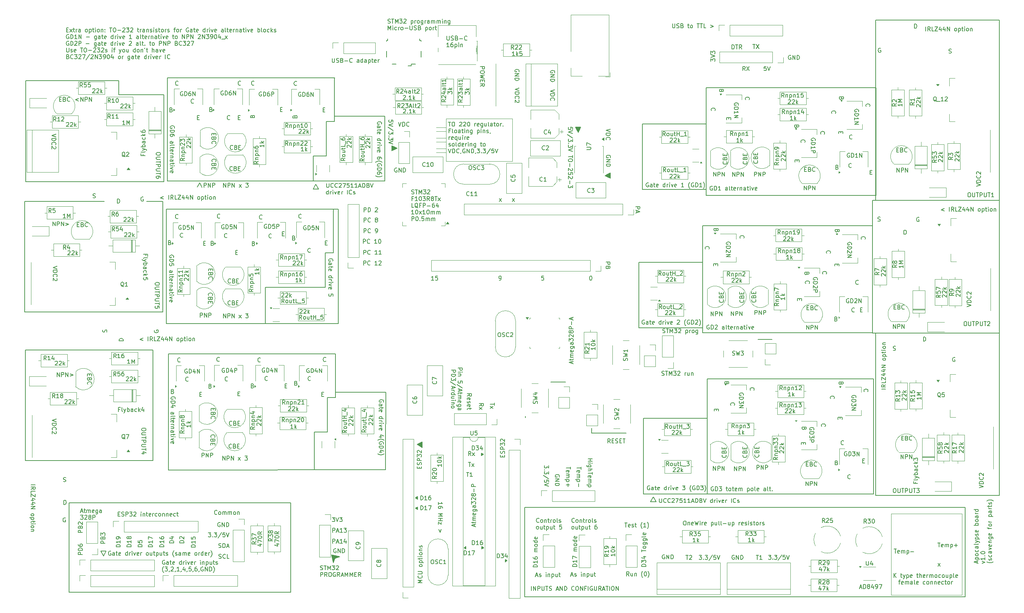
<source format=gbr>
%TF.GenerationSoftware,KiCad,Pcbnew,9.0.2*%
%TF.CreationDate,2025-09-27T17:56:53+01:00*%
%TF.ProjectId,ESP_IOBoard_V4,4553505f-494f-4426-9f61-72645f56342e,rev?*%
%TF.SameCoordinates,Original*%
%TF.FileFunction,Legend,Top*%
%TF.FilePolarity,Positive*%
%FSLAX46Y46*%
G04 Gerber Fmt 4.6, Leading zero omitted, Abs format (unit mm)*
G04 Created by KiCad (PCBNEW 9.0.2) date 2025-09-27 17:56:53*
%MOMM*%
%LPD*%
G01*
G04 APERTURE LIST*
%ADD10C,0.152400*%
%ADD11C,0.150000*%
%ADD12C,0.100000*%
%ADD13C,0.120000*%
G04 APERTURE END LIST*
D10*
X157679894Y-150131241D02*
X156679894Y-150131241D01*
X156679894Y-150131241D02*
X156679894Y-149893146D01*
X156679894Y-149893146D02*
X156727513Y-149750289D01*
X156727513Y-149750289D02*
X156822751Y-149655051D01*
X156822751Y-149655051D02*
X156917989Y-149607432D01*
X156917989Y-149607432D02*
X157108465Y-149559813D01*
X157108465Y-149559813D02*
X157251322Y-149559813D01*
X157251322Y-149559813D02*
X157441798Y-149607432D01*
X157441798Y-149607432D02*
X157537036Y-149655051D01*
X157537036Y-149655051D02*
X157632275Y-149750289D01*
X157632275Y-149750289D02*
X157679894Y-149893146D01*
X157679894Y-149893146D02*
X157679894Y-150131241D01*
X157679894Y-148607432D02*
X157679894Y-149178860D01*
X157679894Y-148893146D02*
X156679894Y-148893146D01*
X156679894Y-148893146D02*
X156822751Y-148988384D01*
X156822751Y-148988384D02*
X156917989Y-149083622D01*
X156917989Y-149083622D02*
X156965608Y-149178860D01*
X156679894Y-148274098D02*
X156679894Y-147607432D01*
X156679894Y-147607432D02*
X157679894Y-148036003D01*
X157679894Y-146464574D02*
X157013227Y-146464574D01*
X157108465Y-146464574D02*
X157060846Y-146416955D01*
X157060846Y-146416955D02*
X157013227Y-146321717D01*
X157013227Y-146321717D02*
X157013227Y-146178860D01*
X157013227Y-146178860D02*
X157060846Y-146083622D01*
X157060846Y-146083622D02*
X157156084Y-146036003D01*
X157156084Y-146036003D02*
X157679894Y-146036003D01*
X157156084Y-146036003D02*
X157060846Y-145988384D01*
X157060846Y-145988384D02*
X157013227Y-145893146D01*
X157013227Y-145893146D02*
X157013227Y-145750289D01*
X157013227Y-145750289D02*
X157060846Y-145655050D01*
X157060846Y-145655050D02*
X157156084Y-145607431D01*
X157156084Y-145607431D02*
X157679894Y-145607431D01*
X157679894Y-144988384D02*
X157632275Y-145083622D01*
X157632275Y-145083622D02*
X157584655Y-145131241D01*
X157584655Y-145131241D02*
X157489417Y-145178860D01*
X157489417Y-145178860D02*
X157203703Y-145178860D01*
X157203703Y-145178860D02*
X157108465Y-145131241D01*
X157108465Y-145131241D02*
X157060846Y-145083622D01*
X157060846Y-145083622D02*
X157013227Y-144988384D01*
X157013227Y-144988384D02*
X157013227Y-144845527D01*
X157013227Y-144845527D02*
X157060846Y-144750289D01*
X157060846Y-144750289D02*
X157108465Y-144702670D01*
X157108465Y-144702670D02*
X157203703Y-144655051D01*
X157203703Y-144655051D02*
X157489417Y-144655051D01*
X157489417Y-144655051D02*
X157584655Y-144702670D01*
X157584655Y-144702670D02*
X157632275Y-144750289D01*
X157632275Y-144750289D02*
X157679894Y-144845527D01*
X157679894Y-144845527D02*
X157679894Y-144988384D01*
X157679894Y-143797908D02*
X156679894Y-143797908D01*
X157632275Y-143797908D02*
X157679894Y-143893146D01*
X157679894Y-143893146D02*
X157679894Y-144083622D01*
X157679894Y-144083622D02*
X157632275Y-144178860D01*
X157632275Y-144178860D02*
X157584655Y-144226479D01*
X157584655Y-144226479D02*
X157489417Y-144274098D01*
X157489417Y-144274098D02*
X157203703Y-144274098D01*
X157203703Y-144274098D02*
X157108465Y-144226479D01*
X157108465Y-144226479D02*
X157060846Y-144178860D01*
X157060846Y-144178860D02*
X157013227Y-144083622D01*
X157013227Y-144083622D02*
X157013227Y-143893146D01*
X157013227Y-143893146D02*
X157060846Y-143797908D01*
X157632275Y-142940765D02*
X157679894Y-143036003D01*
X157679894Y-143036003D02*
X157679894Y-143226479D01*
X157679894Y-143226479D02*
X157632275Y-143321717D01*
X157632275Y-143321717D02*
X157537036Y-143369336D01*
X157537036Y-143369336D02*
X157156084Y-143369336D01*
X157156084Y-143369336D02*
X157060846Y-143321717D01*
X157060846Y-143321717D02*
X157013227Y-143226479D01*
X157013227Y-143226479D02*
X157013227Y-143036003D01*
X157013227Y-143036003D02*
X157060846Y-142940765D01*
X157060846Y-142940765D02*
X157156084Y-142893146D01*
X157156084Y-142893146D02*
X157251322Y-142893146D01*
X157251322Y-142893146D02*
X157346560Y-143369336D01*
X59332500Y-32674092D02*
X59332500Y-57464492D01*
X135331200Y-145669000D02*
X134848600Y-145973800D01*
X134848600Y-145364200D01*
X135331200Y-145669000D01*
G36*
X135331200Y-145669000D02*
G01*
X134848600Y-145973800D01*
X134848600Y-145364200D01*
X135331200Y-145669000D01*
G37*
X44602400Y-146461000D02*
X43307000Y-146461000D01*
X99491800Y-43176992D02*
X97536000Y-43176992D01*
X97741100Y-109512100D02*
X97741100Y-117817900D01*
X173406200Y-43757775D02*
X188773200Y-43757775D01*
X188773200Y-59518475D01*
X173406200Y-59518475D01*
X173406200Y-43757775D01*
X114502800Y-49545000D02*
X113232800Y-50180000D01*
X113232800Y-48986200D01*
X114502800Y-49545000D01*
G36*
X114502800Y-49545000D02*
G01*
X113232800Y-50180000D01*
X113232800Y-48986200D01*
X114502800Y-49545000D01*
G37*
X176047400Y-133438900D02*
X175437800Y-134581900D01*
X111556800Y-57477192D02*
X101556800Y-57477192D01*
X82829400Y-83058000D02*
X82829400Y-91770200D01*
X66535300Y-58928000D02*
X67068700Y-57912000D01*
X161289600Y-118059200D02*
X161290000Y-116890800D01*
X25035550Y-88938200D02*
X25035550Y-62369800D01*
X145211800Y-135983200D02*
X251002800Y-135983200D01*
X251002800Y-157441900D01*
X145211800Y-157441900D01*
X145211800Y-135983200D01*
X119405400Y-136428000D02*
X118922800Y-136123200D01*
X119405400Y-135818400D01*
X119405400Y-136428000D01*
G36*
X119405400Y-136428000D02*
G01*
X118922800Y-136123200D01*
X119405400Y-135818400D01*
X119405400Y-136428000D01*
G37*
X82446500Y-57464492D02*
X101556800Y-57477192D01*
X95669100Y-59397900D02*
X94983300Y-58254900D01*
X99204800Y-74752200D02*
X99204800Y-64262000D01*
X97536000Y-43176992D02*
X97536000Y-51482792D01*
X111760000Y-126898400D02*
X59537600Y-126949200D01*
X228752400Y-62128400D02*
X259197400Y-62128400D01*
X259197400Y-94001600D01*
X228752400Y-94001600D01*
X228752400Y-62128400D01*
X111787300Y-108216700D02*
X111761900Y-123812300D01*
X97249000Y-74752200D02*
X97249000Y-83058000D01*
X25166275Y-98120200D02*
X55885125Y-98120200D01*
X55885125Y-124688600D01*
X25166275Y-124688600D01*
X25166275Y-98120200D01*
X94591500Y-117817900D02*
X94591500Y-126873000D01*
X189054600Y-105029000D02*
X229031800Y-105029000D01*
X229031800Y-132706200D01*
X189054600Y-132706200D01*
X189054600Y-105029000D01*
X58218200Y-88938200D02*
X25035550Y-88938200D01*
X59537600Y-99009200D02*
X59537600Y-123799600D01*
X25035550Y-62369800D02*
X44170600Y-62382400D01*
X120497600Y-121518200D02*
X119354600Y-120781600D01*
X120497600Y-120197400D01*
X120497600Y-121518200D01*
G36*
X120497600Y-121518200D02*
G01*
X119354600Y-120781600D01*
X120497600Y-120197400D01*
X120497600Y-121518200D01*
G37*
X229539800Y-18734950D02*
X259181600Y-18734950D01*
X259181600Y-62128400D01*
X229539800Y-62128400D01*
X229539800Y-18734950D01*
X140970000Y-148747000D02*
X140487400Y-149051800D01*
X140487400Y-148442200D01*
X140970000Y-148747000D01*
G36*
X140970000Y-148747000D02*
G01*
X140487400Y-149051800D01*
X140487400Y-148442200D01*
X140970000Y-148747000D01*
G37*
X99204800Y-74752200D02*
X97249000Y-74752200D01*
X94373700Y-59397900D02*
X95669100Y-59397900D01*
X99204800Y-64262000D02*
X59045500Y-64249300D01*
X35674900Y-134827400D02*
X88964100Y-134827400D01*
X88964100Y-156315800D01*
X35674900Y-156315800D01*
X35674900Y-134827400D01*
X97741100Y-117817900D02*
X94591500Y-117817900D01*
X58218200Y-62369800D02*
X58218200Y-88938200D01*
X59537600Y-126923800D02*
X59537600Y-123799600D01*
X100380800Y-91757500D02*
X59080400Y-91770200D01*
X47625000Y-36709400D02*
X58432700Y-36709400D01*
X25288150Y-57588200D02*
X25280575Y-33331200D01*
X100380800Y-91757500D02*
X100380800Y-64249300D01*
X100761800Y-147777200D02*
X99517200Y-148234400D01*
X99161600Y-149250400D01*
X98806000Y-147345400D01*
X100761800Y-147777200D01*
G36*
X100761800Y-147777200D02*
G01*
X99517200Y-148234400D01*
X99161600Y-149250400D01*
X98806000Y-147345400D01*
X100761800Y-147777200D01*
G37*
X100380800Y-64249300D02*
X99204800Y-64262000D01*
X133775600Y-23723600D02*
X133756400Y-28625800D01*
X94983300Y-58254900D02*
X94373700Y-59397900D01*
X145364600Y-114325400D02*
X145364400Y-114046000D01*
X158038800Y-45745400D02*
X157403800Y-44475400D01*
X158648400Y-44475400D01*
X158038800Y-45745400D01*
G36*
X158038800Y-45745400D02*
G01*
X157403800Y-44475400D01*
X158648400Y-44475400D01*
X158038800Y-45745400D01*
G37*
X58470800Y-36709400D02*
X58470800Y-57588200D01*
X131064000Y-145948400D02*
X130581400Y-145643600D01*
X131064000Y-145338800D01*
X131064000Y-145948400D01*
G36*
X131064000Y-145948400D02*
G01*
X130581400Y-145643600D01*
X131064000Y-145338800D01*
X131064000Y-145948400D01*
G37*
X99491800Y-43176992D02*
X99491800Y-32686792D01*
X119405400Y-133964200D02*
X118922800Y-133659400D01*
X119405400Y-133354600D01*
X119405400Y-133964200D01*
G36*
X119405400Y-133964200D02*
G01*
X118922800Y-133659400D01*
X119405400Y-133354600D01*
X119405400Y-133964200D01*
G37*
X97536000Y-51482792D02*
X94386400Y-51482792D01*
X187928500Y-68228900D02*
X228720900Y-68228900D01*
X228720900Y-93984500D01*
X187928500Y-93984500D01*
X187928500Y-68228900D01*
X111787300Y-108216700D02*
X99696900Y-108216700D01*
X59045500Y-64249300D02*
X59045500Y-89039700D01*
X165785800Y-56794400D02*
X164515800Y-56184800D01*
X165785800Y-55549800D01*
X165785800Y-56794400D01*
G36*
X165785800Y-56794400D02*
G01*
X164515800Y-56184800D01*
X165785800Y-55549800D01*
X165785800Y-56794400D01*
G37*
X161289600Y-118059200D02*
X169595800Y-118059200D01*
X175437800Y-134581900D02*
X176733200Y-134581900D01*
X47625000Y-33331200D02*
X47625000Y-36709400D01*
X111582200Y-41881592D02*
X111556800Y-57477192D01*
X99696900Y-109512100D02*
X97741100Y-109512100D01*
X58470800Y-57588200D02*
X25288150Y-57588200D01*
X172561500Y-76979200D02*
X187928500Y-76979200D01*
X187928500Y-92739900D01*
X172561500Y-92739900D01*
X172561500Y-76979200D01*
X135229600Y-123190000D02*
X134747000Y-123494800D01*
X134747000Y-122885200D01*
X135229600Y-123190000D01*
G36*
X135229600Y-123190000D02*
G01*
X134747000Y-123494800D01*
X134747000Y-122885200D01*
X135229600Y-123190000D01*
G37*
X99696900Y-99021900D02*
X59537600Y-99009200D01*
X82446500Y-57464492D02*
X59332500Y-57464492D01*
X99492131Y-32686171D02*
X59332500Y-32674092D01*
X176733200Y-134581900D02*
X176047400Y-133438900D01*
X43992800Y-147604000D02*
X44602400Y-146461000D01*
X59054700Y-91770225D02*
X59055000Y-89052400D01*
X94386400Y-51482792D02*
X94386400Y-57400992D01*
X155016400Y-105841800D02*
X151409600Y-105841800D01*
X25280575Y-33331200D02*
X47617425Y-33331200D01*
X204597000Y-95580200D02*
X201193400Y-95580200D01*
X43307000Y-146461000D02*
X43992800Y-147604000D01*
X58218200Y-62369800D02*
X54356000Y-62382400D01*
X111582200Y-41881592D02*
X99491800Y-41881592D01*
X229539800Y-94001600D02*
X259188600Y-94001600D01*
X259188600Y-133087200D01*
X229539800Y-133087200D01*
X229539800Y-94001600D01*
X67068700Y-57912000D02*
X67602100Y-58978800D01*
X173687600Y-114481700D02*
X189054600Y-114481700D01*
X189054600Y-132757000D01*
X173687600Y-132757000D01*
X173687600Y-114481700D01*
X97249000Y-83058000D02*
X82829400Y-83058000D01*
X111761900Y-123812300D02*
X111760000Y-126898400D01*
X188773200Y-35007475D02*
X229565600Y-35007475D01*
X229565600Y-60915475D01*
X188773200Y-60915475D01*
X188773200Y-35007475D01*
X99696900Y-109512100D02*
X99696900Y-99021900D01*
X75725558Y-74606084D02*
X76058891Y-74606084D01*
X76201748Y-75129894D02*
X75725558Y-75129894D01*
X75725558Y-75129894D02*
X75725558Y-74129894D01*
X75725558Y-74129894D02*
X76201748Y-74129894D01*
X251437694Y-87659298D02*
X252437694Y-87325965D01*
X252437694Y-87325965D02*
X251437694Y-86992632D01*
X252437694Y-86659298D02*
X251437694Y-86659298D01*
X251437694Y-86659298D02*
X251437694Y-86421203D01*
X251437694Y-86421203D02*
X251485313Y-86278346D01*
X251485313Y-86278346D02*
X251580551Y-86183108D01*
X251580551Y-86183108D02*
X251675789Y-86135489D01*
X251675789Y-86135489D02*
X251866265Y-86087870D01*
X251866265Y-86087870D02*
X252009122Y-86087870D01*
X252009122Y-86087870D02*
X252199598Y-86135489D01*
X252199598Y-86135489D02*
X252294836Y-86183108D01*
X252294836Y-86183108D02*
X252390075Y-86278346D01*
X252390075Y-86278346D02*
X252437694Y-86421203D01*
X252437694Y-86421203D02*
X252437694Y-86659298D01*
X252342455Y-85087870D02*
X252390075Y-85135489D01*
X252390075Y-85135489D02*
X252437694Y-85278346D01*
X252437694Y-85278346D02*
X252437694Y-85373584D01*
X252437694Y-85373584D02*
X252390075Y-85516441D01*
X252390075Y-85516441D02*
X252294836Y-85611679D01*
X252294836Y-85611679D02*
X252199598Y-85659298D01*
X252199598Y-85659298D02*
X252009122Y-85706917D01*
X252009122Y-85706917D02*
X251866265Y-85706917D01*
X251866265Y-85706917D02*
X251675789Y-85659298D01*
X251675789Y-85659298D02*
X251580551Y-85611679D01*
X251580551Y-85611679D02*
X251485313Y-85516441D01*
X251485313Y-85516441D02*
X251437694Y-85373584D01*
X251437694Y-85373584D02*
X251437694Y-85278346D01*
X251437694Y-85278346D02*
X251485313Y-85135489D01*
X251485313Y-85135489D02*
X251532932Y-85087870D01*
X251532932Y-84706917D02*
X251485313Y-84659298D01*
X251485313Y-84659298D02*
X251437694Y-84564060D01*
X251437694Y-84564060D02*
X251437694Y-84325965D01*
X251437694Y-84325965D02*
X251485313Y-84230727D01*
X251485313Y-84230727D02*
X251532932Y-84183108D01*
X251532932Y-84183108D02*
X251628170Y-84135489D01*
X251628170Y-84135489D02*
X251723408Y-84135489D01*
X251723408Y-84135489D02*
X251866265Y-84183108D01*
X251866265Y-84183108D02*
X252437694Y-84754536D01*
X252437694Y-84754536D02*
X252437694Y-84135489D01*
X73023567Y-102523913D02*
X72928329Y-102476294D01*
X72928329Y-102476294D02*
X72785472Y-102476294D01*
X72785472Y-102476294D02*
X72642615Y-102523913D01*
X72642615Y-102523913D02*
X72547377Y-102619151D01*
X72547377Y-102619151D02*
X72499758Y-102714389D01*
X72499758Y-102714389D02*
X72452139Y-102904865D01*
X72452139Y-102904865D02*
X72452139Y-103047722D01*
X72452139Y-103047722D02*
X72499758Y-103238198D01*
X72499758Y-103238198D02*
X72547377Y-103333436D01*
X72547377Y-103333436D02*
X72642615Y-103428675D01*
X72642615Y-103428675D02*
X72785472Y-103476294D01*
X72785472Y-103476294D02*
X72880710Y-103476294D01*
X72880710Y-103476294D02*
X73023567Y-103428675D01*
X73023567Y-103428675D02*
X73071186Y-103381055D01*
X73071186Y-103381055D02*
X73071186Y-103047722D01*
X73071186Y-103047722D02*
X72880710Y-103047722D01*
X73499758Y-103476294D02*
X73499758Y-102476294D01*
X73499758Y-102476294D02*
X73737853Y-102476294D01*
X73737853Y-102476294D02*
X73880710Y-102523913D01*
X73880710Y-102523913D02*
X73975948Y-102619151D01*
X73975948Y-102619151D02*
X74023567Y-102714389D01*
X74023567Y-102714389D02*
X74071186Y-102904865D01*
X74071186Y-102904865D02*
X74071186Y-103047722D01*
X74071186Y-103047722D02*
X74023567Y-103238198D01*
X74023567Y-103238198D02*
X73975948Y-103333436D01*
X73975948Y-103333436D02*
X73880710Y-103428675D01*
X73880710Y-103428675D02*
X73737853Y-103476294D01*
X73737853Y-103476294D02*
X73499758Y-103476294D01*
X74928329Y-102809627D02*
X74928329Y-103476294D01*
X74690234Y-102428675D02*
X74452139Y-103142960D01*
X74452139Y-103142960D02*
X75071186Y-103142960D01*
X75452139Y-103476294D02*
X75452139Y-102476294D01*
X75452139Y-102476294D02*
X75833091Y-102476294D01*
X75833091Y-102476294D02*
X75928329Y-102523913D01*
X75928329Y-102523913D02*
X75975948Y-102571532D01*
X75975948Y-102571532D02*
X76023567Y-102666770D01*
X76023567Y-102666770D02*
X76023567Y-102809627D01*
X76023567Y-102809627D02*
X75975948Y-102904865D01*
X75975948Y-102904865D02*
X75928329Y-102952484D01*
X75928329Y-102952484D02*
X75833091Y-103000103D01*
X75833091Y-103000103D02*
X75452139Y-103000103D01*
D11*
X189922379Y-89887419D02*
X189922379Y-88887419D01*
X189922379Y-88887419D02*
X190493807Y-89887419D01*
X190493807Y-89887419D02*
X190493807Y-88887419D01*
X190969998Y-89887419D02*
X190969998Y-88887419D01*
X190969998Y-88887419D02*
X191350950Y-88887419D01*
X191350950Y-88887419D02*
X191446188Y-88935038D01*
X191446188Y-88935038D02*
X191493807Y-88982657D01*
X191493807Y-88982657D02*
X191541426Y-89077895D01*
X191541426Y-89077895D02*
X191541426Y-89220752D01*
X191541426Y-89220752D02*
X191493807Y-89315990D01*
X191493807Y-89315990D02*
X191446188Y-89363609D01*
X191446188Y-89363609D02*
X191350950Y-89411228D01*
X191350950Y-89411228D02*
X190969998Y-89411228D01*
X191969998Y-89887419D02*
X191969998Y-88887419D01*
X191969998Y-88887419D02*
X192541426Y-89887419D01*
X192541426Y-89887419D02*
X192541426Y-88887419D01*
D10*
X245981663Y-64074627D02*
X245219758Y-64360341D01*
X245219758Y-64360341D02*
X245981663Y-64646055D01*
X247219758Y-64741294D02*
X247219758Y-63741294D01*
X248267376Y-64741294D02*
X247934043Y-64265103D01*
X247695948Y-64741294D02*
X247695948Y-63741294D01*
X247695948Y-63741294D02*
X248076900Y-63741294D01*
X248076900Y-63741294D02*
X248172138Y-63788913D01*
X248172138Y-63788913D02*
X248219757Y-63836532D01*
X248219757Y-63836532D02*
X248267376Y-63931770D01*
X248267376Y-63931770D02*
X248267376Y-64074627D01*
X248267376Y-64074627D02*
X248219757Y-64169865D01*
X248219757Y-64169865D02*
X248172138Y-64217484D01*
X248172138Y-64217484D02*
X248076900Y-64265103D01*
X248076900Y-64265103D02*
X247695948Y-64265103D01*
X249172138Y-64741294D02*
X248695948Y-64741294D01*
X248695948Y-64741294D02*
X248695948Y-63741294D01*
X249410234Y-63741294D02*
X250076900Y-63741294D01*
X250076900Y-63741294D02*
X249410234Y-64741294D01*
X249410234Y-64741294D02*
X250076900Y-64741294D01*
X250886424Y-64074627D02*
X250886424Y-64741294D01*
X250648329Y-63693675D02*
X250410234Y-64407960D01*
X250410234Y-64407960D02*
X251029281Y-64407960D01*
X251838805Y-64074627D02*
X251838805Y-64741294D01*
X251600710Y-63693675D02*
X251362615Y-64407960D01*
X251362615Y-64407960D02*
X251981662Y-64407960D01*
X252362615Y-64741294D02*
X252362615Y-63741294D01*
X252362615Y-63741294D02*
X252934043Y-64741294D01*
X252934043Y-64741294D02*
X252934043Y-63741294D01*
X254314996Y-64741294D02*
X254219758Y-64693675D01*
X254219758Y-64693675D02*
X254172139Y-64646055D01*
X254172139Y-64646055D02*
X254124520Y-64550817D01*
X254124520Y-64550817D02*
X254124520Y-64265103D01*
X254124520Y-64265103D02*
X254172139Y-64169865D01*
X254172139Y-64169865D02*
X254219758Y-64122246D01*
X254219758Y-64122246D02*
X254314996Y-64074627D01*
X254314996Y-64074627D02*
X254457853Y-64074627D01*
X254457853Y-64074627D02*
X254553091Y-64122246D01*
X254553091Y-64122246D02*
X254600710Y-64169865D01*
X254600710Y-64169865D02*
X254648329Y-64265103D01*
X254648329Y-64265103D02*
X254648329Y-64550817D01*
X254648329Y-64550817D02*
X254600710Y-64646055D01*
X254600710Y-64646055D02*
X254553091Y-64693675D01*
X254553091Y-64693675D02*
X254457853Y-64741294D01*
X254457853Y-64741294D02*
X254314996Y-64741294D01*
X255076901Y-64074627D02*
X255076901Y-65074627D01*
X255076901Y-64122246D02*
X255172139Y-64074627D01*
X255172139Y-64074627D02*
X255362615Y-64074627D01*
X255362615Y-64074627D02*
X255457853Y-64122246D01*
X255457853Y-64122246D02*
X255505472Y-64169865D01*
X255505472Y-64169865D02*
X255553091Y-64265103D01*
X255553091Y-64265103D02*
X255553091Y-64550817D01*
X255553091Y-64550817D02*
X255505472Y-64646055D01*
X255505472Y-64646055D02*
X255457853Y-64693675D01*
X255457853Y-64693675D02*
X255362615Y-64741294D01*
X255362615Y-64741294D02*
X255172139Y-64741294D01*
X255172139Y-64741294D02*
X255076901Y-64693675D01*
X255838806Y-64074627D02*
X256219758Y-64074627D01*
X255981663Y-63741294D02*
X255981663Y-64598436D01*
X255981663Y-64598436D02*
X256029282Y-64693675D01*
X256029282Y-64693675D02*
X256124520Y-64741294D01*
X256124520Y-64741294D02*
X256219758Y-64741294D01*
X256553092Y-64741294D02*
X256553092Y-64074627D01*
X256553092Y-63741294D02*
X256505473Y-63788913D01*
X256505473Y-63788913D02*
X256553092Y-63836532D01*
X256553092Y-63836532D02*
X256600711Y-63788913D01*
X256600711Y-63788913D02*
X256553092Y-63741294D01*
X256553092Y-63741294D02*
X256553092Y-63836532D01*
X257172139Y-64741294D02*
X257076901Y-64693675D01*
X257076901Y-64693675D02*
X257029282Y-64646055D01*
X257029282Y-64646055D02*
X256981663Y-64550817D01*
X256981663Y-64550817D02*
X256981663Y-64265103D01*
X256981663Y-64265103D02*
X257029282Y-64169865D01*
X257029282Y-64169865D02*
X257076901Y-64122246D01*
X257076901Y-64122246D02*
X257172139Y-64074627D01*
X257172139Y-64074627D02*
X257314996Y-64074627D01*
X257314996Y-64074627D02*
X257410234Y-64122246D01*
X257410234Y-64122246D02*
X257457853Y-64169865D01*
X257457853Y-64169865D02*
X257505472Y-64265103D01*
X257505472Y-64265103D02*
X257505472Y-64550817D01*
X257505472Y-64550817D02*
X257457853Y-64646055D01*
X257457853Y-64646055D02*
X257410234Y-64693675D01*
X257410234Y-64693675D02*
X257314996Y-64741294D01*
X257314996Y-64741294D02*
X257172139Y-64741294D01*
X257934044Y-64074627D02*
X257934044Y-64741294D01*
X257934044Y-64169865D02*
X257981663Y-64122246D01*
X257981663Y-64122246D02*
X258076901Y-64074627D01*
X258076901Y-64074627D02*
X258219758Y-64074627D01*
X258219758Y-64074627D02*
X258314996Y-64122246D01*
X258314996Y-64122246D02*
X258362615Y-64217484D01*
X258362615Y-64217484D02*
X258362615Y-64741294D01*
D11*
X165703407Y-120469019D02*
X165370074Y-119992828D01*
X165131979Y-120469019D02*
X165131979Y-119469019D01*
X165131979Y-119469019D02*
X165512931Y-119469019D01*
X165512931Y-119469019D02*
X165608169Y-119516638D01*
X165608169Y-119516638D02*
X165655788Y-119564257D01*
X165655788Y-119564257D02*
X165703407Y-119659495D01*
X165703407Y-119659495D02*
X165703407Y-119802352D01*
X165703407Y-119802352D02*
X165655788Y-119897590D01*
X165655788Y-119897590D02*
X165608169Y-119945209D01*
X165608169Y-119945209D02*
X165512931Y-119992828D01*
X165512931Y-119992828D02*
X165131979Y-119992828D01*
X166131979Y-119945209D02*
X166465312Y-119945209D01*
X166608169Y-120469019D02*
X166131979Y-120469019D01*
X166131979Y-120469019D02*
X166131979Y-119469019D01*
X166131979Y-119469019D02*
X166608169Y-119469019D01*
X166989122Y-120421400D02*
X167131979Y-120469019D01*
X167131979Y-120469019D02*
X167370074Y-120469019D01*
X167370074Y-120469019D02*
X167465312Y-120421400D01*
X167465312Y-120421400D02*
X167512931Y-120373780D01*
X167512931Y-120373780D02*
X167560550Y-120278542D01*
X167560550Y-120278542D02*
X167560550Y-120183304D01*
X167560550Y-120183304D02*
X167512931Y-120088066D01*
X167512931Y-120088066D02*
X167465312Y-120040447D01*
X167465312Y-120040447D02*
X167370074Y-119992828D01*
X167370074Y-119992828D02*
X167179598Y-119945209D01*
X167179598Y-119945209D02*
X167084360Y-119897590D01*
X167084360Y-119897590D02*
X167036741Y-119849971D01*
X167036741Y-119849971D02*
X166989122Y-119754733D01*
X166989122Y-119754733D02*
X166989122Y-119659495D01*
X166989122Y-119659495D02*
X167036741Y-119564257D01*
X167036741Y-119564257D02*
X167084360Y-119516638D01*
X167084360Y-119516638D02*
X167179598Y-119469019D01*
X167179598Y-119469019D02*
X167417693Y-119469019D01*
X167417693Y-119469019D02*
X167560550Y-119516638D01*
X167989122Y-119945209D02*
X168322455Y-119945209D01*
X168465312Y-120469019D02*
X167989122Y-120469019D01*
X167989122Y-120469019D02*
X167989122Y-119469019D01*
X167989122Y-119469019D02*
X168465312Y-119469019D01*
X168751027Y-119469019D02*
X169322455Y-119469019D01*
X169036741Y-120469019D02*
X169036741Y-119469019D01*
D10*
X191230315Y-112301558D02*
X191230315Y-112634891D01*
X190706505Y-112777748D02*
X190706505Y-112301558D01*
X190706505Y-112301558D02*
X191706505Y-112301558D01*
X191706505Y-112301558D02*
X191706505Y-112777748D01*
D11*
X233889779Y-87763409D02*
X234223112Y-87763409D01*
X234365969Y-88287219D02*
X233889779Y-88287219D01*
X233889779Y-88287219D02*
X233889779Y-87287219D01*
X233889779Y-87287219D02*
X234365969Y-87287219D01*
X235127874Y-87763409D02*
X235270731Y-87811028D01*
X235270731Y-87811028D02*
X235318350Y-87858647D01*
X235318350Y-87858647D02*
X235365969Y-87953885D01*
X235365969Y-87953885D02*
X235365969Y-88096742D01*
X235365969Y-88096742D02*
X235318350Y-88191980D01*
X235318350Y-88191980D02*
X235270731Y-88239600D01*
X235270731Y-88239600D02*
X235175493Y-88287219D01*
X235175493Y-88287219D02*
X234794541Y-88287219D01*
X234794541Y-88287219D02*
X234794541Y-87287219D01*
X234794541Y-87287219D02*
X235127874Y-87287219D01*
X235127874Y-87287219D02*
X235223112Y-87334838D01*
X235223112Y-87334838D02*
X235270731Y-87382457D01*
X235270731Y-87382457D02*
X235318350Y-87477695D01*
X235318350Y-87477695D02*
X235318350Y-87572933D01*
X235318350Y-87572933D02*
X235270731Y-87668171D01*
X235270731Y-87668171D02*
X235223112Y-87715790D01*
X235223112Y-87715790D02*
X235127874Y-87763409D01*
X235127874Y-87763409D02*
X234794541Y-87763409D01*
X236365969Y-88191980D02*
X236318350Y-88239600D01*
X236318350Y-88239600D02*
X236175493Y-88287219D01*
X236175493Y-88287219D02*
X236080255Y-88287219D01*
X236080255Y-88287219D02*
X235937398Y-88239600D01*
X235937398Y-88239600D02*
X235842160Y-88144361D01*
X235842160Y-88144361D02*
X235794541Y-88049123D01*
X235794541Y-88049123D02*
X235746922Y-87858647D01*
X235746922Y-87858647D02*
X235746922Y-87715790D01*
X235746922Y-87715790D02*
X235794541Y-87525314D01*
X235794541Y-87525314D02*
X235842160Y-87430076D01*
X235842160Y-87430076D02*
X235937398Y-87334838D01*
X235937398Y-87334838D02*
X236080255Y-87287219D01*
X236080255Y-87287219D02*
X236175493Y-87287219D01*
X236175493Y-87287219D02*
X236318350Y-87334838D01*
X236318350Y-87334838D02*
X236365969Y-87382457D01*
X54120190Y-75416113D02*
X54120190Y-75082780D01*
X53596380Y-75082780D02*
X54596380Y-75082780D01*
X54596380Y-75082780D02*
X54596380Y-75558970D01*
X53596380Y-76082780D02*
X53644000Y-75987542D01*
X53644000Y-75987542D02*
X53739238Y-75939923D01*
X53739238Y-75939923D02*
X54596380Y-75939923D01*
X54263047Y-76368495D02*
X53596380Y-76606590D01*
X54263047Y-76844685D02*
X53596380Y-76606590D01*
X53596380Y-76606590D02*
X53358285Y-76511352D01*
X53358285Y-76511352D02*
X53310666Y-76463733D01*
X53310666Y-76463733D02*
X53263047Y-76368495D01*
X53596380Y-77225638D02*
X54596380Y-77225638D01*
X54215428Y-77225638D02*
X54263047Y-77320876D01*
X54263047Y-77320876D02*
X54263047Y-77511352D01*
X54263047Y-77511352D02*
X54215428Y-77606590D01*
X54215428Y-77606590D02*
X54167809Y-77654209D01*
X54167809Y-77654209D02*
X54072571Y-77701828D01*
X54072571Y-77701828D02*
X53786857Y-77701828D01*
X53786857Y-77701828D02*
X53691619Y-77654209D01*
X53691619Y-77654209D02*
X53644000Y-77606590D01*
X53644000Y-77606590D02*
X53596380Y-77511352D01*
X53596380Y-77511352D02*
X53596380Y-77320876D01*
X53596380Y-77320876D02*
X53644000Y-77225638D01*
X53596380Y-78558971D02*
X54120190Y-78558971D01*
X54120190Y-78558971D02*
X54215428Y-78511352D01*
X54215428Y-78511352D02*
X54263047Y-78416114D01*
X54263047Y-78416114D02*
X54263047Y-78225638D01*
X54263047Y-78225638D02*
X54215428Y-78130400D01*
X53644000Y-78558971D02*
X53596380Y-78463733D01*
X53596380Y-78463733D02*
X53596380Y-78225638D01*
X53596380Y-78225638D02*
X53644000Y-78130400D01*
X53644000Y-78130400D02*
X53739238Y-78082781D01*
X53739238Y-78082781D02*
X53834476Y-78082781D01*
X53834476Y-78082781D02*
X53929714Y-78130400D01*
X53929714Y-78130400D02*
X53977333Y-78225638D01*
X53977333Y-78225638D02*
X53977333Y-78463733D01*
X53977333Y-78463733D02*
X54024952Y-78558971D01*
X53644000Y-79463733D02*
X53596380Y-79368495D01*
X53596380Y-79368495D02*
X53596380Y-79178019D01*
X53596380Y-79178019D02*
X53644000Y-79082781D01*
X53644000Y-79082781D02*
X53691619Y-79035162D01*
X53691619Y-79035162D02*
X53786857Y-78987543D01*
X53786857Y-78987543D02*
X54072571Y-78987543D01*
X54072571Y-78987543D02*
X54167809Y-79035162D01*
X54167809Y-79035162D02*
X54215428Y-79082781D01*
X54215428Y-79082781D02*
X54263047Y-79178019D01*
X54263047Y-79178019D02*
X54263047Y-79368495D01*
X54263047Y-79368495D02*
X54215428Y-79463733D01*
X53596380Y-79892305D02*
X54596380Y-79892305D01*
X53977333Y-79987543D02*
X53596380Y-80273257D01*
X54263047Y-80273257D02*
X53882095Y-79892305D01*
X54596380Y-81178019D02*
X54596380Y-80701829D01*
X54596380Y-80701829D02*
X54120190Y-80654210D01*
X54120190Y-80654210D02*
X54167809Y-80701829D01*
X54167809Y-80701829D02*
X54215428Y-80797067D01*
X54215428Y-80797067D02*
X54215428Y-81035162D01*
X54215428Y-81035162D02*
X54167809Y-81130400D01*
X54167809Y-81130400D02*
X54120190Y-81178019D01*
X54120190Y-81178019D02*
X54024952Y-81225638D01*
X54024952Y-81225638D02*
X53786857Y-81225638D01*
X53786857Y-81225638D02*
X53691619Y-81178019D01*
X53691619Y-81178019D02*
X53644000Y-81130400D01*
X53644000Y-81130400D02*
X53596380Y-81035162D01*
X53596380Y-81035162D02*
X53596380Y-80797067D01*
X53596380Y-80797067D02*
X53644000Y-80701829D01*
X53644000Y-80701829D02*
X53691619Y-80654210D01*
D10*
X134521705Y-29980158D02*
X135521705Y-29980158D01*
X135521705Y-29980158D02*
X135521705Y-30361110D01*
X135521705Y-30361110D02*
X135474086Y-30456348D01*
X135474086Y-30456348D02*
X135426467Y-30503967D01*
X135426467Y-30503967D02*
X135331229Y-30551586D01*
X135331229Y-30551586D02*
X135188372Y-30551586D01*
X135188372Y-30551586D02*
X135093134Y-30503967D01*
X135093134Y-30503967D02*
X135045515Y-30456348D01*
X135045515Y-30456348D02*
X134997896Y-30361110D01*
X134997896Y-30361110D02*
X134997896Y-29980158D01*
X135521705Y-31170634D02*
X135521705Y-31361110D01*
X135521705Y-31361110D02*
X135474086Y-31456348D01*
X135474086Y-31456348D02*
X135378848Y-31551586D01*
X135378848Y-31551586D02*
X135188372Y-31599205D01*
X135188372Y-31599205D02*
X134855039Y-31599205D01*
X134855039Y-31599205D02*
X134664563Y-31551586D01*
X134664563Y-31551586D02*
X134569325Y-31456348D01*
X134569325Y-31456348D02*
X134521705Y-31361110D01*
X134521705Y-31361110D02*
X134521705Y-31170634D01*
X134521705Y-31170634D02*
X134569325Y-31075396D01*
X134569325Y-31075396D02*
X134664563Y-30980158D01*
X134664563Y-30980158D02*
X134855039Y-30932539D01*
X134855039Y-30932539D02*
X135188372Y-30932539D01*
X135188372Y-30932539D02*
X135378848Y-30980158D01*
X135378848Y-30980158D02*
X135474086Y-31075396D01*
X135474086Y-31075396D02*
X135521705Y-31170634D01*
X135521705Y-31932539D02*
X134521705Y-32170634D01*
X134521705Y-32170634D02*
X135235991Y-32361110D01*
X135235991Y-32361110D02*
X134521705Y-32551586D01*
X134521705Y-32551586D02*
X135521705Y-32789682D01*
X135045515Y-33170634D02*
X135045515Y-33503967D01*
X134521705Y-33646824D02*
X134521705Y-33170634D01*
X134521705Y-33170634D02*
X135521705Y-33170634D01*
X135521705Y-33170634D02*
X135521705Y-33646824D01*
X134521705Y-34646824D02*
X134997896Y-34313491D01*
X134521705Y-34075396D02*
X135521705Y-34075396D01*
X135521705Y-34075396D02*
X135521705Y-34456348D01*
X135521705Y-34456348D02*
X135474086Y-34551586D01*
X135474086Y-34551586D02*
X135426467Y-34599205D01*
X135426467Y-34599205D02*
X135331229Y-34646824D01*
X135331229Y-34646824D02*
X135188372Y-34646824D01*
X135188372Y-34646824D02*
X135093134Y-34599205D01*
X135093134Y-34599205D02*
X135045515Y-34551586D01*
X135045515Y-34551586D02*
X134997896Y-34456348D01*
X134997896Y-34456348D02*
X134997896Y-34075396D01*
X225318786Y-82222855D02*
X225271167Y-82270475D01*
X225271167Y-82270475D02*
X225128310Y-82318094D01*
X225128310Y-82318094D02*
X225033072Y-82318094D01*
X225033072Y-82318094D02*
X224890215Y-82270475D01*
X224890215Y-82270475D02*
X224794977Y-82175236D01*
X224794977Y-82175236D02*
X224747358Y-82079998D01*
X224747358Y-82079998D02*
X224699739Y-81889522D01*
X224699739Y-81889522D02*
X224699739Y-81746665D01*
X224699739Y-81746665D02*
X224747358Y-81556189D01*
X224747358Y-81556189D02*
X224794977Y-81460951D01*
X224794977Y-81460951D02*
X224890215Y-81365713D01*
X224890215Y-81365713D02*
X225033072Y-81318094D01*
X225033072Y-81318094D02*
X225128310Y-81318094D01*
X225128310Y-81318094D02*
X225271167Y-81365713D01*
X225271167Y-81365713D02*
X225318786Y-81413332D01*
X227225344Y-39543186D02*
X227177725Y-39495567D01*
X227177725Y-39495567D02*
X227130105Y-39352710D01*
X227130105Y-39352710D02*
X227130105Y-39257472D01*
X227130105Y-39257472D02*
X227177725Y-39114615D01*
X227177725Y-39114615D02*
X227272963Y-39019377D01*
X227272963Y-39019377D02*
X227368201Y-38971758D01*
X227368201Y-38971758D02*
X227558677Y-38924139D01*
X227558677Y-38924139D02*
X227701534Y-38924139D01*
X227701534Y-38924139D02*
X227892010Y-38971758D01*
X227892010Y-38971758D02*
X227987248Y-39019377D01*
X227987248Y-39019377D02*
X228082486Y-39114615D01*
X228082486Y-39114615D02*
X228130105Y-39257472D01*
X228130105Y-39257472D02*
X228130105Y-39352710D01*
X228130105Y-39352710D02*
X228082486Y-39495567D01*
X228082486Y-39495567D02*
X228034867Y-39543186D01*
D11*
X70520290Y-46004314D02*
X70520290Y-46337647D01*
X69996480Y-46480504D02*
X69996480Y-46004314D01*
X69996480Y-46004314D02*
X70996480Y-46004314D01*
X70996480Y-46004314D02*
X70996480Y-46480504D01*
X70520290Y-47242409D02*
X70472671Y-47385266D01*
X70472671Y-47385266D02*
X70425052Y-47432885D01*
X70425052Y-47432885D02*
X70329814Y-47480504D01*
X70329814Y-47480504D02*
X70186957Y-47480504D01*
X70186957Y-47480504D02*
X70091719Y-47432885D01*
X70091719Y-47432885D02*
X70044100Y-47385266D01*
X70044100Y-47385266D02*
X69996480Y-47290028D01*
X69996480Y-47290028D02*
X69996480Y-46909076D01*
X69996480Y-46909076D02*
X70996480Y-46909076D01*
X70996480Y-46909076D02*
X70996480Y-47242409D01*
X70996480Y-47242409D02*
X70948861Y-47337647D01*
X70948861Y-47337647D02*
X70901242Y-47385266D01*
X70901242Y-47385266D02*
X70806004Y-47432885D01*
X70806004Y-47432885D02*
X70710766Y-47432885D01*
X70710766Y-47432885D02*
X70615528Y-47385266D01*
X70615528Y-47385266D02*
X70567909Y-47337647D01*
X70567909Y-47337647D02*
X70520290Y-47242409D01*
X70520290Y-47242409D02*
X70520290Y-46909076D01*
X70091719Y-48480504D02*
X70044100Y-48432885D01*
X70044100Y-48432885D02*
X69996480Y-48290028D01*
X69996480Y-48290028D02*
X69996480Y-48194790D01*
X69996480Y-48194790D02*
X70044100Y-48051933D01*
X70044100Y-48051933D02*
X70139338Y-47956695D01*
X70139338Y-47956695D02*
X70234576Y-47909076D01*
X70234576Y-47909076D02*
X70425052Y-47861457D01*
X70425052Y-47861457D02*
X70567909Y-47861457D01*
X70567909Y-47861457D02*
X70758385Y-47909076D01*
X70758385Y-47909076D02*
X70853623Y-47956695D01*
X70853623Y-47956695D02*
X70948861Y-48051933D01*
X70948861Y-48051933D02*
X70996480Y-48194790D01*
X70996480Y-48194790D02*
X70996480Y-48290028D01*
X70996480Y-48290028D02*
X70948861Y-48432885D01*
X70948861Y-48432885D02*
X70901242Y-48480504D01*
X199990322Y-24600019D02*
X200561750Y-24600019D01*
X200276036Y-25600019D02*
X200276036Y-24600019D01*
X200799846Y-24600019D02*
X201466512Y-25600019D01*
X201466512Y-24600019D02*
X200799846Y-25600019D01*
D10*
X89973084Y-41974908D02*
X90020703Y-41832051D01*
X90020703Y-41832051D02*
X90068322Y-41784432D01*
X90068322Y-41784432D02*
X90163560Y-41736813D01*
X90163560Y-41736813D02*
X90306417Y-41736813D01*
X90306417Y-41736813D02*
X90401655Y-41784432D01*
X90401655Y-41784432D02*
X90449275Y-41832051D01*
X90449275Y-41832051D02*
X90496894Y-41927289D01*
X90496894Y-41927289D02*
X90496894Y-42308241D01*
X90496894Y-42308241D02*
X89496894Y-42308241D01*
X89496894Y-42308241D02*
X89496894Y-41974908D01*
X89496894Y-41974908D02*
X89544513Y-41879670D01*
X89544513Y-41879670D02*
X89592132Y-41832051D01*
X89592132Y-41832051D02*
X89687370Y-41784432D01*
X89687370Y-41784432D02*
X89782608Y-41784432D01*
X89782608Y-41784432D02*
X89877846Y-41832051D01*
X89877846Y-41832051D02*
X89925465Y-41879670D01*
X89925465Y-41879670D02*
X89973084Y-41974908D01*
X89973084Y-41974908D02*
X89973084Y-42308241D01*
D11*
X72802979Y-58950219D02*
X72802979Y-57950219D01*
X72802979Y-57950219D02*
X73374407Y-58950219D01*
X73374407Y-58950219D02*
X73374407Y-57950219D01*
X73850598Y-58950219D02*
X73850598Y-57950219D01*
X73850598Y-57950219D02*
X74231550Y-57950219D01*
X74231550Y-57950219D02*
X74326788Y-57997838D01*
X74326788Y-57997838D02*
X74374407Y-58045457D01*
X74374407Y-58045457D02*
X74422026Y-58140695D01*
X74422026Y-58140695D02*
X74422026Y-58283552D01*
X74422026Y-58283552D02*
X74374407Y-58378790D01*
X74374407Y-58378790D02*
X74326788Y-58426409D01*
X74326788Y-58426409D02*
X74231550Y-58474028D01*
X74231550Y-58474028D02*
X73850598Y-58474028D01*
X74850598Y-58950219D02*
X74850598Y-57950219D01*
X74850598Y-57950219D02*
X75422026Y-58950219D01*
X75422026Y-58950219D02*
X75422026Y-57950219D01*
X76564884Y-58950219D02*
X77088693Y-58283552D01*
X76564884Y-58283552D02*
X77088693Y-58950219D01*
X78136313Y-57950219D02*
X78755360Y-57950219D01*
X78755360Y-57950219D02*
X78422027Y-58331171D01*
X78422027Y-58331171D02*
X78564884Y-58331171D01*
X78564884Y-58331171D02*
X78660122Y-58378790D01*
X78660122Y-58378790D02*
X78707741Y-58426409D01*
X78707741Y-58426409D02*
X78755360Y-58521647D01*
X78755360Y-58521647D02*
X78755360Y-58759742D01*
X78755360Y-58759742D02*
X78707741Y-58854980D01*
X78707741Y-58854980D02*
X78660122Y-58902600D01*
X78660122Y-58902600D02*
X78564884Y-58950219D01*
X78564884Y-58950219D02*
X78279170Y-58950219D01*
X78279170Y-58950219D02*
X78183932Y-58902600D01*
X78183932Y-58902600D02*
X78136313Y-58854980D01*
D10*
X98915758Y-27952694D02*
X98915758Y-28762217D01*
X98915758Y-28762217D02*
X98963377Y-28857455D01*
X98963377Y-28857455D02*
X99010996Y-28905075D01*
X99010996Y-28905075D02*
X99106234Y-28952694D01*
X99106234Y-28952694D02*
X99296710Y-28952694D01*
X99296710Y-28952694D02*
X99391948Y-28905075D01*
X99391948Y-28905075D02*
X99439567Y-28857455D01*
X99439567Y-28857455D02*
X99487186Y-28762217D01*
X99487186Y-28762217D02*
X99487186Y-27952694D01*
X99915758Y-28905075D02*
X100058615Y-28952694D01*
X100058615Y-28952694D02*
X100296710Y-28952694D01*
X100296710Y-28952694D02*
X100391948Y-28905075D01*
X100391948Y-28905075D02*
X100439567Y-28857455D01*
X100439567Y-28857455D02*
X100487186Y-28762217D01*
X100487186Y-28762217D02*
X100487186Y-28666979D01*
X100487186Y-28666979D02*
X100439567Y-28571741D01*
X100439567Y-28571741D02*
X100391948Y-28524122D01*
X100391948Y-28524122D02*
X100296710Y-28476503D01*
X100296710Y-28476503D02*
X100106234Y-28428884D01*
X100106234Y-28428884D02*
X100010996Y-28381265D01*
X100010996Y-28381265D02*
X99963377Y-28333646D01*
X99963377Y-28333646D02*
X99915758Y-28238408D01*
X99915758Y-28238408D02*
X99915758Y-28143170D01*
X99915758Y-28143170D02*
X99963377Y-28047932D01*
X99963377Y-28047932D02*
X100010996Y-28000313D01*
X100010996Y-28000313D02*
X100106234Y-27952694D01*
X100106234Y-27952694D02*
X100344329Y-27952694D01*
X100344329Y-27952694D02*
X100487186Y-28000313D01*
X101249091Y-28428884D02*
X101391948Y-28476503D01*
X101391948Y-28476503D02*
X101439567Y-28524122D01*
X101439567Y-28524122D02*
X101487186Y-28619360D01*
X101487186Y-28619360D02*
X101487186Y-28762217D01*
X101487186Y-28762217D02*
X101439567Y-28857455D01*
X101439567Y-28857455D02*
X101391948Y-28905075D01*
X101391948Y-28905075D02*
X101296710Y-28952694D01*
X101296710Y-28952694D02*
X100915758Y-28952694D01*
X100915758Y-28952694D02*
X100915758Y-27952694D01*
X100915758Y-27952694D02*
X101249091Y-27952694D01*
X101249091Y-27952694D02*
X101344329Y-28000313D01*
X101344329Y-28000313D02*
X101391948Y-28047932D01*
X101391948Y-28047932D02*
X101439567Y-28143170D01*
X101439567Y-28143170D02*
X101439567Y-28238408D01*
X101439567Y-28238408D02*
X101391948Y-28333646D01*
X101391948Y-28333646D02*
X101344329Y-28381265D01*
X101344329Y-28381265D02*
X101249091Y-28428884D01*
X101249091Y-28428884D02*
X100915758Y-28428884D01*
X101915758Y-28571741D02*
X102677663Y-28571741D01*
X103725281Y-28857455D02*
X103677662Y-28905075D01*
X103677662Y-28905075D02*
X103534805Y-28952694D01*
X103534805Y-28952694D02*
X103439567Y-28952694D01*
X103439567Y-28952694D02*
X103296710Y-28905075D01*
X103296710Y-28905075D02*
X103201472Y-28809836D01*
X103201472Y-28809836D02*
X103153853Y-28714598D01*
X103153853Y-28714598D02*
X103106234Y-28524122D01*
X103106234Y-28524122D02*
X103106234Y-28381265D01*
X103106234Y-28381265D02*
X103153853Y-28190789D01*
X103153853Y-28190789D02*
X103201472Y-28095551D01*
X103201472Y-28095551D02*
X103296710Y-28000313D01*
X103296710Y-28000313D02*
X103439567Y-27952694D01*
X103439567Y-27952694D02*
X103534805Y-27952694D01*
X103534805Y-27952694D02*
X103677662Y-28000313D01*
X103677662Y-28000313D02*
X103725281Y-28047932D01*
X105344329Y-28952694D02*
X105344329Y-28428884D01*
X105344329Y-28428884D02*
X105296710Y-28333646D01*
X105296710Y-28333646D02*
X105201472Y-28286027D01*
X105201472Y-28286027D02*
X105010996Y-28286027D01*
X105010996Y-28286027D02*
X104915758Y-28333646D01*
X105344329Y-28905075D02*
X105249091Y-28952694D01*
X105249091Y-28952694D02*
X105010996Y-28952694D01*
X105010996Y-28952694D02*
X104915758Y-28905075D01*
X104915758Y-28905075D02*
X104868139Y-28809836D01*
X104868139Y-28809836D02*
X104868139Y-28714598D01*
X104868139Y-28714598D02*
X104915758Y-28619360D01*
X104915758Y-28619360D02*
X105010996Y-28571741D01*
X105010996Y-28571741D02*
X105249091Y-28571741D01*
X105249091Y-28571741D02*
X105344329Y-28524122D01*
X106249091Y-28952694D02*
X106249091Y-27952694D01*
X106249091Y-28905075D02*
X106153853Y-28952694D01*
X106153853Y-28952694D02*
X105963377Y-28952694D01*
X105963377Y-28952694D02*
X105868139Y-28905075D01*
X105868139Y-28905075D02*
X105820520Y-28857455D01*
X105820520Y-28857455D02*
X105772901Y-28762217D01*
X105772901Y-28762217D02*
X105772901Y-28476503D01*
X105772901Y-28476503D02*
X105820520Y-28381265D01*
X105820520Y-28381265D02*
X105868139Y-28333646D01*
X105868139Y-28333646D02*
X105963377Y-28286027D01*
X105963377Y-28286027D02*
X106153853Y-28286027D01*
X106153853Y-28286027D02*
X106249091Y-28333646D01*
X107153853Y-28952694D02*
X107153853Y-28428884D01*
X107153853Y-28428884D02*
X107106234Y-28333646D01*
X107106234Y-28333646D02*
X107010996Y-28286027D01*
X107010996Y-28286027D02*
X106820520Y-28286027D01*
X106820520Y-28286027D02*
X106725282Y-28333646D01*
X107153853Y-28905075D02*
X107058615Y-28952694D01*
X107058615Y-28952694D02*
X106820520Y-28952694D01*
X106820520Y-28952694D02*
X106725282Y-28905075D01*
X106725282Y-28905075D02*
X106677663Y-28809836D01*
X106677663Y-28809836D02*
X106677663Y-28714598D01*
X106677663Y-28714598D02*
X106725282Y-28619360D01*
X106725282Y-28619360D02*
X106820520Y-28571741D01*
X106820520Y-28571741D02*
X107058615Y-28571741D01*
X107058615Y-28571741D02*
X107153853Y-28524122D01*
X107630044Y-28286027D02*
X107630044Y-29286027D01*
X107630044Y-28333646D02*
X107725282Y-28286027D01*
X107725282Y-28286027D02*
X107915758Y-28286027D01*
X107915758Y-28286027D02*
X108010996Y-28333646D01*
X108010996Y-28333646D02*
X108058615Y-28381265D01*
X108058615Y-28381265D02*
X108106234Y-28476503D01*
X108106234Y-28476503D02*
X108106234Y-28762217D01*
X108106234Y-28762217D02*
X108058615Y-28857455D01*
X108058615Y-28857455D02*
X108010996Y-28905075D01*
X108010996Y-28905075D02*
X107915758Y-28952694D01*
X107915758Y-28952694D02*
X107725282Y-28952694D01*
X107725282Y-28952694D02*
X107630044Y-28905075D01*
X108391949Y-28286027D02*
X108772901Y-28286027D01*
X108534806Y-27952694D02*
X108534806Y-28809836D01*
X108534806Y-28809836D02*
X108582425Y-28905075D01*
X108582425Y-28905075D02*
X108677663Y-28952694D01*
X108677663Y-28952694D02*
X108772901Y-28952694D01*
X109487187Y-28905075D02*
X109391949Y-28952694D01*
X109391949Y-28952694D02*
X109201473Y-28952694D01*
X109201473Y-28952694D02*
X109106235Y-28905075D01*
X109106235Y-28905075D02*
X109058616Y-28809836D01*
X109058616Y-28809836D02*
X109058616Y-28428884D01*
X109058616Y-28428884D02*
X109106235Y-28333646D01*
X109106235Y-28333646D02*
X109201473Y-28286027D01*
X109201473Y-28286027D02*
X109391949Y-28286027D01*
X109391949Y-28286027D02*
X109487187Y-28333646D01*
X109487187Y-28333646D02*
X109534806Y-28428884D01*
X109534806Y-28428884D02*
X109534806Y-28524122D01*
X109534806Y-28524122D02*
X109058616Y-28619360D01*
X109963378Y-28952694D02*
X109963378Y-28286027D01*
X109963378Y-28476503D02*
X110010997Y-28381265D01*
X110010997Y-28381265D02*
X110058616Y-28333646D01*
X110058616Y-28333646D02*
X110153854Y-28286027D01*
X110153854Y-28286027D02*
X110249092Y-28286027D01*
D11*
X195586579Y-127098419D02*
X195586579Y-126098419D01*
X195586579Y-126098419D02*
X196158007Y-127098419D01*
X196158007Y-127098419D02*
X196158007Y-126098419D01*
X196634198Y-127098419D02*
X196634198Y-126098419D01*
X196634198Y-126098419D02*
X197015150Y-126098419D01*
X197015150Y-126098419D02*
X197110388Y-126146038D01*
X197110388Y-126146038D02*
X197158007Y-126193657D01*
X197158007Y-126193657D02*
X197205626Y-126288895D01*
X197205626Y-126288895D02*
X197205626Y-126431752D01*
X197205626Y-126431752D02*
X197158007Y-126526990D01*
X197158007Y-126526990D02*
X197110388Y-126574609D01*
X197110388Y-126574609D02*
X197015150Y-126622228D01*
X197015150Y-126622228D02*
X196634198Y-126622228D01*
X197634198Y-127098419D02*
X197634198Y-126098419D01*
X197634198Y-126098419D02*
X198205626Y-127098419D01*
X198205626Y-127098419D02*
X198205626Y-126098419D01*
D10*
X223845586Y-47272455D02*
X223797967Y-47320075D01*
X223797967Y-47320075D02*
X223655110Y-47367694D01*
X223655110Y-47367694D02*
X223559872Y-47367694D01*
X223559872Y-47367694D02*
X223417015Y-47320075D01*
X223417015Y-47320075D02*
X223321777Y-47224836D01*
X223321777Y-47224836D02*
X223274158Y-47129598D01*
X223274158Y-47129598D02*
X223226539Y-46939122D01*
X223226539Y-46939122D02*
X223226539Y-46796265D01*
X223226539Y-46796265D02*
X223274158Y-46605789D01*
X223274158Y-46605789D02*
X223321777Y-46510551D01*
X223321777Y-46510551D02*
X223417015Y-46415313D01*
X223417015Y-46415313D02*
X223559872Y-46367694D01*
X223559872Y-46367694D02*
X223655110Y-46367694D01*
X223655110Y-46367694D02*
X223797967Y-46415313D01*
X223797967Y-46415313D02*
X223845586Y-46462932D01*
X106484958Y-75104494D02*
X106484958Y-74104494D01*
X106484958Y-74104494D02*
X106865910Y-74104494D01*
X106865910Y-74104494D02*
X106961148Y-74152113D01*
X106961148Y-74152113D02*
X107008767Y-74199732D01*
X107008767Y-74199732D02*
X107056386Y-74294970D01*
X107056386Y-74294970D02*
X107056386Y-74437827D01*
X107056386Y-74437827D02*
X107008767Y-74533065D01*
X107008767Y-74533065D02*
X106961148Y-74580684D01*
X106961148Y-74580684D02*
X106865910Y-74628303D01*
X106865910Y-74628303D02*
X106484958Y-74628303D01*
X108056386Y-75009255D02*
X108008767Y-75056875D01*
X108008767Y-75056875D02*
X107865910Y-75104494D01*
X107865910Y-75104494D02*
X107770672Y-75104494D01*
X107770672Y-75104494D02*
X107627815Y-75056875D01*
X107627815Y-75056875D02*
X107532577Y-74961636D01*
X107532577Y-74961636D02*
X107484958Y-74866398D01*
X107484958Y-74866398D02*
X107437339Y-74675922D01*
X107437339Y-74675922D02*
X107437339Y-74533065D01*
X107437339Y-74533065D02*
X107484958Y-74342589D01*
X107484958Y-74342589D02*
X107532577Y-74247351D01*
X107532577Y-74247351D02*
X107627815Y-74152113D01*
X107627815Y-74152113D02*
X107770672Y-74104494D01*
X107770672Y-74104494D02*
X107865910Y-74104494D01*
X107865910Y-74104494D02*
X108008767Y-74152113D01*
X108008767Y-74152113D02*
X108056386Y-74199732D01*
X109770672Y-75104494D02*
X109199244Y-75104494D01*
X109484958Y-75104494D02*
X109484958Y-74104494D01*
X109484958Y-74104494D02*
X109389720Y-74247351D01*
X109389720Y-74247351D02*
X109294482Y-74342589D01*
X109294482Y-74342589D02*
X109199244Y-74390208D01*
X110723053Y-75104494D02*
X110151625Y-75104494D01*
X110437339Y-75104494D02*
X110437339Y-74104494D01*
X110437339Y-74104494D02*
X110342101Y-74247351D01*
X110342101Y-74247351D02*
X110246863Y-74342589D01*
X110246863Y-74342589D02*
X110151625Y-74390208D01*
X60590291Y-108032484D02*
X60733148Y-108080103D01*
X60733148Y-108080103D02*
X60780767Y-108127722D01*
X60780767Y-108127722D02*
X60828386Y-108222960D01*
X60828386Y-108222960D02*
X60828386Y-108365817D01*
X60828386Y-108365817D02*
X60780767Y-108461055D01*
X60780767Y-108461055D02*
X60733148Y-108508675D01*
X60733148Y-108508675D02*
X60637910Y-108556294D01*
X60637910Y-108556294D02*
X60256958Y-108556294D01*
X60256958Y-108556294D02*
X60256958Y-107556294D01*
X60256958Y-107556294D02*
X60590291Y-107556294D01*
X60590291Y-107556294D02*
X60685529Y-107603913D01*
X60685529Y-107603913D02*
X60733148Y-107651532D01*
X60733148Y-107651532D02*
X60780767Y-107746770D01*
X60780767Y-107746770D02*
X60780767Y-107842008D01*
X60780767Y-107842008D02*
X60733148Y-107937246D01*
X60733148Y-107937246D02*
X60685529Y-107984865D01*
X60685529Y-107984865D02*
X60590291Y-108032484D01*
X60590291Y-108032484D02*
X60256958Y-108032484D01*
X34450558Y-135226294D02*
X34450558Y-134226294D01*
X34450558Y-134226294D02*
X34688653Y-134226294D01*
X34688653Y-134226294D02*
X34831510Y-134273913D01*
X34831510Y-134273913D02*
X34926748Y-134369151D01*
X34926748Y-134369151D02*
X34974367Y-134464389D01*
X34974367Y-134464389D02*
X35021986Y-134654865D01*
X35021986Y-134654865D02*
X35021986Y-134797722D01*
X35021986Y-134797722D02*
X34974367Y-134988198D01*
X34974367Y-134988198D02*
X34926748Y-135083436D01*
X34926748Y-135083436D02*
X34831510Y-135178675D01*
X34831510Y-135178675D02*
X34688653Y-135226294D01*
X34688653Y-135226294D02*
X34450558Y-135226294D01*
X133086379Y-140526860D02*
X133086379Y-140050670D01*
X133372094Y-140622098D02*
X132372094Y-140288765D01*
X132372094Y-140288765D02*
X133372094Y-139955432D01*
X132705427Y-139764955D02*
X132705427Y-139384003D01*
X132372094Y-139622098D02*
X133229236Y-139622098D01*
X133229236Y-139622098D02*
X133324475Y-139574479D01*
X133324475Y-139574479D02*
X133372094Y-139479241D01*
X133372094Y-139479241D02*
X133372094Y-139384003D01*
X133372094Y-139050669D02*
X132705427Y-139050669D01*
X132800665Y-139050669D02*
X132753046Y-139003050D01*
X132753046Y-139003050D02*
X132705427Y-138907812D01*
X132705427Y-138907812D02*
X132705427Y-138764955D01*
X132705427Y-138764955D02*
X132753046Y-138669717D01*
X132753046Y-138669717D02*
X132848284Y-138622098D01*
X132848284Y-138622098D02*
X133372094Y-138622098D01*
X132848284Y-138622098D02*
X132753046Y-138574479D01*
X132753046Y-138574479D02*
X132705427Y-138479241D01*
X132705427Y-138479241D02*
X132705427Y-138336384D01*
X132705427Y-138336384D02*
X132753046Y-138241145D01*
X132753046Y-138241145D02*
X132848284Y-138193526D01*
X132848284Y-138193526D02*
X133372094Y-138193526D01*
X133324475Y-137336384D02*
X133372094Y-137431622D01*
X133372094Y-137431622D02*
X133372094Y-137622098D01*
X133372094Y-137622098D02*
X133324475Y-137717336D01*
X133324475Y-137717336D02*
X133229236Y-137764955D01*
X133229236Y-137764955D02*
X132848284Y-137764955D01*
X132848284Y-137764955D02*
X132753046Y-137717336D01*
X132753046Y-137717336D02*
X132705427Y-137622098D01*
X132705427Y-137622098D02*
X132705427Y-137431622D01*
X132705427Y-137431622D02*
X132753046Y-137336384D01*
X132753046Y-137336384D02*
X132848284Y-137288765D01*
X132848284Y-137288765D02*
X132943522Y-137288765D01*
X132943522Y-137288765D02*
X133038760Y-137764955D01*
X132705427Y-136431622D02*
X133514951Y-136431622D01*
X133514951Y-136431622D02*
X133610189Y-136479241D01*
X133610189Y-136479241D02*
X133657808Y-136526860D01*
X133657808Y-136526860D02*
X133705427Y-136622098D01*
X133705427Y-136622098D02*
X133705427Y-136764955D01*
X133705427Y-136764955D02*
X133657808Y-136860193D01*
X133324475Y-136431622D02*
X133372094Y-136526860D01*
X133372094Y-136526860D02*
X133372094Y-136717336D01*
X133372094Y-136717336D02*
X133324475Y-136812574D01*
X133324475Y-136812574D02*
X133276855Y-136860193D01*
X133276855Y-136860193D02*
X133181617Y-136907812D01*
X133181617Y-136907812D02*
X132895903Y-136907812D01*
X132895903Y-136907812D02*
X132800665Y-136860193D01*
X132800665Y-136860193D02*
X132753046Y-136812574D01*
X132753046Y-136812574D02*
X132705427Y-136717336D01*
X132705427Y-136717336D02*
X132705427Y-136526860D01*
X132705427Y-136526860D02*
X132753046Y-136431622D01*
X133372094Y-135526860D02*
X132848284Y-135526860D01*
X132848284Y-135526860D02*
X132753046Y-135574479D01*
X132753046Y-135574479D02*
X132705427Y-135669717D01*
X132705427Y-135669717D02*
X132705427Y-135860193D01*
X132705427Y-135860193D02*
X132753046Y-135955431D01*
X133324475Y-135526860D02*
X133372094Y-135622098D01*
X133372094Y-135622098D02*
X133372094Y-135860193D01*
X133372094Y-135860193D02*
X133324475Y-135955431D01*
X133324475Y-135955431D02*
X133229236Y-136003050D01*
X133229236Y-136003050D02*
X133133998Y-136003050D01*
X133133998Y-136003050D02*
X133038760Y-135955431D01*
X133038760Y-135955431D02*
X132991141Y-135860193D01*
X132991141Y-135860193D02*
X132991141Y-135622098D01*
X132991141Y-135622098D02*
X132943522Y-135526860D01*
X132372094Y-135145907D02*
X132372094Y-134526860D01*
X132372094Y-134526860D02*
X132753046Y-134860193D01*
X132753046Y-134860193D02*
X132753046Y-134717336D01*
X132753046Y-134717336D02*
X132800665Y-134622098D01*
X132800665Y-134622098D02*
X132848284Y-134574479D01*
X132848284Y-134574479D02*
X132943522Y-134526860D01*
X132943522Y-134526860D02*
X133181617Y-134526860D01*
X133181617Y-134526860D02*
X133276855Y-134574479D01*
X133276855Y-134574479D02*
X133324475Y-134622098D01*
X133324475Y-134622098D02*
X133372094Y-134717336D01*
X133372094Y-134717336D02*
X133372094Y-135003050D01*
X133372094Y-135003050D02*
X133324475Y-135098288D01*
X133324475Y-135098288D02*
X133276855Y-135145907D01*
X132467332Y-134145907D02*
X132419713Y-134098288D01*
X132419713Y-134098288D02*
X132372094Y-134003050D01*
X132372094Y-134003050D02*
X132372094Y-133764955D01*
X132372094Y-133764955D02*
X132419713Y-133669717D01*
X132419713Y-133669717D02*
X132467332Y-133622098D01*
X132467332Y-133622098D02*
X132562570Y-133574479D01*
X132562570Y-133574479D02*
X132657808Y-133574479D01*
X132657808Y-133574479D02*
X132800665Y-133622098D01*
X132800665Y-133622098D02*
X133372094Y-134193526D01*
X133372094Y-134193526D02*
X133372094Y-133574479D01*
X132800665Y-133003050D02*
X132753046Y-133098288D01*
X132753046Y-133098288D02*
X132705427Y-133145907D01*
X132705427Y-133145907D02*
X132610189Y-133193526D01*
X132610189Y-133193526D02*
X132562570Y-133193526D01*
X132562570Y-133193526D02*
X132467332Y-133145907D01*
X132467332Y-133145907D02*
X132419713Y-133098288D01*
X132419713Y-133098288D02*
X132372094Y-133003050D01*
X132372094Y-133003050D02*
X132372094Y-132812574D01*
X132372094Y-132812574D02*
X132419713Y-132717336D01*
X132419713Y-132717336D02*
X132467332Y-132669717D01*
X132467332Y-132669717D02*
X132562570Y-132622098D01*
X132562570Y-132622098D02*
X132610189Y-132622098D01*
X132610189Y-132622098D02*
X132705427Y-132669717D01*
X132705427Y-132669717D02*
X132753046Y-132717336D01*
X132753046Y-132717336D02*
X132800665Y-132812574D01*
X132800665Y-132812574D02*
X132800665Y-133003050D01*
X132800665Y-133003050D02*
X132848284Y-133098288D01*
X132848284Y-133098288D02*
X132895903Y-133145907D01*
X132895903Y-133145907D02*
X132991141Y-133193526D01*
X132991141Y-133193526D02*
X133181617Y-133193526D01*
X133181617Y-133193526D02*
X133276855Y-133145907D01*
X133276855Y-133145907D02*
X133324475Y-133098288D01*
X133324475Y-133098288D02*
X133372094Y-133003050D01*
X133372094Y-133003050D02*
X133372094Y-132812574D01*
X133372094Y-132812574D02*
X133324475Y-132717336D01*
X133324475Y-132717336D02*
X133276855Y-132669717D01*
X133276855Y-132669717D02*
X133181617Y-132622098D01*
X133181617Y-132622098D02*
X132991141Y-132622098D01*
X132991141Y-132622098D02*
X132895903Y-132669717D01*
X132895903Y-132669717D02*
X132848284Y-132717336D01*
X132848284Y-132717336D02*
X132800665Y-132812574D01*
X132991141Y-132193526D02*
X132991141Y-131431622D01*
X133372094Y-130955431D02*
X132372094Y-130955431D01*
X132372094Y-130955431D02*
X132372094Y-130574479D01*
X132372094Y-130574479D02*
X132419713Y-130479241D01*
X132419713Y-130479241D02*
X132467332Y-130431622D01*
X132467332Y-130431622D02*
X132562570Y-130384003D01*
X132562570Y-130384003D02*
X132705427Y-130384003D01*
X132705427Y-130384003D02*
X132800665Y-130431622D01*
X132800665Y-130431622D02*
X132848284Y-130479241D01*
X132848284Y-130479241D02*
X132895903Y-130574479D01*
X132895903Y-130574479D02*
X132895903Y-130955431D01*
X119843484Y-126564641D02*
X119843484Y-126231308D01*
X120367294Y-126088451D02*
X120367294Y-126564641D01*
X120367294Y-126564641D02*
X119367294Y-126564641D01*
X119367294Y-126564641D02*
X119367294Y-126088451D01*
X120319675Y-125707498D02*
X120367294Y-125564641D01*
X120367294Y-125564641D02*
X120367294Y-125326546D01*
X120367294Y-125326546D02*
X120319675Y-125231308D01*
X120319675Y-125231308D02*
X120272055Y-125183689D01*
X120272055Y-125183689D02*
X120176817Y-125136070D01*
X120176817Y-125136070D02*
X120081579Y-125136070D01*
X120081579Y-125136070D02*
X119986341Y-125183689D01*
X119986341Y-125183689D02*
X119938722Y-125231308D01*
X119938722Y-125231308D02*
X119891103Y-125326546D01*
X119891103Y-125326546D02*
X119843484Y-125517022D01*
X119843484Y-125517022D02*
X119795865Y-125612260D01*
X119795865Y-125612260D02*
X119748246Y-125659879D01*
X119748246Y-125659879D02*
X119653008Y-125707498D01*
X119653008Y-125707498D02*
X119557770Y-125707498D01*
X119557770Y-125707498D02*
X119462532Y-125659879D01*
X119462532Y-125659879D02*
X119414913Y-125612260D01*
X119414913Y-125612260D02*
X119367294Y-125517022D01*
X119367294Y-125517022D02*
X119367294Y-125278927D01*
X119367294Y-125278927D02*
X119414913Y-125136070D01*
X120367294Y-124707498D02*
X119367294Y-124707498D01*
X119367294Y-124707498D02*
X119367294Y-124326546D01*
X119367294Y-124326546D02*
X119414913Y-124231308D01*
X119414913Y-124231308D02*
X119462532Y-124183689D01*
X119462532Y-124183689D02*
X119557770Y-124136070D01*
X119557770Y-124136070D02*
X119700627Y-124136070D01*
X119700627Y-124136070D02*
X119795865Y-124183689D01*
X119795865Y-124183689D02*
X119843484Y-124231308D01*
X119843484Y-124231308D02*
X119891103Y-124326546D01*
X119891103Y-124326546D02*
X119891103Y-124707498D01*
X119367294Y-123802736D02*
X119367294Y-123183689D01*
X119367294Y-123183689D02*
X119748246Y-123517022D01*
X119748246Y-123517022D02*
X119748246Y-123374165D01*
X119748246Y-123374165D02*
X119795865Y-123278927D01*
X119795865Y-123278927D02*
X119843484Y-123231308D01*
X119843484Y-123231308D02*
X119938722Y-123183689D01*
X119938722Y-123183689D02*
X120176817Y-123183689D01*
X120176817Y-123183689D02*
X120272055Y-123231308D01*
X120272055Y-123231308D02*
X120319675Y-123278927D01*
X120319675Y-123278927D02*
X120367294Y-123374165D01*
X120367294Y-123374165D02*
X120367294Y-123659879D01*
X120367294Y-123659879D02*
X120319675Y-123755117D01*
X120319675Y-123755117D02*
X120272055Y-123802736D01*
X119462532Y-122802736D02*
X119414913Y-122755117D01*
X119414913Y-122755117D02*
X119367294Y-122659879D01*
X119367294Y-122659879D02*
X119367294Y-122421784D01*
X119367294Y-122421784D02*
X119414913Y-122326546D01*
X119414913Y-122326546D02*
X119462532Y-122278927D01*
X119462532Y-122278927D02*
X119557770Y-122231308D01*
X119557770Y-122231308D02*
X119653008Y-122231308D01*
X119653008Y-122231308D02*
X119795865Y-122278927D01*
X119795865Y-122278927D02*
X120367294Y-122850355D01*
X120367294Y-122850355D02*
X120367294Y-122231308D01*
D11*
X70326190Y-112172979D02*
X70326190Y-112506312D01*
X69802380Y-112649169D02*
X69802380Y-112172979D01*
X69802380Y-112172979D02*
X70802380Y-112172979D01*
X70802380Y-112172979D02*
X70802380Y-112649169D01*
X70326190Y-113411074D02*
X70278571Y-113553931D01*
X70278571Y-113553931D02*
X70230952Y-113601550D01*
X70230952Y-113601550D02*
X70135714Y-113649169D01*
X70135714Y-113649169D02*
X69992857Y-113649169D01*
X69992857Y-113649169D02*
X69897619Y-113601550D01*
X69897619Y-113601550D02*
X69850000Y-113553931D01*
X69850000Y-113553931D02*
X69802380Y-113458693D01*
X69802380Y-113458693D02*
X69802380Y-113077741D01*
X69802380Y-113077741D02*
X70802380Y-113077741D01*
X70802380Y-113077741D02*
X70802380Y-113411074D01*
X70802380Y-113411074D02*
X70754761Y-113506312D01*
X70754761Y-113506312D02*
X70707142Y-113553931D01*
X70707142Y-113553931D02*
X70611904Y-113601550D01*
X70611904Y-113601550D02*
X70516666Y-113601550D01*
X70516666Y-113601550D02*
X70421428Y-113553931D01*
X70421428Y-113553931D02*
X70373809Y-113506312D01*
X70373809Y-113506312D02*
X70326190Y-113411074D01*
X70326190Y-113411074D02*
X70326190Y-113077741D01*
X69897619Y-114649169D02*
X69850000Y-114601550D01*
X69850000Y-114601550D02*
X69802380Y-114458693D01*
X69802380Y-114458693D02*
X69802380Y-114363455D01*
X69802380Y-114363455D02*
X69850000Y-114220598D01*
X69850000Y-114220598D02*
X69945238Y-114125360D01*
X69945238Y-114125360D02*
X70040476Y-114077741D01*
X70040476Y-114077741D02*
X70230952Y-114030122D01*
X70230952Y-114030122D02*
X70373809Y-114030122D01*
X70373809Y-114030122D02*
X70564285Y-114077741D01*
X70564285Y-114077741D02*
X70659523Y-114125360D01*
X70659523Y-114125360D02*
X70754761Y-114220598D01*
X70754761Y-114220598D02*
X70802380Y-114363455D01*
X70802380Y-114363455D02*
X70802380Y-114458693D01*
X70802380Y-114458693D02*
X70754761Y-114601550D01*
X70754761Y-114601550D02*
X70707142Y-114649169D01*
D10*
X26546305Y-130564158D02*
X27546305Y-130564158D01*
X26546305Y-131611776D02*
X27022496Y-131278443D01*
X26546305Y-131040348D02*
X27546305Y-131040348D01*
X27546305Y-131040348D02*
X27546305Y-131421300D01*
X27546305Y-131421300D02*
X27498686Y-131516538D01*
X27498686Y-131516538D02*
X27451067Y-131564157D01*
X27451067Y-131564157D02*
X27355829Y-131611776D01*
X27355829Y-131611776D02*
X27212972Y-131611776D01*
X27212972Y-131611776D02*
X27117734Y-131564157D01*
X27117734Y-131564157D02*
X27070115Y-131516538D01*
X27070115Y-131516538D02*
X27022496Y-131421300D01*
X27022496Y-131421300D02*
X27022496Y-131040348D01*
X26546305Y-132516538D02*
X26546305Y-132040348D01*
X26546305Y-132040348D02*
X27546305Y-132040348D01*
X27546305Y-132754634D02*
X27546305Y-133421300D01*
X27546305Y-133421300D02*
X26546305Y-132754634D01*
X26546305Y-132754634D02*
X26546305Y-133421300D01*
X27212972Y-134230824D02*
X26546305Y-134230824D01*
X27593925Y-133992729D02*
X26879639Y-133754634D01*
X26879639Y-133754634D02*
X26879639Y-134373681D01*
X27212972Y-135183205D02*
X26546305Y-135183205D01*
X27593925Y-134945110D02*
X26879639Y-134707015D01*
X26879639Y-134707015D02*
X26879639Y-135326062D01*
X26546305Y-135707015D02*
X27546305Y-135707015D01*
X27546305Y-135707015D02*
X26546305Y-136278443D01*
X26546305Y-136278443D02*
X27546305Y-136278443D01*
X26546305Y-137659396D02*
X26593925Y-137564158D01*
X26593925Y-137564158D02*
X26641544Y-137516539D01*
X26641544Y-137516539D02*
X26736782Y-137468920D01*
X26736782Y-137468920D02*
X27022496Y-137468920D01*
X27022496Y-137468920D02*
X27117734Y-137516539D01*
X27117734Y-137516539D02*
X27165353Y-137564158D01*
X27165353Y-137564158D02*
X27212972Y-137659396D01*
X27212972Y-137659396D02*
X27212972Y-137802253D01*
X27212972Y-137802253D02*
X27165353Y-137897491D01*
X27165353Y-137897491D02*
X27117734Y-137945110D01*
X27117734Y-137945110D02*
X27022496Y-137992729D01*
X27022496Y-137992729D02*
X26736782Y-137992729D01*
X26736782Y-137992729D02*
X26641544Y-137945110D01*
X26641544Y-137945110D02*
X26593925Y-137897491D01*
X26593925Y-137897491D02*
X26546305Y-137802253D01*
X26546305Y-137802253D02*
X26546305Y-137659396D01*
X27212972Y-138421301D02*
X26212972Y-138421301D01*
X27165353Y-138421301D02*
X27212972Y-138516539D01*
X27212972Y-138516539D02*
X27212972Y-138707015D01*
X27212972Y-138707015D02*
X27165353Y-138802253D01*
X27165353Y-138802253D02*
X27117734Y-138849872D01*
X27117734Y-138849872D02*
X27022496Y-138897491D01*
X27022496Y-138897491D02*
X26736782Y-138897491D01*
X26736782Y-138897491D02*
X26641544Y-138849872D01*
X26641544Y-138849872D02*
X26593925Y-138802253D01*
X26593925Y-138802253D02*
X26546305Y-138707015D01*
X26546305Y-138707015D02*
X26546305Y-138516539D01*
X26546305Y-138516539D02*
X26593925Y-138421301D01*
X27212972Y-139183206D02*
X27212972Y-139564158D01*
X27546305Y-139326063D02*
X26689163Y-139326063D01*
X26689163Y-139326063D02*
X26593925Y-139373682D01*
X26593925Y-139373682D02*
X26546305Y-139468920D01*
X26546305Y-139468920D02*
X26546305Y-139564158D01*
X26546305Y-139897492D02*
X27212972Y-139897492D01*
X27546305Y-139897492D02*
X27498686Y-139849873D01*
X27498686Y-139849873D02*
X27451067Y-139897492D01*
X27451067Y-139897492D02*
X27498686Y-139945111D01*
X27498686Y-139945111D02*
X27546305Y-139897492D01*
X27546305Y-139897492D02*
X27451067Y-139897492D01*
X26546305Y-140516539D02*
X26593925Y-140421301D01*
X26593925Y-140421301D02*
X26641544Y-140373682D01*
X26641544Y-140373682D02*
X26736782Y-140326063D01*
X26736782Y-140326063D02*
X27022496Y-140326063D01*
X27022496Y-140326063D02*
X27117734Y-140373682D01*
X27117734Y-140373682D02*
X27165353Y-140421301D01*
X27165353Y-140421301D02*
X27212972Y-140516539D01*
X27212972Y-140516539D02*
X27212972Y-140659396D01*
X27212972Y-140659396D02*
X27165353Y-140754634D01*
X27165353Y-140754634D02*
X27117734Y-140802253D01*
X27117734Y-140802253D02*
X27022496Y-140849872D01*
X27022496Y-140849872D02*
X26736782Y-140849872D01*
X26736782Y-140849872D02*
X26641544Y-140802253D01*
X26641544Y-140802253D02*
X26593925Y-140754634D01*
X26593925Y-140754634D02*
X26546305Y-140659396D01*
X26546305Y-140659396D02*
X26546305Y-140516539D01*
X27212972Y-141278444D02*
X26546305Y-141278444D01*
X27117734Y-141278444D02*
X27165353Y-141326063D01*
X27165353Y-141326063D02*
X27212972Y-141421301D01*
X27212972Y-141421301D02*
X27212972Y-141564158D01*
X27212972Y-141564158D02*
X27165353Y-141659396D01*
X27165353Y-141659396D02*
X27070115Y-141707015D01*
X27070115Y-141707015D02*
X26546305Y-141707015D01*
D11*
X72777579Y-90370019D02*
X72777579Y-89370019D01*
X72777579Y-89370019D02*
X73349007Y-90370019D01*
X73349007Y-90370019D02*
X73349007Y-89370019D01*
X73825198Y-90370019D02*
X73825198Y-89370019D01*
X73825198Y-89370019D02*
X74206150Y-89370019D01*
X74206150Y-89370019D02*
X74301388Y-89417638D01*
X74301388Y-89417638D02*
X74349007Y-89465257D01*
X74349007Y-89465257D02*
X74396626Y-89560495D01*
X74396626Y-89560495D02*
X74396626Y-89703352D01*
X74396626Y-89703352D02*
X74349007Y-89798590D01*
X74349007Y-89798590D02*
X74301388Y-89846209D01*
X74301388Y-89846209D02*
X74206150Y-89893828D01*
X74206150Y-89893828D02*
X73825198Y-89893828D01*
X74825198Y-90370019D02*
X74825198Y-89370019D01*
X74825198Y-89370019D02*
X75396626Y-90370019D01*
X75396626Y-90370019D02*
X75396626Y-89370019D01*
X76539484Y-90370019D02*
X77063293Y-89703352D01*
X76539484Y-89703352D02*
X77063293Y-90370019D01*
X78110913Y-89370019D02*
X78729960Y-89370019D01*
X78729960Y-89370019D02*
X78396627Y-89750971D01*
X78396627Y-89750971D02*
X78539484Y-89750971D01*
X78539484Y-89750971D02*
X78634722Y-89798590D01*
X78634722Y-89798590D02*
X78682341Y-89846209D01*
X78682341Y-89846209D02*
X78729960Y-89941447D01*
X78729960Y-89941447D02*
X78729960Y-90179542D01*
X78729960Y-90179542D02*
X78682341Y-90274780D01*
X78682341Y-90274780D02*
X78634722Y-90322400D01*
X78634722Y-90322400D02*
X78539484Y-90370019D01*
X78539484Y-90370019D02*
X78253770Y-90370019D01*
X78253770Y-90370019D02*
X78158532Y-90322400D01*
X78158532Y-90322400D02*
X78110913Y-90274780D01*
D10*
X139833284Y-123821441D02*
X139833284Y-123488108D01*
X140357094Y-123345251D02*
X140357094Y-123821441D01*
X140357094Y-123821441D02*
X139357094Y-123821441D01*
X139357094Y-123821441D02*
X139357094Y-123345251D01*
X140309475Y-122964298D02*
X140357094Y-122821441D01*
X140357094Y-122821441D02*
X140357094Y-122583346D01*
X140357094Y-122583346D02*
X140309475Y-122488108D01*
X140309475Y-122488108D02*
X140261855Y-122440489D01*
X140261855Y-122440489D02*
X140166617Y-122392870D01*
X140166617Y-122392870D02*
X140071379Y-122392870D01*
X140071379Y-122392870D02*
X139976141Y-122440489D01*
X139976141Y-122440489D02*
X139928522Y-122488108D01*
X139928522Y-122488108D02*
X139880903Y-122583346D01*
X139880903Y-122583346D02*
X139833284Y-122773822D01*
X139833284Y-122773822D02*
X139785665Y-122869060D01*
X139785665Y-122869060D02*
X139738046Y-122916679D01*
X139738046Y-122916679D02*
X139642808Y-122964298D01*
X139642808Y-122964298D02*
X139547570Y-122964298D01*
X139547570Y-122964298D02*
X139452332Y-122916679D01*
X139452332Y-122916679D02*
X139404713Y-122869060D01*
X139404713Y-122869060D02*
X139357094Y-122773822D01*
X139357094Y-122773822D02*
X139357094Y-122535727D01*
X139357094Y-122535727D02*
X139404713Y-122392870D01*
X140357094Y-121964298D02*
X139357094Y-121964298D01*
X139357094Y-121964298D02*
X139357094Y-121583346D01*
X139357094Y-121583346D02*
X139404713Y-121488108D01*
X139404713Y-121488108D02*
X139452332Y-121440489D01*
X139452332Y-121440489D02*
X139547570Y-121392870D01*
X139547570Y-121392870D02*
X139690427Y-121392870D01*
X139690427Y-121392870D02*
X139785665Y-121440489D01*
X139785665Y-121440489D02*
X139833284Y-121488108D01*
X139833284Y-121488108D02*
X139880903Y-121583346D01*
X139880903Y-121583346D02*
X139880903Y-121964298D01*
X139357094Y-121059536D02*
X139357094Y-120440489D01*
X139357094Y-120440489D02*
X139738046Y-120773822D01*
X139738046Y-120773822D02*
X139738046Y-120630965D01*
X139738046Y-120630965D02*
X139785665Y-120535727D01*
X139785665Y-120535727D02*
X139833284Y-120488108D01*
X139833284Y-120488108D02*
X139928522Y-120440489D01*
X139928522Y-120440489D02*
X140166617Y-120440489D01*
X140166617Y-120440489D02*
X140261855Y-120488108D01*
X140261855Y-120488108D02*
X140309475Y-120535727D01*
X140309475Y-120535727D02*
X140357094Y-120630965D01*
X140357094Y-120630965D02*
X140357094Y-120916679D01*
X140357094Y-120916679D02*
X140309475Y-121011917D01*
X140309475Y-121011917D02*
X140261855Y-121059536D01*
X139452332Y-120059536D02*
X139404713Y-120011917D01*
X139404713Y-120011917D02*
X139357094Y-119916679D01*
X139357094Y-119916679D02*
X139357094Y-119678584D01*
X139357094Y-119678584D02*
X139404713Y-119583346D01*
X139404713Y-119583346D02*
X139452332Y-119535727D01*
X139452332Y-119535727D02*
X139547570Y-119488108D01*
X139547570Y-119488108D02*
X139642808Y-119488108D01*
X139642808Y-119488108D02*
X139785665Y-119535727D01*
X139785665Y-119535727D02*
X140357094Y-120107155D01*
X140357094Y-120107155D02*
X140357094Y-119488108D01*
X218665544Y-109799586D02*
X218617925Y-109751967D01*
X218617925Y-109751967D02*
X218570305Y-109609110D01*
X218570305Y-109609110D02*
X218570305Y-109513872D01*
X218570305Y-109513872D02*
X218617925Y-109371015D01*
X218617925Y-109371015D02*
X218713163Y-109275777D01*
X218713163Y-109275777D02*
X218808401Y-109228158D01*
X218808401Y-109228158D02*
X218998877Y-109180539D01*
X218998877Y-109180539D02*
X219141734Y-109180539D01*
X219141734Y-109180539D02*
X219332210Y-109228158D01*
X219332210Y-109228158D02*
X219427448Y-109275777D01*
X219427448Y-109275777D02*
X219522686Y-109371015D01*
X219522686Y-109371015D02*
X219570305Y-109513872D01*
X219570305Y-109513872D02*
X219570305Y-109609110D01*
X219570305Y-109609110D02*
X219522686Y-109751967D01*
X219522686Y-109751967D02*
X219475067Y-109799586D01*
D11*
X233860341Y-152811847D02*
X233860341Y-151811847D01*
X234431769Y-152811847D02*
X234003198Y-152240418D01*
X234431769Y-151811847D02*
X233860341Y-152383275D01*
X235479389Y-152145180D02*
X235860341Y-152145180D01*
X235622246Y-151811847D02*
X235622246Y-152668989D01*
X235622246Y-152668989D02*
X235669865Y-152764228D01*
X235669865Y-152764228D02*
X235765103Y-152811847D01*
X235765103Y-152811847D02*
X235860341Y-152811847D01*
X236098437Y-152145180D02*
X236336532Y-152811847D01*
X236574627Y-152145180D02*
X236336532Y-152811847D01*
X236336532Y-152811847D02*
X236241294Y-153049942D01*
X236241294Y-153049942D02*
X236193675Y-153097561D01*
X236193675Y-153097561D02*
X236098437Y-153145180D01*
X236955580Y-152145180D02*
X236955580Y-153145180D01*
X236955580Y-152192799D02*
X237050818Y-152145180D01*
X237050818Y-152145180D02*
X237241294Y-152145180D01*
X237241294Y-152145180D02*
X237336532Y-152192799D01*
X237336532Y-152192799D02*
X237384151Y-152240418D01*
X237384151Y-152240418D02*
X237431770Y-152335656D01*
X237431770Y-152335656D02*
X237431770Y-152621370D01*
X237431770Y-152621370D02*
X237384151Y-152716608D01*
X237384151Y-152716608D02*
X237336532Y-152764228D01*
X237336532Y-152764228D02*
X237241294Y-152811847D01*
X237241294Y-152811847D02*
X237050818Y-152811847D01*
X237050818Y-152811847D02*
X236955580Y-152764228D01*
X238241294Y-152764228D02*
X238146056Y-152811847D01*
X238146056Y-152811847D02*
X237955580Y-152811847D01*
X237955580Y-152811847D02*
X237860342Y-152764228D01*
X237860342Y-152764228D02*
X237812723Y-152668989D01*
X237812723Y-152668989D02*
X237812723Y-152288037D01*
X237812723Y-152288037D02*
X237860342Y-152192799D01*
X237860342Y-152192799D02*
X237955580Y-152145180D01*
X237955580Y-152145180D02*
X238146056Y-152145180D01*
X238146056Y-152145180D02*
X238241294Y-152192799D01*
X238241294Y-152192799D02*
X238288913Y-152288037D01*
X238288913Y-152288037D02*
X238288913Y-152383275D01*
X238288913Y-152383275D02*
X237812723Y-152478513D01*
X239336533Y-152145180D02*
X239717485Y-152145180D01*
X239479390Y-151811847D02*
X239479390Y-152668989D01*
X239479390Y-152668989D02*
X239527009Y-152764228D01*
X239527009Y-152764228D02*
X239622247Y-152811847D01*
X239622247Y-152811847D02*
X239717485Y-152811847D01*
X240050819Y-152811847D02*
X240050819Y-151811847D01*
X240479390Y-152811847D02*
X240479390Y-152288037D01*
X240479390Y-152288037D02*
X240431771Y-152192799D01*
X240431771Y-152192799D02*
X240336533Y-152145180D01*
X240336533Y-152145180D02*
X240193676Y-152145180D01*
X240193676Y-152145180D02*
X240098438Y-152192799D01*
X240098438Y-152192799D02*
X240050819Y-152240418D01*
X241336533Y-152764228D02*
X241241295Y-152811847D01*
X241241295Y-152811847D02*
X241050819Y-152811847D01*
X241050819Y-152811847D02*
X240955581Y-152764228D01*
X240955581Y-152764228D02*
X240907962Y-152668989D01*
X240907962Y-152668989D02*
X240907962Y-152288037D01*
X240907962Y-152288037D02*
X240955581Y-152192799D01*
X240955581Y-152192799D02*
X241050819Y-152145180D01*
X241050819Y-152145180D02*
X241241295Y-152145180D01*
X241241295Y-152145180D02*
X241336533Y-152192799D01*
X241336533Y-152192799D02*
X241384152Y-152288037D01*
X241384152Y-152288037D02*
X241384152Y-152383275D01*
X241384152Y-152383275D02*
X240907962Y-152478513D01*
X241812724Y-152811847D02*
X241812724Y-152145180D01*
X241812724Y-152335656D02*
X241860343Y-152240418D01*
X241860343Y-152240418D02*
X241907962Y-152192799D01*
X241907962Y-152192799D02*
X242003200Y-152145180D01*
X242003200Y-152145180D02*
X242098438Y-152145180D01*
X242431772Y-152811847D02*
X242431772Y-152145180D01*
X242431772Y-152240418D02*
X242479391Y-152192799D01*
X242479391Y-152192799D02*
X242574629Y-152145180D01*
X242574629Y-152145180D02*
X242717486Y-152145180D01*
X242717486Y-152145180D02*
X242812724Y-152192799D01*
X242812724Y-152192799D02*
X242860343Y-152288037D01*
X242860343Y-152288037D02*
X242860343Y-152811847D01*
X242860343Y-152288037D02*
X242907962Y-152192799D01*
X242907962Y-152192799D02*
X243003200Y-152145180D01*
X243003200Y-152145180D02*
X243146057Y-152145180D01*
X243146057Y-152145180D02*
X243241296Y-152192799D01*
X243241296Y-152192799D02*
X243288915Y-152288037D01*
X243288915Y-152288037D02*
X243288915Y-152811847D01*
X243907962Y-152811847D02*
X243812724Y-152764228D01*
X243812724Y-152764228D02*
X243765105Y-152716608D01*
X243765105Y-152716608D02*
X243717486Y-152621370D01*
X243717486Y-152621370D02*
X243717486Y-152335656D01*
X243717486Y-152335656D02*
X243765105Y-152240418D01*
X243765105Y-152240418D02*
X243812724Y-152192799D01*
X243812724Y-152192799D02*
X243907962Y-152145180D01*
X243907962Y-152145180D02*
X244050819Y-152145180D01*
X244050819Y-152145180D02*
X244146057Y-152192799D01*
X244146057Y-152192799D02*
X244193676Y-152240418D01*
X244193676Y-152240418D02*
X244241295Y-152335656D01*
X244241295Y-152335656D02*
X244241295Y-152621370D01*
X244241295Y-152621370D02*
X244193676Y-152716608D01*
X244193676Y-152716608D02*
X244146057Y-152764228D01*
X244146057Y-152764228D02*
X244050819Y-152811847D01*
X244050819Y-152811847D02*
X243907962Y-152811847D01*
X245098438Y-152764228D02*
X245003200Y-152811847D01*
X245003200Y-152811847D02*
X244812724Y-152811847D01*
X244812724Y-152811847D02*
X244717486Y-152764228D01*
X244717486Y-152764228D02*
X244669867Y-152716608D01*
X244669867Y-152716608D02*
X244622248Y-152621370D01*
X244622248Y-152621370D02*
X244622248Y-152335656D01*
X244622248Y-152335656D02*
X244669867Y-152240418D01*
X244669867Y-152240418D02*
X244717486Y-152192799D01*
X244717486Y-152192799D02*
X244812724Y-152145180D01*
X244812724Y-152145180D02*
X245003200Y-152145180D01*
X245003200Y-152145180D02*
X245098438Y-152192799D01*
X245669867Y-152811847D02*
X245574629Y-152764228D01*
X245574629Y-152764228D02*
X245527010Y-152716608D01*
X245527010Y-152716608D02*
X245479391Y-152621370D01*
X245479391Y-152621370D02*
X245479391Y-152335656D01*
X245479391Y-152335656D02*
X245527010Y-152240418D01*
X245527010Y-152240418D02*
X245574629Y-152192799D01*
X245574629Y-152192799D02*
X245669867Y-152145180D01*
X245669867Y-152145180D02*
X245812724Y-152145180D01*
X245812724Y-152145180D02*
X245907962Y-152192799D01*
X245907962Y-152192799D02*
X245955581Y-152240418D01*
X245955581Y-152240418D02*
X246003200Y-152335656D01*
X246003200Y-152335656D02*
X246003200Y-152621370D01*
X246003200Y-152621370D02*
X245955581Y-152716608D01*
X245955581Y-152716608D02*
X245907962Y-152764228D01*
X245907962Y-152764228D02*
X245812724Y-152811847D01*
X245812724Y-152811847D02*
X245669867Y-152811847D01*
X246860343Y-152145180D02*
X246860343Y-152811847D01*
X246431772Y-152145180D02*
X246431772Y-152668989D01*
X246431772Y-152668989D02*
X246479391Y-152764228D01*
X246479391Y-152764228D02*
X246574629Y-152811847D01*
X246574629Y-152811847D02*
X246717486Y-152811847D01*
X246717486Y-152811847D02*
X246812724Y-152764228D01*
X246812724Y-152764228D02*
X246860343Y-152716608D01*
X247336534Y-152145180D02*
X247336534Y-153145180D01*
X247336534Y-152192799D02*
X247431772Y-152145180D01*
X247431772Y-152145180D02*
X247622248Y-152145180D01*
X247622248Y-152145180D02*
X247717486Y-152192799D01*
X247717486Y-152192799D02*
X247765105Y-152240418D01*
X247765105Y-152240418D02*
X247812724Y-152335656D01*
X247812724Y-152335656D02*
X247812724Y-152621370D01*
X247812724Y-152621370D02*
X247765105Y-152716608D01*
X247765105Y-152716608D02*
X247717486Y-152764228D01*
X247717486Y-152764228D02*
X247622248Y-152811847D01*
X247622248Y-152811847D02*
X247431772Y-152811847D01*
X247431772Y-152811847D02*
X247336534Y-152764228D01*
X248384153Y-152811847D02*
X248288915Y-152764228D01*
X248288915Y-152764228D02*
X248241296Y-152668989D01*
X248241296Y-152668989D02*
X248241296Y-151811847D01*
X249146058Y-152764228D02*
X249050820Y-152811847D01*
X249050820Y-152811847D02*
X248860344Y-152811847D01*
X248860344Y-152811847D02*
X248765106Y-152764228D01*
X248765106Y-152764228D02*
X248717487Y-152668989D01*
X248717487Y-152668989D02*
X248717487Y-152288037D01*
X248717487Y-152288037D02*
X248765106Y-152192799D01*
X248765106Y-152192799D02*
X248860344Y-152145180D01*
X248860344Y-152145180D02*
X249050820Y-152145180D01*
X249050820Y-152145180D02*
X249146058Y-152192799D01*
X249146058Y-152192799D02*
X249193677Y-152288037D01*
X249193677Y-152288037D02*
X249193677Y-152383275D01*
X249193677Y-152383275D02*
X248717487Y-152478513D01*
X235003199Y-153755124D02*
X235384151Y-153755124D01*
X235146056Y-154421791D02*
X235146056Y-153564648D01*
X235146056Y-153564648D02*
X235193675Y-153469410D01*
X235193675Y-153469410D02*
X235288913Y-153421791D01*
X235288913Y-153421791D02*
X235384151Y-153421791D01*
X236098437Y-154374172D02*
X236003199Y-154421791D01*
X236003199Y-154421791D02*
X235812723Y-154421791D01*
X235812723Y-154421791D02*
X235717485Y-154374172D01*
X235717485Y-154374172D02*
X235669866Y-154278933D01*
X235669866Y-154278933D02*
X235669866Y-153897981D01*
X235669866Y-153897981D02*
X235717485Y-153802743D01*
X235717485Y-153802743D02*
X235812723Y-153755124D01*
X235812723Y-153755124D02*
X236003199Y-153755124D01*
X236003199Y-153755124D02*
X236098437Y-153802743D01*
X236098437Y-153802743D02*
X236146056Y-153897981D01*
X236146056Y-153897981D02*
X236146056Y-153993219D01*
X236146056Y-153993219D02*
X235669866Y-154088457D01*
X236574628Y-154421791D02*
X236574628Y-153755124D01*
X236574628Y-153850362D02*
X236622247Y-153802743D01*
X236622247Y-153802743D02*
X236717485Y-153755124D01*
X236717485Y-153755124D02*
X236860342Y-153755124D01*
X236860342Y-153755124D02*
X236955580Y-153802743D01*
X236955580Y-153802743D02*
X237003199Y-153897981D01*
X237003199Y-153897981D02*
X237003199Y-154421791D01*
X237003199Y-153897981D02*
X237050818Y-153802743D01*
X237050818Y-153802743D02*
X237146056Y-153755124D01*
X237146056Y-153755124D02*
X237288913Y-153755124D01*
X237288913Y-153755124D02*
X237384152Y-153802743D01*
X237384152Y-153802743D02*
X237431771Y-153897981D01*
X237431771Y-153897981D02*
X237431771Y-154421791D01*
X238336532Y-154421791D02*
X238336532Y-153897981D01*
X238336532Y-153897981D02*
X238288913Y-153802743D01*
X238288913Y-153802743D02*
X238193675Y-153755124D01*
X238193675Y-153755124D02*
X238003199Y-153755124D01*
X238003199Y-153755124D02*
X237907961Y-153802743D01*
X238336532Y-154374172D02*
X238241294Y-154421791D01*
X238241294Y-154421791D02*
X238003199Y-154421791D01*
X238003199Y-154421791D02*
X237907961Y-154374172D01*
X237907961Y-154374172D02*
X237860342Y-154278933D01*
X237860342Y-154278933D02*
X237860342Y-154183695D01*
X237860342Y-154183695D02*
X237907961Y-154088457D01*
X237907961Y-154088457D02*
X238003199Y-154040838D01*
X238003199Y-154040838D02*
X238241294Y-154040838D01*
X238241294Y-154040838D02*
X238336532Y-153993219D01*
X238955580Y-154421791D02*
X238860342Y-154374172D01*
X238860342Y-154374172D02*
X238812723Y-154278933D01*
X238812723Y-154278933D02*
X238812723Y-153421791D01*
X239717485Y-154374172D02*
X239622247Y-154421791D01*
X239622247Y-154421791D02*
X239431771Y-154421791D01*
X239431771Y-154421791D02*
X239336533Y-154374172D01*
X239336533Y-154374172D02*
X239288914Y-154278933D01*
X239288914Y-154278933D02*
X239288914Y-153897981D01*
X239288914Y-153897981D02*
X239336533Y-153802743D01*
X239336533Y-153802743D02*
X239431771Y-153755124D01*
X239431771Y-153755124D02*
X239622247Y-153755124D01*
X239622247Y-153755124D02*
X239717485Y-153802743D01*
X239717485Y-153802743D02*
X239765104Y-153897981D01*
X239765104Y-153897981D02*
X239765104Y-153993219D01*
X239765104Y-153993219D02*
X239288914Y-154088457D01*
X241384152Y-154374172D02*
X241288914Y-154421791D01*
X241288914Y-154421791D02*
X241098438Y-154421791D01*
X241098438Y-154421791D02*
X241003200Y-154374172D01*
X241003200Y-154374172D02*
X240955581Y-154326552D01*
X240955581Y-154326552D02*
X240907962Y-154231314D01*
X240907962Y-154231314D02*
X240907962Y-153945600D01*
X240907962Y-153945600D02*
X240955581Y-153850362D01*
X240955581Y-153850362D02*
X241003200Y-153802743D01*
X241003200Y-153802743D02*
X241098438Y-153755124D01*
X241098438Y-153755124D02*
X241288914Y-153755124D01*
X241288914Y-153755124D02*
X241384152Y-153802743D01*
X241955581Y-154421791D02*
X241860343Y-154374172D01*
X241860343Y-154374172D02*
X241812724Y-154326552D01*
X241812724Y-154326552D02*
X241765105Y-154231314D01*
X241765105Y-154231314D02*
X241765105Y-153945600D01*
X241765105Y-153945600D02*
X241812724Y-153850362D01*
X241812724Y-153850362D02*
X241860343Y-153802743D01*
X241860343Y-153802743D02*
X241955581Y-153755124D01*
X241955581Y-153755124D02*
X242098438Y-153755124D01*
X242098438Y-153755124D02*
X242193676Y-153802743D01*
X242193676Y-153802743D02*
X242241295Y-153850362D01*
X242241295Y-153850362D02*
X242288914Y-153945600D01*
X242288914Y-153945600D02*
X242288914Y-154231314D01*
X242288914Y-154231314D02*
X242241295Y-154326552D01*
X242241295Y-154326552D02*
X242193676Y-154374172D01*
X242193676Y-154374172D02*
X242098438Y-154421791D01*
X242098438Y-154421791D02*
X241955581Y-154421791D01*
X242717486Y-153755124D02*
X242717486Y-154421791D01*
X242717486Y-153850362D02*
X242765105Y-153802743D01*
X242765105Y-153802743D02*
X242860343Y-153755124D01*
X242860343Y-153755124D02*
X243003200Y-153755124D01*
X243003200Y-153755124D02*
X243098438Y-153802743D01*
X243098438Y-153802743D02*
X243146057Y-153897981D01*
X243146057Y-153897981D02*
X243146057Y-154421791D01*
X243622248Y-153755124D02*
X243622248Y-154421791D01*
X243622248Y-153850362D02*
X243669867Y-153802743D01*
X243669867Y-153802743D02*
X243765105Y-153755124D01*
X243765105Y-153755124D02*
X243907962Y-153755124D01*
X243907962Y-153755124D02*
X244003200Y-153802743D01*
X244003200Y-153802743D02*
X244050819Y-153897981D01*
X244050819Y-153897981D02*
X244050819Y-154421791D01*
X244907962Y-154374172D02*
X244812724Y-154421791D01*
X244812724Y-154421791D02*
X244622248Y-154421791D01*
X244622248Y-154421791D02*
X244527010Y-154374172D01*
X244527010Y-154374172D02*
X244479391Y-154278933D01*
X244479391Y-154278933D02*
X244479391Y-153897981D01*
X244479391Y-153897981D02*
X244527010Y-153802743D01*
X244527010Y-153802743D02*
X244622248Y-153755124D01*
X244622248Y-153755124D02*
X244812724Y-153755124D01*
X244812724Y-153755124D02*
X244907962Y-153802743D01*
X244907962Y-153802743D02*
X244955581Y-153897981D01*
X244955581Y-153897981D02*
X244955581Y-153993219D01*
X244955581Y-153993219D02*
X244479391Y-154088457D01*
X245812724Y-154374172D02*
X245717486Y-154421791D01*
X245717486Y-154421791D02*
X245527010Y-154421791D01*
X245527010Y-154421791D02*
X245431772Y-154374172D01*
X245431772Y-154374172D02*
X245384153Y-154326552D01*
X245384153Y-154326552D02*
X245336534Y-154231314D01*
X245336534Y-154231314D02*
X245336534Y-153945600D01*
X245336534Y-153945600D02*
X245384153Y-153850362D01*
X245384153Y-153850362D02*
X245431772Y-153802743D01*
X245431772Y-153802743D02*
X245527010Y-153755124D01*
X245527010Y-153755124D02*
X245717486Y-153755124D01*
X245717486Y-153755124D02*
X245812724Y-153802743D01*
X246098439Y-153755124D02*
X246479391Y-153755124D01*
X246241296Y-153421791D02*
X246241296Y-154278933D01*
X246241296Y-154278933D02*
X246288915Y-154374172D01*
X246288915Y-154374172D02*
X246384153Y-154421791D01*
X246384153Y-154421791D02*
X246479391Y-154421791D01*
X246955582Y-154421791D02*
X246860344Y-154374172D01*
X246860344Y-154374172D02*
X246812725Y-154326552D01*
X246812725Y-154326552D02*
X246765106Y-154231314D01*
X246765106Y-154231314D02*
X246765106Y-153945600D01*
X246765106Y-153945600D02*
X246812725Y-153850362D01*
X246812725Y-153850362D02*
X246860344Y-153802743D01*
X246860344Y-153802743D02*
X246955582Y-153755124D01*
X246955582Y-153755124D02*
X247098439Y-153755124D01*
X247098439Y-153755124D02*
X247193677Y-153802743D01*
X247193677Y-153802743D02*
X247241296Y-153850362D01*
X247241296Y-153850362D02*
X247288915Y-153945600D01*
X247288915Y-153945600D02*
X247288915Y-154231314D01*
X247288915Y-154231314D02*
X247241296Y-154326552D01*
X247241296Y-154326552D02*
X247193677Y-154374172D01*
X247193677Y-154374172D02*
X247098439Y-154421791D01*
X247098439Y-154421791D02*
X246955582Y-154421791D01*
X247717487Y-154421791D02*
X247717487Y-153755124D01*
X247717487Y-153945600D02*
X247765106Y-153850362D01*
X247765106Y-153850362D02*
X247812725Y-153802743D01*
X247812725Y-153802743D02*
X247907963Y-153755124D01*
X247907963Y-153755124D02*
X248003201Y-153755124D01*
D10*
X73782386Y-105463855D02*
X73734767Y-105511475D01*
X73734767Y-105511475D02*
X73591910Y-105559094D01*
X73591910Y-105559094D02*
X73496672Y-105559094D01*
X73496672Y-105559094D02*
X73353815Y-105511475D01*
X73353815Y-105511475D02*
X73258577Y-105416236D01*
X73258577Y-105416236D02*
X73210958Y-105320998D01*
X73210958Y-105320998D02*
X73163339Y-105130522D01*
X73163339Y-105130522D02*
X73163339Y-104987665D01*
X73163339Y-104987665D02*
X73210958Y-104797189D01*
X73210958Y-104797189D02*
X73258577Y-104701951D01*
X73258577Y-104701951D02*
X73353815Y-104606713D01*
X73353815Y-104606713D02*
X73496672Y-104559094D01*
X73496672Y-104559094D02*
X73591910Y-104559094D01*
X73591910Y-104559094D02*
X73734767Y-104606713D01*
X73734767Y-104606713D02*
X73782386Y-104654332D01*
X120175558Y-136526294D02*
X120175558Y-135526294D01*
X120175558Y-135526294D02*
X120413653Y-135526294D01*
X120413653Y-135526294D02*
X120556510Y-135573913D01*
X120556510Y-135573913D02*
X120651748Y-135669151D01*
X120651748Y-135669151D02*
X120699367Y-135764389D01*
X120699367Y-135764389D02*
X120746986Y-135954865D01*
X120746986Y-135954865D02*
X120746986Y-136097722D01*
X120746986Y-136097722D02*
X120699367Y-136288198D01*
X120699367Y-136288198D02*
X120651748Y-136383436D01*
X120651748Y-136383436D02*
X120556510Y-136478675D01*
X120556510Y-136478675D02*
X120413653Y-136526294D01*
X120413653Y-136526294D02*
X120175558Y-136526294D01*
X121699367Y-136526294D02*
X121127939Y-136526294D01*
X121413653Y-136526294D02*
X121413653Y-135526294D01*
X121413653Y-135526294D02*
X121318415Y-135669151D01*
X121318415Y-135669151D02*
X121223177Y-135764389D01*
X121223177Y-135764389D02*
X121127939Y-135812008D01*
X122032701Y-135526294D02*
X122699367Y-135526294D01*
X122699367Y-135526294D02*
X122270796Y-136526294D01*
X99025086Y-76706567D02*
X99072705Y-76611329D01*
X99072705Y-76611329D02*
X99072705Y-76468472D01*
X99072705Y-76468472D02*
X99025086Y-76325615D01*
X99025086Y-76325615D02*
X98929848Y-76230377D01*
X98929848Y-76230377D02*
X98834610Y-76182758D01*
X98834610Y-76182758D02*
X98644134Y-76135139D01*
X98644134Y-76135139D02*
X98501277Y-76135139D01*
X98501277Y-76135139D02*
X98310801Y-76182758D01*
X98310801Y-76182758D02*
X98215563Y-76230377D01*
X98215563Y-76230377D02*
X98120325Y-76325615D01*
X98120325Y-76325615D02*
X98072705Y-76468472D01*
X98072705Y-76468472D02*
X98072705Y-76563710D01*
X98072705Y-76563710D02*
X98120325Y-76706567D01*
X98120325Y-76706567D02*
X98167944Y-76754186D01*
X98167944Y-76754186D02*
X98501277Y-76754186D01*
X98501277Y-76754186D02*
X98501277Y-76563710D01*
X98072705Y-77611329D02*
X98596515Y-77611329D01*
X98596515Y-77611329D02*
X98691753Y-77563710D01*
X98691753Y-77563710D02*
X98739372Y-77468472D01*
X98739372Y-77468472D02*
X98739372Y-77277996D01*
X98739372Y-77277996D02*
X98691753Y-77182758D01*
X98120325Y-77611329D02*
X98072705Y-77516091D01*
X98072705Y-77516091D02*
X98072705Y-77277996D01*
X98072705Y-77277996D02*
X98120325Y-77182758D01*
X98120325Y-77182758D02*
X98215563Y-77135139D01*
X98215563Y-77135139D02*
X98310801Y-77135139D01*
X98310801Y-77135139D02*
X98406039Y-77182758D01*
X98406039Y-77182758D02*
X98453658Y-77277996D01*
X98453658Y-77277996D02*
X98453658Y-77516091D01*
X98453658Y-77516091D02*
X98501277Y-77611329D01*
X98739372Y-77944663D02*
X98739372Y-78325615D01*
X99072705Y-78087520D02*
X98215563Y-78087520D01*
X98215563Y-78087520D02*
X98120325Y-78135139D01*
X98120325Y-78135139D02*
X98072705Y-78230377D01*
X98072705Y-78230377D02*
X98072705Y-78325615D01*
X98120325Y-79039901D02*
X98072705Y-78944663D01*
X98072705Y-78944663D02*
X98072705Y-78754187D01*
X98072705Y-78754187D02*
X98120325Y-78658949D01*
X98120325Y-78658949D02*
X98215563Y-78611330D01*
X98215563Y-78611330D02*
X98596515Y-78611330D01*
X98596515Y-78611330D02*
X98691753Y-78658949D01*
X98691753Y-78658949D02*
X98739372Y-78754187D01*
X98739372Y-78754187D02*
X98739372Y-78944663D01*
X98739372Y-78944663D02*
X98691753Y-79039901D01*
X98691753Y-79039901D02*
X98596515Y-79087520D01*
X98596515Y-79087520D02*
X98501277Y-79087520D01*
X98501277Y-79087520D02*
X98406039Y-78611330D01*
X98072705Y-80706568D02*
X99072705Y-80706568D01*
X98120325Y-80706568D02*
X98072705Y-80611330D01*
X98072705Y-80611330D02*
X98072705Y-80420854D01*
X98072705Y-80420854D02*
X98120325Y-80325616D01*
X98120325Y-80325616D02*
X98167944Y-80277997D01*
X98167944Y-80277997D02*
X98263182Y-80230378D01*
X98263182Y-80230378D02*
X98548896Y-80230378D01*
X98548896Y-80230378D02*
X98644134Y-80277997D01*
X98644134Y-80277997D02*
X98691753Y-80325616D01*
X98691753Y-80325616D02*
X98739372Y-80420854D01*
X98739372Y-80420854D02*
X98739372Y-80611330D01*
X98739372Y-80611330D02*
X98691753Y-80706568D01*
X98072705Y-81182759D02*
X98739372Y-81182759D01*
X98548896Y-81182759D02*
X98644134Y-81230378D01*
X98644134Y-81230378D02*
X98691753Y-81277997D01*
X98691753Y-81277997D02*
X98739372Y-81373235D01*
X98739372Y-81373235D02*
X98739372Y-81468473D01*
X98072705Y-81801807D02*
X98739372Y-81801807D01*
X99072705Y-81801807D02*
X99025086Y-81754188D01*
X99025086Y-81754188D02*
X98977467Y-81801807D01*
X98977467Y-81801807D02*
X99025086Y-81849426D01*
X99025086Y-81849426D02*
X99072705Y-81801807D01*
X99072705Y-81801807D02*
X98977467Y-81801807D01*
X98739372Y-82182759D02*
X98072705Y-82420854D01*
X98072705Y-82420854D02*
X98739372Y-82658949D01*
X98120325Y-83420854D02*
X98072705Y-83325616D01*
X98072705Y-83325616D02*
X98072705Y-83135140D01*
X98072705Y-83135140D02*
X98120325Y-83039902D01*
X98120325Y-83039902D02*
X98215563Y-82992283D01*
X98215563Y-82992283D02*
X98596515Y-82992283D01*
X98596515Y-82992283D02*
X98691753Y-83039902D01*
X98691753Y-83039902D02*
X98739372Y-83135140D01*
X98739372Y-83135140D02*
X98739372Y-83325616D01*
X98739372Y-83325616D02*
X98691753Y-83420854D01*
X98691753Y-83420854D02*
X98596515Y-83468473D01*
X98596515Y-83468473D02*
X98501277Y-83468473D01*
X98501277Y-83468473D02*
X98406039Y-82992283D01*
X99072705Y-85135140D02*
X99072705Y-84658950D01*
X99072705Y-84658950D02*
X98596515Y-84611331D01*
X98596515Y-84611331D02*
X98644134Y-84658950D01*
X98644134Y-84658950D02*
X98691753Y-84754188D01*
X98691753Y-84754188D02*
X98691753Y-84992283D01*
X98691753Y-84992283D02*
X98644134Y-85087521D01*
X98644134Y-85087521D02*
X98596515Y-85135140D01*
X98596515Y-85135140D02*
X98501277Y-85182759D01*
X98501277Y-85182759D02*
X98263182Y-85182759D01*
X98263182Y-85182759D02*
X98167944Y-85135140D01*
X98167944Y-85135140D02*
X98120325Y-85087521D01*
X98120325Y-85087521D02*
X98072705Y-84992283D01*
X98072705Y-84992283D02*
X98072705Y-84754188D01*
X98072705Y-84754188D02*
X98120325Y-84658950D01*
X98120325Y-84658950D02*
X98167944Y-84611331D01*
X79767291Y-106711684D02*
X79910148Y-106759303D01*
X79910148Y-106759303D02*
X79957767Y-106806922D01*
X79957767Y-106806922D02*
X80005386Y-106902160D01*
X80005386Y-106902160D02*
X80005386Y-107045017D01*
X80005386Y-107045017D02*
X79957767Y-107140255D01*
X79957767Y-107140255D02*
X79910148Y-107187875D01*
X79910148Y-107187875D02*
X79814910Y-107235494D01*
X79814910Y-107235494D02*
X79433958Y-107235494D01*
X79433958Y-107235494D02*
X79433958Y-106235494D01*
X79433958Y-106235494D02*
X79767291Y-106235494D01*
X79767291Y-106235494D02*
X79862529Y-106283113D01*
X79862529Y-106283113D02*
X79910148Y-106330732D01*
X79910148Y-106330732D02*
X79957767Y-106425970D01*
X79957767Y-106425970D02*
X79957767Y-106521208D01*
X79957767Y-106521208D02*
X79910148Y-106616446D01*
X79910148Y-106616446D02*
X79862529Y-106664065D01*
X79862529Y-106664065D02*
X79767291Y-106711684D01*
X79767291Y-106711684D02*
X79433958Y-106711684D01*
X203747920Y-147434294D02*
X204366967Y-147434294D01*
X204366967Y-147434294D02*
X204033634Y-147815246D01*
X204033634Y-147815246D02*
X204176491Y-147815246D01*
X204176491Y-147815246D02*
X204271729Y-147862865D01*
X204271729Y-147862865D02*
X204319348Y-147910484D01*
X204319348Y-147910484D02*
X204366967Y-148005722D01*
X204366967Y-148005722D02*
X204366967Y-148243817D01*
X204366967Y-148243817D02*
X204319348Y-148339055D01*
X204319348Y-148339055D02*
X204271729Y-148386675D01*
X204271729Y-148386675D02*
X204176491Y-148434294D01*
X204176491Y-148434294D02*
X203890777Y-148434294D01*
X203890777Y-148434294D02*
X203795539Y-148386675D01*
X203795539Y-148386675D02*
X203747920Y-148339055D01*
X204795539Y-148339055D02*
X204843158Y-148386675D01*
X204843158Y-148386675D02*
X204795539Y-148434294D01*
X204795539Y-148434294D02*
X204747920Y-148386675D01*
X204747920Y-148386675D02*
X204795539Y-148339055D01*
X204795539Y-148339055D02*
X204795539Y-148434294D01*
X205176491Y-147434294D02*
X205795538Y-147434294D01*
X205795538Y-147434294D02*
X205462205Y-147815246D01*
X205462205Y-147815246D02*
X205605062Y-147815246D01*
X205605062Y-147815246D02*
X205700300Y-147862865D01*
X205700300Y-147862865D02*
X205747919Y-147910484D01*
X205747919Y-147910484D02*
X205795538Y-148005722D01*
X205795538Y-148005722D02*
X205795538Y-148243817D01*
X205795538Y-148243817D02*
X205747919Y-148339055D01*
X205747919Y-148339055D02*
X205700300Y-148386675D01*
X205700300Y-148386675D02*
X205605062Y-148434294D01*
X205605062Y-148434294D02*
X205319348Y-148434294D01*
X205319348Y-148434294D02*
X205224110Y-148386675D01*
X205224110Y-148386675D02*
X205176491Y-148339055D01*
X206938395Y-147386675D02*
X206081253Y-148672389D01*
X207747919Y-147434294D02*
X207271729Y-147434294D01*
X207271729Y-147434294D02*
X207224110Y-147910484D01*
X207224110Y-147910484D02*
X207271729Y-147862865D01*
X207271729Y-147862865D02*
X207366967Y-147815246D01*
X207366967Y-147815246D02*
X207605062Y-147815246D01*
X207605062Y-147815246D02*
X207700300Y-147862865D01*
X207700300Y-147862865D02*
X207747919Y-147910484D01*
X207747919Y-147910484D02*
X207795538Y-148005722D01*
X207795538Y-148005722D02*
X207795538Y-148243817D01*
X207795538Y-148243817D02*
X207747919Y-148339055D01*
X207747919Y-148339055D02*
X207700300Y-148386675D01*
X207700300Y-148386675D02*
X207605062Y-148434294D01*
X207605062Y-148434294D02*
X207366967Y-148434294D01*
X207366967Y-148434294D02*
X207271729Y-148386675D01*
X207271729Y-148386675D02*
X207224110Y-148339055D01*
X208081253Y-147434294D02*
X208414586Y-148434294D01*
X208414586Y-148434294D02*
X208747919Y-147434294D01*
X199412344Y-107779686D02*
X199364725Y-107732067D01*
X199364725Y-107732067D02*
X199317105Y-107589210D01*
X199317105Y-107589210D02*
X199317105Y-107493972D01*
X199317105Y-107493972D02*
X199364725Y-107351115D01*
X199364725Y-107351115D02*
X199459963Y-107255877D01*
X199459963Y-107255877D02*
X199555201Y-107208258D01*
X199555201Y-107208258D02*
X199745677Y-107160639D01*
X199745677Y-107160639D02*
X199888534Y-107160639D01*
X199888534Y-107160639D02*
X200079010Y-107208258D01*
X200079010Y-107208258D02*
X200174248Y-107255877D01*
X200174248Y-107255877D02*
X200269486Y-107351115D01*
X200269486Y-107351115D02*
X200317105Y-107493972D01*
X200317105Y-107493972D02*
X200317105Y-107589210D01*
X200317105Y-107589210D02*
X200269486Y-107732067D01*
X200269486Y-107732067D02*
X200221867Y-107779686D01*
D11*
X113524380Y-43310466D02*
X113524380Y-42834276D01*
X113524380Y-42834276D02*
X113048190Y-42786657D01*
X113048190Y-42786657D02*
X113095809Y-42834276D01*
X113095809Y-42834276D02*
X113143428Y-42929514D01*
X113143428Y-42929514D02*
X113143428Y-43167609D01*
X113143428Y-43167609D02*
X113095809Y-43262847D01*
X113095809Y-43262847D02*
X113048190Y-43310466D01*
X113048190Y-43310466D02*
X112952952Y-43358085D01*
X112952952Y-43358085D02*
X112714857Y-43358085D01*
X112714857Y-43358085D02*
X112619619Y-43310466D01*
X112619619Y-43310466D02*
X112572000Y-43262847D01*
X112572000Y-43262847D02*
X112524380Y-43167609D01*
X112524380Y-43167609D02*
X112524380Y-42929514D01*
X112524380Y-42929514D02*
X112572000Y-42834276D01*
X112572000Y-42834276D02*
X112619619Y-42786657D01*
X113524380Y-43643800D02*
X112524380Y-43977133D01*
X112524380Y-43977133D02*
X113524380Y-44310466D01*
X113572000Y-45358085D02*
X112286285Y-44500943D01*
X113524380Y-45596181D02*
X113524380Y-46215228D01*
X113524380Y-46215228D02*
X113143428Y-45881895D01*
X113143428Y-45881895D02*
X113143428Y-46024752D01*
X113143428Y-46024752D02*
X113095809Y-46119990D01*
X113095809Y-46119990D02*
X113048190Y-46167609D01*
X113048190Y-46167609D02*
X112952952Y-46215228D01*
X112952952Y-46215228D02*
X112714857Y-46215228D01*
X112714857Y-46215228D02*
X112619619Y-46167609D01*
X112619619Y-46167609D02*
X112572000Y-46119990D01*
X112572000Y-46119990D02*
X112524380Y-46024752D01*
X112524380Y-46024752D02*
X112524380Y-45739038D01*
X112524380Y-45739038D02*
X112572000Y-45643800D01*
X112572000Y-45643800D02*
X112619619Y-45596181D01*
X112619619Y-46643800D02*
X112572000Y-46691419D01*
X112572000Y-46691419D02*
X112524380Y-46643800D01*
X112524380Y-46643800D02*
X112572000Y-46596181D01*
X112572000Y-46596181D02*
X112619619Y-46643800D01*
X112619619Y-46643800D02*
X112524380Y-46643800D01*
X113524380Y-47024752D02*
X113524380Y-47643799D01*
X113524380Y-47643799D02*
X113143428Y-47310466D01*
X113143428Y-47310466D02*
X113143428Y-47453323D01*
X113143428Y-47453323D02*
X113095809Y-47548561D01*
X113095809Y-47548561D02*
X113048190Y-47596180D01*
X113048190Y-47596180D02*
X112952952Y-47643799D01*
X112952952Y-47643799D02*
X112714857Y-47643799D01*
X112714857Y-47643799D02*
X112619619Y-47596180D01*
X112619619Y-47596180D02*
X112572000Y-47548561D01*
X112572000Y-47548561D02*
X112524380Y-47453323D01*
X112524380Y-47453323D02*
X112524380Y-47167609D01*
X112524380Y-47167609D02*
X112572000Y-47072371D01*
X112572000Y-47072371D02*
X112619619Y-47024752D01*
X113524380Y-47929514D02*
X112524380Y-48262847D01*
X112524380Y-48262847D02*
X113524380Y-48596180D01*
D10*
X54165505Y-117114834D02*
X54165505Y-117305310D01*
X54165505Y-117305310D02*
X54117886Y-117400548D01*
X54117886Y-117400548D02*
X54022648Y-117495786D01*
X54022648Y-117495786D02*
X53832172Y-117543405D01*
X53832172Y-117543405D02*
X53498839Y-117543405D01*
X53498839Y-117543405D02*
X53308363Y-117495786D01*
X53308363Y-117495786D02*
X53213125Y-117400548D01*
X53213125Y-117400548D02*
X53165505Y-117305310D01*
X53165505Y-117305310D02*
X53165505Y-117114834D01*
X53165505Y-117114834D02*
X53213125Y-117019596D01*
X53213125Y-117019596D02*
X53308363Y-116924358D01*
X53308363Y-116924358D02*
X53498839Y-116876739D01*
X53498839Y-116876739D02*
X53832172Y-116876739D01*
X53832172Y-116876739D02*
X54022648Y-116924358D01*
X54022648Y-116924358D02*
X54117886Y-117019596D01*
X54117886Y-117019596D02*
X54165505Y-117114834D01*
X54165505Y-117971977D02*
X53355982Y-117971977D01*
X53355982Y-117971977D02*
X53260744Y-118019596D01*
X53260744Y-118019596D02*
X53213125Y-118067215D01*
X53213125Y-118067215D02*
X53165505Y-118162453D01*
X53165505Y-118162453D02*
X53165505Y-118352929D01*
X53165505Y-118352929D02*
X53213125Y-118448167D01*
X53213125Y-118448167D02*
X53260744Y-118495786D01*
X53260744Y-118495786D02*
X53355982Y-118543405D01*
X53355982Y-118543405D02*
X54165505Y-118543405D01*
X54165505Y-118876739D02*
X54165505Y-119448167D01*
X53165505Y-119162453D02*
X54165505Y-119162453D01*
X53165505Y-119781501D02*
X54165505Y-119781501D01*
X54165505Y-119781501D02*
X54165505Y-120162453D01*
X54165505Y-120162453D02*
X54117886Y-120257691D01*
X54117886Y-120257691D02*
X54070267Y-120305310D01*
X54070267Y-120305310D02*
X53975029Y-120352929D01*
X53975029Y-120352929D02*
X53832172Y-120352929D01*
X53832172Y-120352929D02*
X53736934Y-120305310D01*
X53736934Y-120305310D02*
X53689315Y-120257691D01*
X53689315Y-120257691D02*
X53641696Y-120162453D01*
X53641696Y-120162453D02*
X53641696Y-119781501D01*
X54165505Y-120781501D02*
X53355982Y-120781501D01*
X53355982Y-120781501D02*
X53260744Y-120829120D01*
X53260744Y-120829120D02*
X53213125Y-120876739D01*
X53213125Y-120876739D02*
X53165505Y-120971977D01*
X53165505Y-120971977D02*
X53165505Y-121162453D01*
X53165505Y-121162453D02*
X53213125Y-121257691D01*
X53213125Y-121257691D02*
X53260744Y-121305310D01*
X53260744Y-121305310D02*
X53355982Y-121352929D01*
X53355982Y-121352929D02*
X54165505Y-121352929D01*
X54165505Y-121686263D02*
X54165505Y-122257691D01*
X53165505Y-121971977D02*
X54165505Y-121971977D01*
X53832172Y-123019596D02*
X53165505Y-123019596D01*
X54213125Y-122781501D02*
X53498839Y-122543406D01*
X53498839Y-122543406D02*
X53498839Y-123162453D01*
X221204315Y-106109661D02*
X221156696Y-106252518D01*
X221156696Y-106252518D02*
X221109077Y-106300137D01*
X221109077Y-106300137D02*
X221013839Y-106347756D01*
X221013839Y-106347756D02*
X220870982Y-106347756D01*
X220870982Y-106347756D02*
X220775744Y-106300137D01*
X220775744Y-106300137D02*
X220728125Y-106252518D01*
X220728125Y-106252518D02*
X220680505Y-106157280D01*
X220680505Y-106157280D02*
X220680505Y-105776328D01*
X220680505Y-105776328D02*
X221680505Y-105776328D01*
X221680505Y-105776328D02*
X221680505Y-106109661D01*
X221680505Y-106109661D02*
X221632886Y-106204899D01*
X221632886Y-106204899D02*
X221585267Y-106252518D01*
X221585267Y-106252518D02*
X221490029Y-106300137D01*
X221490029Y-106300137D02*
X221394791Y-106300137D01*
X221394791Y-106300137D02*
X221299553Y-106252518D01*
X221299553Y-106252518D02*
X221251934Y-106204899D01*
X221251934Y-106204899D02*
X221204315Y-106109661D01*
X221204315Y-106109661D02*
X221204315Y-105776328D01*
X62403186Y-100891855D02*
X62355567Y-100939475D01*
X62355567Y-100939475D02*
X62212710Y-100987094D01*
X62212710Y-100987094D02*
X62117472Y-100987094D01*
X62117472Y-100987094D02*
X61974615Y-100939475D01*
X61974615Y-100939475D02*
X61879377Y-100844236D01*
X61879377Y-100844236D02*
X61831758Y-100748998D01*
X61831758Y-100748998D02*
X61784139Y-100558522D01*
X61784139Y-100558522D02*
X61784139Y-100415665D01*
X61784139Y-100415665D02*
X61831758Y-100225189D01*
X61831758Y-100225189D02*
X61879377Y-100129951D01*
X61879377Y-100129951D02*
X61974615Y-100034713D01*
X61974615Y-100034713D02*
X62117472Y-99987094D01*
X62117472Y-99987094D02*
X62212710Y-99987094D01*
X62212710Y-99987094D02*
X62355567Y-100034713D01*
X62355567Y-100034713D02*
X62403186Y-100082332D01*
X156297539Y-152212579D02*
X156773729Y-152212579D01*
X156202301Y-152498294D02*
X156535634Y-151498294D01*
X156535634Y-151498294D02*
X156868967Y-152498294D01*
X157154682Y-152450675D02*
X157249920Y-152498294D01*
X157249920Y-152498294D02*
X157440396Y-152498294D01*
X157440396Y-152498294D02*
X157535634Y-152450675D01*
X157535634Y-152450675D02*
X157583253Y-152355436D01*
X157583253Y-152355436D02*
X157583253Y-152307817D01*
X157583253Y-152307817D02*
X157535634Y-152212579D01*
X157535634Y-152212579D02*
X157440396Y-152164960D01*
X157440396Y-152164960D02*
X157297539Y-152164960D01*
X157297539Y-152164960D02*
X157202301Y-152117341D01*
X157202301Y-152117341D02*
X157154682Y-152022103D01*
X157154682Y-152022103D02*
X157154682Y-151974484D01*
X157154682Y-151974484D02*
X157202301Y-151879246D01*
X157202301Y-151879246D02*
X157297539Y-151831627D01*
X157297539Y-151831627D02*
X157440396Y-151831627D01*
X157440396Y-151831627D02*
X157535634Y-151879246D01*
X158773730Y-152498294D02*
X158773730Y-151831627D01*
X158773730Y-151498294D02*
X158726111Y-151545913D01*
X158726111Y-151545913D02*
X158773730Y-151593532D01*
X158773730Y-151593532D02*
X158821349Y-151545913D01*
X158821349Y-151545913D02*
X158773730Y-151498294D01*
X158773730Y-151498294D02*
X158773730Y-151593532D01*
X159249920Y-151831627D02*
X159249920Y-152498294D01*
X159249920Y-151926865D02*
X159297539Y-151879246D01*
X159297539Y-151879246D02*
X159392777Y-151831627D01*
X159392777Y-151831627D02*
X159535634Y-151831627D01*
X159535634Y-151831627D02*
X159630872Y-151879246D01*
X159630872Y-151879246D02*
X159678491Y-151974484D01*
X159678491Y-151974484D02*
X159678491Y-152498294D01*
X160154682Y-151831627D02*
X160154682Y-152831627D01*
X160154682Y-151879246D02*
X160249920Y-151831627D01*
X160249920Y-151831627D02*
X160440396Y-151831627D01*
X160440396Y-151831627D02*
X160535634Y-151879246D01*
X160535634Y-151879246D02*
X160583253Y-151926865D01*
X160583253Y-151926865D02*
X160630872Y-152022103D01*
X160630872Y-152022103D02*
X160630872Y-152307817D01*
X160630872Y-152307817D02*
X160583253Y-152403055D01*
X160583253Y-152403055D02*
X160535634Y-152450675D01*
X160535634Y-152450675D02*
X160440396Y-152498294D01*
X160440396Y-152498294D02*
X160249920Y-152498294D01*
X160249920Y-152498294D02*
X160154682Y-152450675D01*
X161488015Y-151831627D02*
X161488015Y-152498294D01*
X161059444Y-151831627D02*
X161059444Y-152355436D01*
X161059444Y-152355436D02*
X161107063Y-152450675D01*
X161107063Y-152450675D02*
X161202301Y-152498294D01*
X161202301Y-152498294D02*
X161345158Y-152498294D01*
X161345158Y-152498294D02*
X161440396Y-152450675D01*
X161440396Y-152450675D02*
X161488015Y-152403055D01*
X161821349Y-151831627D02*
X162202301Y-151831627D01*
X161964206Y-151498294D02*
X161964206Y-152355436D01*
X161964206Y-152355436D02*
X162011825Y-152450675D01*
X162011825Y-152450675D02*
X162107063Y-152498294D01*
X162107063Y-152498294D02*
X162202301Y-152498294D01*
D11*
X233920019Y-145962019D02*
X234491447Y-145962019D01*
X234205733Y-146962019D02*
X234205733Y-145962019D01*
X235205733Y-146914400D02*
X235110495Y-146962019D01*
X235110495Y-146962019D02*
X234920019Y-146962019D01*
X234920019Y-146962019D02*
X234824781Y-146914400D01*
X234824781Y-146914400D02*
X234777162Y-146819161D01*
X234777162Y-146819161D02*
X234777162Y-146438209D01*
X234777162Y-146438209D02*
X234824781Y-146342971D01*
X234824781Y-146342971D02*
X234920019Y-146295352D01*
X234920019Y-146295352D02*
X235110495Y-146295352D01*
X235110495Y-146295352D02*
X235205733Y-146342971D01*
X235205733Y-146342971D02*
X235253352Y-146438209D01*
X235253352Y-146438209D02*
X235253352Y-146533447D01*
X235253352Y-146533447D02*
X234777162Y-146628685D01*
X235681924Y-146962019D02*
X235681924Y-146295352D01*
X235681924Y-146390590D02*
X235729543Y-146342971D01*
X235729543Y-146342971D02*
X235824781Y-146295352D01*
X235824781Y-146295352D02*
X235967638Y-146295352D01*
X235967638Y-146295352D02*
X236062876Y-146342971D01*
X236062876Y-146342971D02*
X236110495Y-146438209D01*
X236110495Y-146438209D02*
X236110495Y-146962019D01*
X236110495Y-146438209D02*
X236158114Y-146342971D01*
X236158114Y-146342971D02*
X236253352Y-146295352D01*
X236253352Y-146295352D02*
X236396209Y-146295352D01*
X236396209Y-146295352D02*
X236491448Y-146342971D01*
X236491448Y-146342971D02*
X236539067Y-146438209D01*
X236539067Y-146438209D02*
X236539067Y-146962019D01*
X237015257Y-146295352D02*
X237015257Y-147295352D01*
X237015257Y-146342971D02*
X237110495Y-146295352D01*
X237110495Y-146295352D02*
X237300971Y-146295352D01*
X237300971Y-146295352D02*
X237396209Y-146342971D01*
X237396209Y-146342971D02*
X237443828Y-146390590D01*
X237443828Y-146390590D02*
X237491447Y-146485828D01*
X237491447Y-146485828D02*
X237491447Y-146771542D01*
X237491447Y-146771542D02*
X237443828Y-146866780D01*
X237443828Y-146866780D02*
X237396209Y-146914400D01*
X237396209Y-146914400D02*
X237300971Y-146962019D01*
X237300971Y-146962019D02*
X237110495Y-146962019D01*
X237110495Y-146962019D02*
X237015257Y-146914400D01*
X237920019Y-146581066D02*
X238681924Y-146581066D01*
X126498579Y-22609075D02*
X126498579Y-23418598D01*
X126498579Y-23418598D02*
X126546198Y-23513836D01*
X126546198Y-23513836D02*
X126593817Y-23561456D01*
X126593817Y-23561456D02*
X126689055Y-23609075D01*
X126689055Y-23609075D02*
X126879531Y-23609075D01*
X126879531Y-23609075D02*
X126974769Y-23561456D01*
X126974769Y-23561456D02*
X127022388Y-23513836D01*
X127022388Y-23513836D02*
X127070007Y-23418598D01*
X127070007Y-23418598D02*
X127070007Y-22609075D01*
X127498579Y-23561456D02*
X127641436Y-23609075D01*
X127641436Y-23609075D02*
X127879531Y-23609075D01*
X127879531Y-23609075D02*
X127974769Y-23561456D01*
X127974769Y-23561456D02*
X128022388Y-23513836D01*
X128022388Y-23513836D02*
X128070007Y-23418598D01*
X128070007Y-23418598D02*
X128070007Y-23323360D01*
X128070007Y-23323360D02*
X128022388Y-23228122D01*
X128022388Y-23228122D02*
X127974769Y-23180503D01*
X127974769Y-23180503D02*
X127879531Y-23132884D01*
X127879531Y-23132884D02*
X127689055Y-23085265D01*
X127689055Y-23085265D02*
X127593817Y-23037646D01*
X127593817Y-23037646D02*
X127546198Y-22990027D01*
X127546198Y-22990027D02*
X127498579Y-22894789D01*
X127498579Y-22894789D02*
X127498579Y-22799551D01*
X127498579Y-22799551D02*
X127546198Y-22704313D01*
X127546198Y-22704313D02*
X127593817Y-22656694D01*
X127593817Y-22656694D02*
X127689055Y-22609075D01*
X127689055Y-22609075D02*
X127927150Y-22609075D01*
X127927150Y-22609075D02*
X128070007Y-22656694D01*
X128831912Y-23085265D02*
X128974769Y-23132884D01*
X128974769Y-23132884D02*
X129022388Y-23180503D01*
X129022388Y-23180503D02*
X129070007Y-23275741D01*
X129070007Y-23275741D02*
X129070007Y-23418598D01*
X129070007Y-23418598D02*
X129022388Y-23513836D01*
X129022388Y-23513836D02*
X128974769Y-23561456D01*
X128974769Y-23561456D02*
X128879531Y-23609075D01*
X128879531Y-23609075D02*
X128498579Y-23609075D01*
X128498579Y-23609075D02*
X128498579Y-22609075D01*
X128498579Y-22609075D02*
X128831912Y-22609075D01*
X128831912Y-22609075D02*
X128927150Y-22656694D01*
X128927150Y-22656694D02*
X128974769Y-22704313D01*
X128974769Y-22704313D02*
X129022388Y-22799551D01*
X129022388Y-22799551D02*
X129022388Y-22894789D01*
X129022388Y-22894789D02*
X128974769Y-22990027D01*
X128974769Y-22990027D02*
X128927150Y-23037646D01*
X128927150Y-23037646D02*
X128831912Y-23085265D01*
X128831912Y-23085265D02*
X128498579Y-23085265D01*
X129498579Y-23228122D02*
X130260484Y-23228122D01*
X131308102Y-23513836D02*
X131260483Y-23561456D01*
X131260483Y-23561456D02*
X131117626Y-23609075D01*
X131117626Y-23609075D02*
X131022388Y-23609075D01*
X131022388Y-23609075D02*
X130879531Y-23561456D01*
X130879531Y-23561456D02*
X130784293Y-23466217D01*
X130784293Y-23466217D02*
X130736674Y-23370979D01*
X130736674Y-23370979D02*
X130689055Y-23180503D01*
X130689055Y-23180503D02*
X130689055Y-23037646D01*
X130689055Y-23037646D02*
X130736674Y-22847170D01*
X130736674Y-22847170D02*
X130784293Y-22751932D01*
X130784293Y-22751932D02*
X130879531Y-22656694D01*
X130879531Y-22656694D02*
X131022388Y-22609075D01*
X131022388Y-22609075D02*
X131117626Y-22609075D01*
X131117626Y-22609075D02*
X131260483Y-22656694D01*
X131260483Y-22656694D02*
X131308102Y-22704313D01*
X127022388Y-25219019D02*
X126450960Y-25219019D01*
X126736674Y-25219019D02*
X126736674Y-24219019D01*
X126736674Y-24219019D02*
X126641436Y-24361876D01*
X126641436Y-24361876D02*
X126546198Y-24457114D01*
X126546198Y-24457114D02*
X126450960Y-24504733D01*
X127879531Y-24219019D02*
X127689055Y-24219019D01*
X127689055Y-24219019D02*
X127593817Y-24266638D01*
X127593817Y-24266638D02*
X127546198Y-24314257D01*
X127546198Y-24314257D02*
X127450960Y-24457114D01*
X127450960Y-24457114D02*
X127403341Y-24647590D01*
X127403341Y-24647590D02*
X127403341Y-25028542D01*
X127403341Y-25028542D02*
X127450960Y-25123780D01*
X127450960Y-25123780D02*
X127498579Y-25171400D01*
X127498579Y-25171400D02*
X127593817Y-25219019D01*
X127593817Y-25219019D02*
X127784293Y-25219019D01*
X127784293Y-25219019D02*
X127879531Y-25171400D01*
X127879531Y-25171400D02*
X127927150Y-25123780D01*
X127927150Y-25123780D02*
X127974769Y-25028542D01*
X127974769Y-25028542D02*
X127974769Y-24790447D01*
X127974769Y-24790447D02*
X127927150Y-24695209D01*
X127927150Y-24695209D02*
X127879531Y-24647590D01*
X127879531Y-24647590D02*
X127784293Y-24599971D01*
X127784293Y-24599971D02*
X127593817Y-24599971D01*
X127593817Y-24599971D02*
X127498579Y-24647590D01*
X127498579Y-24647590D02*
X127450960Y-24695209D01*
X127450960Y-24695209D02*
X127403341Y-24790447D01*
X128403341Y-24552352D02*
X128403341Y-25552352D01*
X128403341Y-24599971D02*
X128498579Y-24552352D01*
X128498579Y-24552352D02*
X128689055Y-24552352D01*
X128689055Y-24552352D02*
X128784293Y-24599971D01*
X128784293Y-24599971D02*
X128831912Y-24647590D01*
X128831912Y-24647590D02*
X128879531Y-24742828D01*
X128879531Y-24742828D02*
X128879531Y-25028542D01*
X128879531Y-25028542D02*
X128831912Y-25123780D01*
X128831912Y-25123780D02*
X128784293Y-25171400D01*
X128784293Y-25171400D02*
X128689055Y-25219019D01*
X128689055Y-25219019D02*
X128498579Y-25219019D01*
X128498579Y-25219019D02*
X128403341Y-25171400D01*
X129308103Y-25219019D02*
X129308103Y-24552352D01*
X129308103Y-24219019D02*
X129260484Y-24266638D01*
X129260484Y-24266638D02*
X129308103Y-24314257D01*
X129308103Y-24314257D02*
X129355722Y-24266638D01*
X129355722Y-24266638D02*
X129308103Y-24219019D01*
X129308103Y-24219019D02*
X129308103Y-24314257D01*
X129784293Y-24552352D02*
X129784293Y-25219019D01*
X129784293Y-24647590D02*
X129831912Y-24599971D01*
X129831912Y-24599971D02*
X129927150Y-24552352D01*
X129927150Y-24552352D02*
X130070007Y-24552352D01*
X130070007Y-24552352D02*
X130165245Y-24599971D01*
X130165245Y-24599971D02*
X130212864Y-24695209D01*
X130212864Y-24695209D02*
X130212864Y-25219019D01*
D10*
X148610786Y-139464411D02*
X148563167Y-139512031D01*
X148563167Y-139512031D02*
X148420310Y-139559650D01*
X148420310Y-139559650D02*
X148325072Y-139559650D01*
X148325072Y-139559650D02*
X148182215Y-139512031D01*
X148182215Y-139512031D02*
X148086977Y-139416792D01*
X148086977Y-139416792D02*
X148039358Y-139321554D01*
X148039358Y-139321554D02*
X147991739Y-139131078D01*
X147991739Y-139131078D02*
X147991739Y-138988221D01*
X147991739Y-138988221D02*
X148039358Y-138797745D01*
X148039358Y-138797745D02*
X148086977Y-138702507D01*
X148086977Y-138702507D02*
X148182215Y-138607269D01*
X148182215Y-138607269D02*
X148325072Y-138559650D01*
X148325072Y-138559650D02*
X148420310Y-138559650D01*
X148420310Y-138559650D02*
X148563167Y-138607269D01*
X148563167Y-138607269D02*
X148610786Y-138654888D01*
X149182215Y-139559650D02*
X149086977Y-139512031D01*
X149086977Y-139512031D02*
X149039358Y-139464411D01*
X149039358Y-139464411D02*
X148991739Y-139369173D01*
X148991739Y-139369173D02*
X148991739Y-139083459D01*
X148991739Y-139083459D02*
X149039358Y-138988221D01*
X149039358Y-138988221D02*
X149086977Y-138940602D01*
X149086977Y-138940602D02*
X149182215Y-138892983D01*
X149182215Y-138892983D02*
X149325072Y-138892983D01*
X149325072Y-138892983D02*
X149420310Y-138940602D01*
X149420310Y-138940602D02*
X149467929Y-138988221D01*
X149467929Y-138988221D02*
X149515548Y-139083459D01*
X149515548Y-139083459D02*
X149515548Y-139369173D01*
X149515548Y-139369173D02*
X149467929Y-139464411D01*
X149467929Y-139464411D02*
X149420310Y-139512031D01*
X149420310Y-139512031D02*
X149325072Y-139559650D01*
X149325072Y-139559650D02*
X149182215Y-139559650D01*
X149944120Y-138892983D02*
X149944120Y-139559650D01*
X149944120Y-138988221D02*
X149991739Y-138940602D01*
X149991739Y-138940602D02*
X150086977Y-138892983D01*
X150086977Y-138892983D02*
X150229834Y-138892983D01*
X150229834Y-138892983D02*
X150325072Y-138940602D01*
X150325072Y-138940602D02*
X150372691Y-139035840D01*
X150372691Y-139035840D02*
X150372691Y-139559650D01*
X150706025Y-138892983D02*
X151086977Y-138892983D01*
X150848882Y-138559650D02*
X150848882Y-139416792D01*
X150848882Y-139416792D02*
X150896501Y-139512031D01*
X150896501Y-139512031D02*
X150991739Y-139559650D01*
X150991739Y-139559650D02*
X151086977Y-139559650D01*
X151420311Y-139559650D02*
X151420311Y-138892983D01*
X151420311Y-139083459D02*
X151467930Y-138988221D01*
X151467930Y-138988221D02*
X151515549Y-138940602D01*
X151515549Y-138940602D02*
X151610787Y-138892983D01*
X151610787Y-138892983D02*
X151706025Y-138892983D01*
X152182216Y-139559650D02*
X152086978Y-139512031D01*
X152086978Y-139512031D02*
X152039359Y-139464411D01*
X152039359Y-139464411D02*
X151991740Y-139369173D01*
X151991740Y-139369173D02*
X151991740Y-139083459D01*
X151991740Y-139083459D02*
X152039359Y-138988221D01*
X152039359Y-138988221D02*
X152086978Y-138940602D01*
X152086978Y-138940602D02*
X152182216Y-138892983D01*
X152182216Y-138892983D02*
X152325073Y-138892983D01*
X152325073Y-138892983D02*
X152420311Y-138940602D01*
X152420311Y-138940602D02*
X152467930Y-138988221D01*
X152467930Y-138988221D02*
X152515549Y-139083459D01*
X152515549Y-139083459D02*
X152515549Y-139369173D01*
X152515549Y-139369173D02*
X152467930Y-139464411D01*
X152467930Y-139464411D02*
X152420311Y-139512031D01*
X152420311Y-139512031D02*
X152325073Y-139559650D01*
X152325073Y-139559650D02*
X152182216Y-139559650D01*
X153086978Y-139559650D02*
X152991740Y-139512031D01*
X152991740Y-139512031D02*
X152944121Y-139416792D01*
X152944121Y-139416792D02*
X152944121Y-138559650D01*
X153420312Y-139512031D02*
X153515550Y-139559650D01*
X153515550Y-139559650D02*
X153706026Y-139559650D01*
X153706026Y-139559650D02*
X153801264Y-139512031D01*
X153801264Y-139512031D02*
X153848883Y-139416792D01*
X153848883Y-139416792D02*
X153848883Y-139369173D01*
X153848883Y-139369173D02*
X153801264Y-139273935D01*
X153801264Y-139273935D02*
X153706026Y-139226316D01*
X153706026Y-139226316D02*
X153563169Y-139226316D01*
X153563169Y-139226316D02*
X153467931Y-139178697D01*
X153467931Y-139178697D02*
X153420312Y-139083459D01*
X153420312Y-139083459D02*
X153420312Y-139035840D01*
X153420312Y-139035840D02*
X153467931Y-138940602D01*
X153467931Y-138940602D02*
X153563169Y-138892983D01*
X153563169Y-138892983D02*
X153706026Y-138892983D01*
X153706026Y-138892983D02*
X153801264Y-138940602D01*
X148182215Y-141169594D02*
X148086977Y-141121975D01*
X148086977Y-141121975D02*
X148039358Y-141074355D01*
X148039358Y-141074355D02*
X147991739Y-140979117D01*
X147991739Y-140979117D02*
X147991739Y-140693403D01*
X147991739Y-140693403D02*
X148039358Y-140598165D01*
X148039358Y-140598165D02*
X148086977Y-140550546D01*
X148086977Y-140550546D02*
X148182215Y-140502927D01*
X148182215Y-140502927D02*
X148325072Y-140502927D01*
X148325072Y-140502927D02*
X148420310Y-140550546D01*
X148420310Y-140550546D02*
X148467929Y-140598165D01*
X148467929Y-140598165D02*
X148515548Y-140693403D01*
X148515548Y-140693403D02*
X148515548Y-140979117D01*
X148515548Y-140979117D02*
X148467929Y-141074355D01*
X148467929Y-141074355D02*
X148420310Y-141121975D01*
X148420310Y-141121975D02*
X148325072Y-141169594D01*
X148325072Y-141169594D02*
X148182215Y-141169594D01*
X149372691Y-140502927D02*
X149372691Y-141169594D01*
X148944120Y-140502927D02*
X148944120Y-141026736D01*
X148944120Y-141026736D02*
X148991739Y-141121975D01*
X148991739Y-141121975D02*
X149086977Y-141169594D01*
X149086977Y-141169594D02*
X149229834Y-141169594D01*
X149229834Y-141169594D02*
X149325072Y-141121975D01*
X149325072Y-141121975D02*
X149372691Y-141074355D01*
X149706025Y-140502927D02*
X150086977Y-140502927D01*
X149848882Y-140169594D02*
X149848882Y-141026736D01*
X149848882Y-141026736D02*
X149896501Y-141121975D01*
X149896501Y-141121975D02*
X149991739Y-141169594D01*
X149991739Y-141169594D02*
X150086977Y-141169594D01*
X150420311Y-140502927D02*
X150420311Y-141502927D01*
X150420311Y-140550546D02*
X150515549Y-140502927D01*
X150515549Y-140502927D02*
X150706025Y-140502927D01*
X150706025Y-140502927D02*
X150801263Y-140550546D01*
X150801263Y-140550546D02*
X150848882Y-140598165D01*
X150848882Y-140598165D02*
X150896501Y-140693403D01*
X150896501Y-140693403D02*
X150896501Y-140979117D01*
X150896501Y-140979117D02*
X150848882Y-141074355D01*
X150848882Y-141074355D02*
X150801263Y-141121975D01*
X150801263Y-141121975D02*
X150706025Y-141169594D01*
X150706025Y-141169594D02*
X150515549Y-141169594D01*
X150515549Y-141169594D02*
X150420311Y-141121975D01*
X151753644Y-140502927D02*
X151753644Y-141169594D01*
X151325073Y-140502927D02*
X151325073Y-141026736D01*
X151325073Y-141026736D02*
X151372692Y-141121975D01*
X151372692Y-141121975D02*
X151467930Y-141169594D01*
X151467930Y-141169594D02*
X151610787Y-141169594D01*
X151610787Y-141169594D02*
X151706025Y-141121975D01*
X151706025Y-141121975D02*
X151753644Y-141074355D01*
X152086978Y-140502927D02*
X152467930Y-140502927D01*
X152229835Y-140169594D02*
X152229835Y-141026736D01*
X152229835Y-141026736D02*
X152277454Y-141121975D01*
X152277454Y-141121975D02*
X152372692Y-141169594D01*
X152372692Y-141169594D02*
X152467930Y-141169594D01*
X154039359Y-140169594D02*
X153563169Y-140169594D01*
X153563169Y-140169594D02*
X153515550Y-140645784D01*
X153515550Y-140645784D02*
X153563169Y-140598165D01*
X153563169Y-140598165D02*
X153658407Y-140550546D01*
X153658407Y-140550546D02*
X153896502Y-140550546D01*
X153896502Y-140550546D02*
X153991740Y-140598165D01*
X153991740Y-140598165D02*
X154039359Y-140645784D01*
X154039359Y-140645784D02*
X154086978Y-140741022D01*
X154086978Y-140741022D02*
X154086978Y-140979117D01*
X154086978Y-140979117D02*
X154039359Y-141074355D01*
X154039359Y-141074355D02*
X153991740Y-141121975D01*
X153991740Y-141121975D02*
X153896502Y-141169594D01*
X153896502Y-141169594D02*
X153658407Y-141169594D01*
X153658407Y-141169594D02*
X153563169Y-141121975D01*
X153563169Y-141121975D02*
X153515550Y-141074355D01*
X71814486Y-100739455D02*
X71766867Y-100787075D01*
X71766867Y-100787075D02*
X71624010Y-100834694D01*
X71624010Y-100834694D02*
X71528772Y-100834694D01*
X71528772Y-100834694D02*
X71385915Y-100787075D01*
X71385915Y-100787075D02*
X71290677Y-100691836D01*
X71290677Y-100691836D02*
X71243058Y-100596598D01*
X71243058Y-100596598D02*
X71195439Y-100406122D01*
X71195439Y-100406122D02*
X71195439Y-100263265D01*
X71195439Y-100263265D02*
X71243058Y-100072789D01*
X71243058Y-100072789D02*
X71290677Y-99977551D01*
X71290677Y-99977551D02*
X71385915Y-99882313D01*
X71385915Y-99882313D02*
X71528772Y-99834694D01*
X71528772Y-99834694D02*
X71624010Y-99834694D01*
X71624010Y-99834694D02*
X71766867Y-99882313D01*
X71766867Y-99882313D02*
X71814486Y-99929932D01*
X86926958Y-70161084D02*
X87260291Y-70161084D01*
X87403148Y-70684894D02*
X86926958Y-70684894D01*
X86926958Y-70684894D02*
X86926958Y-69684894D01*
X86926958Y-69684894D02*
X87403148Y-69684894D01*
X83358186Y-105336855D02*
X83310567Y-105384475D01*
X83310567Y-105384475D02*
X83167710Y-105432094D01*
X83167710Y-105432094D02*
X83072472Y-105432094D01*
X83072472Y-105432094D02*
X82929615Y-105384475D01*
X82929615Y-105384475D02*
X82834377Y-105289236D01*
X82834377Y-105289236D02*
X82786758Y-105193998D01*
X82786758Y-105193998D02*
X82739139Y-105003522D01*
X82739139Y-105003522D02*
X82739139Y-104860665D01*
X82739139Y-104860665D02*
X82786758Y-104670189D01*
X82786758Y-104670189D02*
X82834377Y-104574951D01*
X82834377Y-104574951D02*
X82929615Y-104479713D01*
X82929615Y-104479713D02*
X83072472Y-104432094D01*
X83072472Y-104432094D02*
X83167710Y-104432094D01*
X83167710Y-104432094D02*
X83310567Y-104479713D01*
X83310567Y-104479713D02*
X83358186Y-104527332D01*
X253733294Y-58757898D02*
X254733294Y-58424565D01*
X254733294Y-58424565D02*
X253733294Y-58091232D01*
X254733294Y-57757898D02*
X253733294Y-57757898D01*
X253733294Y-57757898D02*
X253733294Y-57519803D01*
X253733294Y-57519803D02*
X253780913Y-57376946D01*
X253780913Y-57376946D02*
X253876151Y-57281708D01*
X253876151Y-57281708D02*
X253971389Y-57234089D01*
X253971389Y-57234089D02*
X254161865Y-57186470D01*
X254161865Y-57186470D02*
X254304722Y-57186470D01*
X254304722Y-57186470D02*
X254495198Y-57234089D01*
X254495198Y-57234089D02*
X254590436Y-57281708D01*
X254590436Y-57281708D02*
X254685675Y-57376946D01*
X254685675Y-57376946D02*
X254733294Y-57519803D01*
X254733294Y-57519803D02*
X254733294Y-57757898D01*
X254638055Y-56186470D02*
X254685675Y-56234089D01*
X254685675Y-56234089D02*
X254733294Y-56376946D01*
X254733294Y-56376946D02*
X254733294Y-56472184D01*
X254733294Y-56472184D02*
X254685675Y-56615041D01*
X254685675Y-56615041D02*
X254590436Y-56710279D01*
X254590436Y-56710279D02*
X254495198Y-56757898D01*
X254495198Y-56757898D02*
X254304722Y-56805517D01*
X254304722Y-56805517D02*
X254161865Y-56805517D01*
X254161865Y-56805517D02*
X253971389Y-56757898D01*
X253971389Y-56757898D02*
X253876151Y-56710279D01*
X253876151Y-56710279D02*
X253780913Y-56615041D01*
X253780913Y-56615041D02*
X253733294Y-56472184D01*
X253733294Y-56472184D02*
X253733294Y-56376946D01*
X253733294Y-56376946D02*
X253780913Y-56234089D01*
X253780913Y-56234089D02*
X253828532Y-56186470D01*
X253828532Y-55805517D02*
X253780913Y-55757898D01*
X253780913Y-55757898D02*
X253733294Y-55662660D01*
X253733294Y-55662660D02*
X253733294Y-55424565D01*
X253733294Y-55424565D02*
X253780913Y-55329327D01*
X253780913Y-55329327D02*
X253828532Y-55281708D01*
X253828532Y-55281708D02*
X253923770Y-55234089D01*
X253923770Y-55234089D02*
X254019008Y-55234089D01*
X254019008Y-55234089D02*
X254161865Y-55281708D01*
X254161865Y-55281708D02*
X254733294Y-55853136D01*
X254733294Y-55853136D02*
X254733294Y-55234089D01*
X190065144Y-40533786D02*
X190017525Y-40486167D01*
X190017525Y-40486167D02*
X189969905Y-40343310D01*
X189969905Y-40343310D02*
X189969905Y-40248072D01*
X189969905Y-40248072D02*
X190017525Y-40105215D01*
X190017525Y-40105215D02*
X190112763Y-40009977D01*
X190112763Y-40009977D02*
X190208001Y-39962358D01*
X190208001Y-39962358D02*
X190398477Y-39914739D01*
X190398477Y-39914739D02*
X190541334Y-39914739D01*
X190541334Y-39914739D02*
X190731810Y-39962358D01*
X190731810Y-39962358D02*
X190827048Y-40009977D01*
X190827048Y-40009977D02*
X190922286Y-40105215D01*
X190922286Y-40105215D02*
X190969905Y-40248072D01*
X190969905Y-40248072D02*
X190969905Y-40343310D01*
X190969905Y-40343310D02*
X190922286Y-40486167D01*
X190922286Y-40486167D02*
X190874667Y-40533786D01*
X69607291Y-106762484D02*
X69750148Y-106810103D01*
X69750148Y-106810103D02*
X69797767Y-106857722D01*
X69797767Y-106857722D02*
X69845386Y-106952960D01*
X69845386Y-106952960D02*
X69845386Y-107095817D01*
X69845386Y-107095817D02*
X69797767Y-107191055D01*
X69797767Y-107191055D02*
X69750148Y-107238675D01*
X69750148Y-107238675D02*
X69654910Y-107286294D01*
X69654910Y-107286294D02*
X69273958Y-107286294D01*
X69273958Y-107286294D02*
X69273958Y-106286294D01*
X69273958Y-106286294D02*
X69607291Y-106286294D01*
X69607291Y-106286294D02*
X69702529Y-106333913D01*
X69702529Y-106333913D02*
X69750148Y-106381532D01*
X69750148Y-106381532D02*
X69797767Y-106476770D01*
X69797767Y-106476770D02*
X69797767Y-106572008D01*
X69797767Y-106572008D02*
X69750148Y-106667246D01*
X69750148Y-106667246D02*
X69702529Y-106714865D01*
X69702529Y-106714865D02*
X69607291Y-106762484D01*
X69607291Y-106762484D02*
X69273958Y-106762484D01*
D11*
X70112719Y-52798742D02*
X70065100Y-52751123D01*
X70065100Y-52751123D02*
X70017480Y-52608266D01*
X70017480Y-52608266D02*
X70017480Y-52513028D01*
X70017480Y-52513028D02*
X70065100Y-52370171D01*
X70065100Y-52370171D02*
X70160338Y-52274933D01*
X70160338Y-52274933D02*
X70255576Y-52227314D01*
X70255576Y-52227314D02*
X70446052Y-52179695D01*
X70446052Y-52179695D02*
X70588909Y-52179695D01*
X70588909Y-52179695D02*
X70779385Y-52227314D01*
X70779385Y-52227314D02*
X70874623Y-52274933D01*
X70874623Y-52274933D02*
X70969861Y-52370171D01*
X70969861Y-52370171D02*
X71017480Y-52513028D01*
X71017480Y-52513028D02*
X71017480Y-52608266D01*
X71017480Y-52608266D02*
X70969861Y-52751123D01*
X70969861Y-52751123D02*
X70922242Y-52798742D01*
X70541290Y-53560647D02*
X70493671Y-53703504D01*
X70493671Y-53703504D02*
X70446052Y-53751123D01*
X70446052Y-53751123D02*
X70350814Y-53798742D01*
X70350814Y-53798742D02*
X70207957Y-53798742D01*
X70207957Y-53798742D02*
X70112719Y-53751123D01*
X70112719Y-53751123D02*
X70065100Y-53703504D01*
X70065100Y-53703504D02*
X70017480Y-53608266D01*
X70017480Y-53608266D02*
X70017480Y-53227314D01*
X70017480Y-53227314D02*
X71017480Y-53227314D01*
X71017480Y-53227314D02*
X71017480Y-53560647D01*
X71017480Y-53560647D02*
X70969861Y-53655885D01*
X70969861Y-53655885D02*
X70922242Y-53703504D01*
X70922242Y-53703504D02*
X70827004Y-53751123D01*
X70827004Y-53751123D02*
X70731766Y-53751123D01*
X70731766Y-53751123D02*
X70636528Y-53703504D01*
X70636528Y-53703504D02*
X70588909Y-53655885D01*
X70588909Y-53655885D02*
X70541290Y-53560647D01*
X70541290Y-53560647D02*
X70541290Y-53227314D01*
X70541290Y-54227314D02*
X70541290Y-54560647D01*
X70017480Y-54703504D02*
X70017480Y-54227314D01*
X70017480Y-54227314D02*
X71017480Y-54227314D01*
X71017480Y-54227314D02*
X71017480Y-54703504D01*
D10*
X106535758Y-64868294D02*
X106535758Y-63868294D01*
X106535758Y-63868294D02*
X106916710Y-63868294D01*
X106916710Y-63868294D02*
X107011948Y-63915913D01*
X107011948Y-63915913D02*
X107059567Y-63963532D01*
X107059567Y-63963532D02*
X107107186Y-64058770D01*
X107107186Y-64058770D02*
X107107186Y-64201627D01*
X107107186Y-64201627D02*
X107059567Y-64296865D01*
X107059567Y-64296865D02*
X107011948Y-64344484D01*
X107011948Y-64344484D02*
X106916710Y-64392103D01*
X106916710Y-64392103D02*
X106535758Y-64392103D01*
X107535758Y-64868294D02*
X107535758Y-63868294D01*
X107535758Y-63868294D02*
X107773853Y-63868294D01*
X107773853Y-63868294D02*
X107916710Y-63915913D01*
X107916710Y-63915913D02*
X108011948Y-64011151D01*
X108011948Y-64011151D02*
X108059567Y-64106389D01*
X108059567Y-64106389D02*
X108107186Y-64296865D01*
X108107186Y-64296865D02*
X108107186Y-64439722D01*
X108107186Y-64439722D02*
X108059567Y-64630198D01*
X108059567Y-64630198D02*
X108011948Y-64725436D01*
X108011948Y-64725436D02*
X107916710Y-64820675D01*
X107916710Y-64820675D02*
X107773853Y-64868294D01*
X107773853Y-64868294D02*
X107535758Y-64868294D01*
X109250044Y-63963532D02*
X109297663Y-63915913D01*
X109297663Y-63915913D02*
X109392901Y-63868294D01*
X109392901Y-63868294D02*
X109630996Y-63868294D01*
X109630996Y-63868294D02*
X109726234Y-63915913D01*
X109726234Y-63915913D02*
X109773853Y-63963532D01*
X109773853Y-63963532D02*
X109821472Y-64058770D01*
X109821472Y-64058770D02*
X109821472Y-64154008D01*
X109821472Y-64154008D02*
X109773853Y-64296865D01*
X109773853Y-64296865D02*
X109202425Y-64868294D01*
X109202425Y-64868294D02*
X109821472Y-64868294D01*
D11*
X180702179Y-19647019D02*
X180702179Y-20456542D01*
X180702179Y-20456542D02*
X180749798Y-20551780D01*
X180749798Y-20551780D02*
X180797417Y-20599400D01*
X180797417Y-20599400D02*
X180892655Y-20647019D01*
X180892655Y-20647019D02*
X181083131Y-20647019D01*
X181083131Y-20647019D02*
X181178369Y-20599400D01*
X181178369Y-20599400D02*
X181225988Y-20551780D01*
X181225988Y-20551780D02*
X181273607Y-20456542D01*
X181273607Y-20456542D02*
X181273607Y-19647019D01*
X181702179Y-20599400D02*
X181845036Y-20647019D01*
X181845036Y-20647019D02*
X182083131Y-20647019D01*
X182083131Y-20647019D02*
X182178369Y-20599400D01*
X182178369Y-20599400D02*
X182225988Y-20551780D01*
X182225988Y-20551780D02*
X182273607Y-20456542D01*
X182273607Y-20456542D02*
X182273607Y-20361304D01*
X182273607Y-20361304D02*
X182225988Y-20266066D01*
X182225988Y-20266066D02*
X182178369Y-20218447D01*
X182178369Y-20218447D02*
X182083131Y-20170828D01*
X182083131Y-20170828D02*
X181892655Y-20123209D01*
X181892655Y-20123209D02*
X181797417Y-20075590D01*
X181797417Y-20075590D02*
X181749798Y-20027971D01*
X181749798Y-20027971D02*
X181702179Y-19932733D01*
X181702179Y-19932733D02*
X181702179Y-19837495D01*
X181702179Y-19837495D02*
X181749798Y-19742257D01*
X181749798Y-19742257D02*
X181797417Y-19694638D01*
X181797417Y-19694638D02*
X181892655Y-19647019D01*
X181892655Y-19647019D02*
X182130750Y-19647019D01*
X182130750Y-19647019D02*
X182273607Y-19694638D01*
X183035512Y-20123209D02*
X183178369Y-20170828D01*
X183178369Y-20170828D02*
X183225988Y-20218447D01*
X183225988Y-20218447D02*
X183273607Y-20313685D01*
X183273607Y-20313685D02*
X183273607Y-20456542D01*
X183273607Y-20456542D02*
X183225988Y-20551780D01*
X183225988Y-20551780D02*
X183178369Y-20599400D01*
X183178369Y-20599400D02*
X183083131Y-20647019D01*
X183083131Y-20647019D02*
X182702179Y-20647019D01*
X182702179Y-20647019D02*
X182702179Y-19647019D01*
X182702179Y-19647019D02*
X183035512Y-19647019D01*
X183035512Y-19647019D02*
X183130750Y-19694638D01*
X183130750Y-19694638D02*
X183178369Y-19742257D01*
X183178369Y-19742257D02*
X183225988Y-19837495D01*
X183225988Y-19837495D02*
X183225988Y-19932733D01*
X183225988Y-19932733D02*
X183178369Y-20027971D01*
X183178369Y-20027971D02*
X183130750Y-20075590D01*
X183130750Y-20075590D02*
X183035512Y-20123209D01*
X183035512Y-20123209D02*
X182702179Y-20123209D01*
X184321227Y-19980352D02*
X184702179Y-19980352D01*
X184464084Y-19647019D02*
X184464084Y-20504161D01*
X184464084Y-20504161D02*
X184511703Y-20599400D01*
X184511703Y-20599400D02*
X184606941Y-20647019D01*
X184606941Y-20647019D02*
X184702179Y-20647019D01*
X185178370Y-20647019D02*
X185083132Y-20599400D01*
X185083132Y-20599400D02*
X185035513Y-20551780D01*
X185035513Y-20551780D02*
X184987894Y-20456542D01*
X184987894Y-20456542D02*
X184987894Y-20170828D01*
X184987894Y-20170828D02*
X185035513Y-20075590D01*
X185035513Y-20075590D02*
X185083132Y-20027971D01*
X185083132Y-20027971D02*
X185178370Y-19980352D01*
X185178370Y-19980352D02*
X185321227Y-19980352D01*
X185321227Y-19980352D02*
X185416465Y-20027971D01*
X185416465Y-20027971D02*
X185464084Y-20075590D01*
X185464084Y-20075590D02*
X185511703Y-20170828D01*
X185511703Y-20170828D02*
X185511703Y-20456542D01*
X185511703Y-20456542D02*
X185464084Y-20551780D01*
X185464084Y-20551780D02*
X185416465Y-20599400D01*
X185416465Y-20599400D02*
X185321227Y-20647019D01*
X185321227Y-20647019D02*
X185178370Y-20647019D01*
X186559323Y-19647019D02*
X187130751Y-19647019D01*
X186845037Y-20647019D02*
X186845037Y-19647019D01*
X187321228Y-19647019D02*
X187892656Y-19647019D01*
X187606942Y-20647019D02*
X187606942Y-19647019D01*
X188702180Y-20647019D02*
X188225990Y-20647019D01*
X188225990Y-20647019D02*
X188225990Y-19647019D01*
X189797419Y-19980352D02*
X190559324Y-20266066D01*
X190559324Y-20266066D02*
X189797419Y-20551780D01*
D10*
X93670586Y-74552055D02*
X93622967Y-74599675D01*
X93622967Y-74599675D02*
X93480110Y-74647294D01*
X93480110Y-74647294D02*
X93384872Y-74647294D01*
X93384872Y-74647294D02*
X93242015Y-74599675D01*
X93242015Y-74599675D02*
X93146777Y-74504436D01*
X93146777Y-74504436D02*
X93099158Y-74409198D01*
X93099158Y-74409198D02*
X93051539Y-74218722D01*
X93051539Y-74218722D02*
X93051539Y-74075865D01*
X93051539Y-74075865D02*
X93099158Y-73885389D01*
X93099158Y-73885389D02*
X93146777Y-73790151D01*
X93146777Y-73790151D02*
X93242015Y-73694913D01*
X93242015Y-73694913D02*
X93384872Y-73647294D01*
X93384872Y-73647294D02*
X93480110Y-73647294D01*
X93480110Y-73647294D02*
X93622967Y-73694913D01*
X93622967Y-73694913D02*
X93670586Y-73742532D01*
D11*
X201070380Y-52585857D02*
X201118000Y-52633476D01*
X201118000Y-52633476D02*
X201165619Y-52776333D01*
X201165619Y-52776333D02*
X201165619Y-52871571D01*
X201165619Y-52871571D02*
X201118000Y-53014428D01*
X201118000Y-53014428D02*
X201022761Y-53109666D01*
X201022761Y-53109666D02*
X200927523Y-53157285D01*
X200927523Y-53157285D02*
X200737047Y-53204904D01*
X200737047Y-53204904D02*
X200594190Y-53204904D01*
X200594190Y-53204904D02*
X200403714Y-53157285D01*
X200403714Y-53157285D02*
X200308476Y-53109666D01*
X200308476Y-53109666D02*
X200213238Y-53014428D01*
X200213238Y-53014428D02*
X200165619Y-52871571D01*
X200165619Y-52871571D02*
X200165619Y-52776333D01*
X200165619Y-52776333D02*
X200213238Y-52633476D01*
X200213238Y-52633476D02*
X200260857Y-52585857D01*
X200641809Y-51823952D02*
X200689428Y-51681095D01*
X200689428Y-51681095D02*
X200737047Y-51633476D01*
X200737047Y-51633476D02*
X200832285Y-51585857D01*
X200832285Y-51585857D02*
X200975142Y-51585857D01*
X200975142Y-51585857D02*
X201070380Y-51633476D01*
X201070380Y-51633476D02*
X201118000Y-51681095D01*
X201118000Y-51681095D02*
X201165619Y-51776333D01*
X201165619Y-51776333D02*
X201165619Y-52157285D01*
X201165619Y-52157285D02*
X200165619Y-52157285D01*
X200165619Y-52157285D02*
X200165619Y-51823952D01*
X200165619Y-51823952D02*
X200213238Y-51728714D01*
X200213238Y-51728714D02*
X200260857Y-51681095D01*
X200260857Y-51681095D02*
X200356095Y-51633476D01*
X200356095Y-51633476D02*
X200451333Y-51633476D01*
X200451333Y-51633476D02*
X200546571Y-51681095D01*
X200546571Y-51681095D02*
X200594190Y-51728714D01*
X200594190Y-51728714D02*
X200641809Y-51823952D01*
X200641809Y-51823952D02*
X200641809Y-52157285D01*
X200641809Y-51157285D02*
X200641809Y-50823952D01*
X201165619Y-50681095D02*
X201165619Y-51157285D01*
X201165619Y-51157285D02*
X200165619Y-51157285D01*
X200165619Y-51157285D02*
X200165619Y-50681095D01*
X58670988Y-148696094D02*
X58575750Y-148648475D01*
X58575750Y-148648475D02*
X58432893Y-148648475D01*
X58432893Y-148648475D02*
X58290036Y-148696094D01*
X58290036Y-148696094D02*
X58194798Y-148791332D01*
X58194798Y-148791332D02*
X58147179Y-148886570D01*
X58147179Y-148886570D02*
X58099560Y-149077046D01*
X58099560Y-149077046D02*
X58099560Y-149219903D01*
X58099560Y-149219903D02*
X58147179Y-149410379D01*
X58147179Y-149410379D02*
X58194798Y-149505617D01*
X58194798Y-149505617D02*
X58290036Y-149600856D01*
X58290036Y-149600856D02*
X58432893Y-149648475D01*
X58432893Y-149648475D02*
X58528131Y-149648475D01*
X58528131Y-149648475D02*
X58670988Y-149600856D01*
X58670988Y-149600856D02*
X58718607Y-149553236D01*
X58718607Y-149553236D02*
X58718607Y-149219903D01*
X58718607Y-149219903D02*
X58528131Y-149219903D01*
X59575750Y-149648475D02*
X59575750Y-149124665D01*
X59575750Y-149124665D02*
X59528131Y-149029427D01*
X59528131Y-149029427D02*
X59432893Y-148981808D01*
X59432893Y-148981808D02*
X59242417Y-148981808D01*
X59242417Y-148981808D02*
X59147179Y-149029427D01*
X59575750Y-149600856D02*
X59480512Y-149648475D01*
X59480512Y-149648475D02*
X59242417Y-149648475D01*
X59242417Y-149648475D02*
X59147179Y-149600856D01*
X59147179Y-149600856D02*
X59099560Y-149505617D01*
X59099560Y-149505617D02*
X59099560Y-149410379D01*
X59099560Y-149410379D02*
X59147179Y-149315141D01*
X59147179Y-149315141D02*
X59242417Y-149267522D01*
X59242417Y-149267522D02*
X59480512Y-149267522D01*
X59480512Y-149267522D02*
X59575750Y-149219903D01*
X59909084Y-148981808D02*
X60290036Y-148981808D01*
X60051941Y-148648475D02*
X60051941Y-149505617D01*
X60051941Y-149505617D02*
X60099560Y-149600856D01*
X60099560Y-149600856D02*
X60194798Y-149648475D01*
X60194798Y-149648475D02*
X60290036Y-149648475D01*
X61004322Y-149600856D02*
X60909084Y-149648475D01*
X60909084Y-149648475D02*
X60718608Y-149648475D01*
X60718608Y-149648475D02*
X60623370Y-149600856D01*
X60623370Y-149600856D02*
X60575751Y-149505617D01*
X60575751Y-149505617D02*
X60575751Y-149124665D01*
X60575751Y-149124665D02*
X60623370Y-149029427D01*
X60623370Y-149029427D02*
X60718608Y-148981808D01*
X60718608Y-148981808D02*
X60909084Y-148981808D01*
X60909084Y-148981808D02*
X61004322Y-149029427D01*
X61004322Y-149029427D02*
X61051941Y-149124665D01*
X61051941Y-149124665D02*
X61051941Y-149219903D01*
X61051941Y-149219903D02*
X60575751Y-149315141D01*
X62670989Y-149648475D02*
X62670989Y-148648475D01*
X62670989Y-149600856D02*
X62575751Y-149648475D01*
X62575751Y-149648475D02*
X62385275Y-149648475D01*
X62385275Y-149648475D02*
X62290037Y-149600856D01*
X62290037Y-149600856D02*
X62242418Y-149553236D01*
X62242418Y-149553236D02*
X62194799Y-149457998D01*
X62194799Y-149457998D02*
X62194799Y-149172284D01*
X62194799Y-149172284D02*
X62242418Y-149077046D01*
X62242418Y-149077046D02*
X62290037Y-149029427D01*
X62290037Y-149029427D02*
X62385275Y-148981808D01*
X62385275Y-148981808D02*
X62575751Y-148981808D01*
X62575751Y-148981808D02*
X62670989Y-149029427D01*
X63147180Y-149648475D02*
X63147180Y-148981808D01*
X63147180Y-149172284D02*
X63194799Y-149077046D01*
X63194799Y-149077046D02*
X63242418Y-149029427D01*
X63242418Y-149029427D02*
X63337656Y-148981808D01*
X63337656Y-148981808D02*
X63432894Y-148981808D01*
X63766228Y-149648475D02*
X63766228Y-148981808D01*
X63766228Y-148648475D02*
X63718609Y-148696094D01*
X63718609Y-148696094D02*
X63766228Y-148743713D01*
X63766228Y-148743713D02*
X63813847Y-148696094D01*
X63813847Y-148696094D02*
X63766228Y-148648475D01*
X63766228Y-148648475D02*
X63766228Y-148743713D01*
X64147180Y-148981808D02*
X64385275Y-149648475D01*
X64385275Y-149648475D02*
X64623370Y-148981808D01*
X65385275Y-149600856D02*
X65290037Y-149648475D01*
X65290037Y-149648475D02*
X65099561Y-149648475D01*
X65099561Y-149648475D02*
X65004323Y-149600856D01*
X65004323Y-149600856D02*
X64956704Y-149505617D01*
X64956704Y-149505617D02*
X64956704Y-149124665D01*
X64956704Y-149124665D02*
X65004323Y-149029427D01*
X65004323Y-149029427D02*
X65099561Y-148981808D01*
X65099561Y-148981808D02*
X65290037Y-148981808D01*
X65290037Y-148981808D02*
X65385275Y-149029427D01*
X65385275Y-149029427D02*
X65432894Y-149124665D01*
X65432894Y-149124665D02*
X65432894Y-149219903D01*
X65432894Y-149219903D02*
X64956704Y-149315141D01*
X65861466Y-149648475D02*
X65861466Y-148981808D01*
X65861466Y-149172284D02*
X65909085Y-149077046D01*
X65909085Y-149077046D02*
X65956704Y-149029427D01*
X65956704Y-149029427D02*
X66051942Y-148981808D01*
X66051942Y-148981808D02*
X66147180Y-148981808D01*
X67242419Y-149648475D02*
X67242419Y-148981808D01*
X67242419Y-148648475D02*
X67194800Y-148696094D01*
X67194800Y-148696094D02*
X67242419Y-148743713D01*
X67242419Y-148743713D02*
X67290038Y-148696094D01*
X67290038Y-148696094D02*
X67242419Y-148648475D01*
X67242419Y-148648475D02*
X67242419Y-148743713D01*
X67718609Y-148981808D02*
X67718609Y-149648475D01*
X67718609Y-149077046D02*
X67766228Y-149029427D01*
X67766228Y-149029427D02*
X67861466Y-148981808D01*
X67861466Y-148981808D02*
X68004323Y-148981808D01*
X68004323Y-148981808D02*
X68099561Y-149029427D01*
X68099561Y-149029427D02*
X68147180Y-149124665D01*
X68147180Y-149124665D02*
X68147180Y-149648475D01*
X68623371Y-148981808D02*
X68623371Y-149981808D01*
X68623371Y-149029427D02*
X68718609Y-148981808D01*
X68718609Y-148981808D02*
X68909085Y-148981808D01*
X68909085Y-148981808D02*
X69004323Y-149029427D01*
X69004323Y-149029427D02*
X69051942Y-149077046D01*
X69051942Y-149077046D02*
X69099561Y-149172284D01*
X69099561Y-149172284D02*
X69099561Y-149457998D01*
X69099561Y-149457998D02*
X69051942Y-149553236D01*
X69051942Y-149553236D02*
X69004323Y-149600856D01*
X69004323Y-149600856D02*
X68909085Y-149648475D01*
X68909085Y-149648475D02*
X68718609Y-149648475D01*
X68718609Y-149648475D02*
X68623371Y-149600856D01*
X69956704Y-148981808D02*
X69956704Y-149648475D01*
X69528133Y-148981808D02*
X69528133Y-149505617D01*
X69528133Y-149505617D02*
X69575752Y-149600856D01*
X69575752Y-149600856D02*
X69670990Y-149648475D01*
X69670990Y-149648475D02*
X69813847Y-149648475D01*
X69813847Y-149648475D02*
X69909085Y-149600856D01*
X69909085Y-149600856D02*
X69956704Y-149553236D01*
X70290038Y-148981808D02*
X70670990Y-148981808D01*
X70432895Y-148648475D02*
X70432895Y-149505617D01*
X70432895Y-149505617D02*
X70480514Y-149600856D01*
X70480514Y-149600856D02*
X70575752Y-149648475D01*
X70575752Y-149648475D02*
X70670990Y-149648475D01*
X70956705Y-149600856D02*
X71051943Y-149648475D01*
X71051943Y-149648475D02*
X71242419Y-149648475D01*
X71242419Y-149648475D02*
X71337657Y-149600856D01*
X71337657Y-149600856D02*
X71385276Y-149505617D01*
X71385276Y-149505617D02*
X71385276Y-149457998D01*
X71385276Y-149457998D02*
X71337657Y-149362760D01*
X71337657Y-149362760D02*
X71242419Y-149315141D01*
X71242419Y-149315141D02*
X71099562Y-149315141D01*
X71099562Y-149315141D02*
X71004324Y-149267522D01*
X71004324Y-149267522D02*
X70956705Y-149172284D01*
X70956705Y-149172284D02*
X70956705Y-149124665D01*
X70956705Y-149124665D02*
X71004324Y-149029427D01*
X71004324Y-149029427D02*
X71099562Y-148981808D01*
X71099562Y-148981808D02*
X71242419Y-148981808D01*
X71242419Y-148981808D02*
X71337657Y-149029427D01*
X58432893Y-151639371D02*
X58385274Y-151591752D01*
X58385274Y-151591752D02*
X58290036Y-151448895D01*
X58290036Y-151448895D02*
X58242417Y-151353657D01*
X58242417Y-151353657D02*
X58194798Y-151210800D01*
X58194798Y-151210800D02*
X58147179Y-150972704D01*
X58147179Y-150972704D02*
X58147179Y-150782228D01*
X58147179Y-150782228D02*
X58194798Y-150544133D01*
X58194798Y-150544133D02*
X58242417Y-150401276D01*
X58242417Y-150401276D02*
X58290036Y-150306038D01*
X58290036Y-150306038D02*
X58385274Y-150163180D01*
X58385274Y-150163180D02*
X58432893Y-150115561D01*
X58718608Y-150258419D02*
X59337655Y-150258419D01*
X59337655Y-150258419D02*
X59004322Y-150639371D01*
X59004322Y-150639371D02*
X59147179Y-150639371D01*
X59147179Y-150639371D02*
X59242417Y-150686990D01*
X59242417Y-150686990D02*
X59290036Y-150734609D01*
X59290036Y-150734609D02*
X59337655Y-150829847D01*
X59337655Y-150829847D02*
X59337655Y-151067942D01*
X59337655Y-151067942D02*
X59290036Y-151163180D01*
X59290036Y-151163180D02*
X59242417Y-151210800D01*
X59242417Y-151210800D02*
X59147179Y-151258419D01*
X59147179Y-151258419D02*
X58861465Y-151258419D01*
X58861465Y-151258419D02*
X58766227Y-151210800D01*
X58766227Y-151210800D02*
X58718608Y-151163180D01*
X59813846Y-151210800D02*
X59813846Y-151258419D01*
X59813846Y-151258419D02*
X59766227Y-151353657D01*
X59766227Y-151353657D02*
X59718608Y-151401276D01*
X60194798Y-150353657D02*
X60242417Y-150306038D01*
X60242417Y-150306038D02*
X60337655Y-150258419D01*
X60337655Y-150258419D02*
X60575750Y-150258419D01*
X60575750Y-150258419D02*
X60670988Y-150306038D01*
X60670988Y-150306038D02*
X60718607Y-150353657D01*
X60718607Y-150353657D02*
X60766226Y-150448895D01*
X60766226Y-150448895D02*
X60766226Y-150544133D01*
X60766226Y-150544133D02*
X60718607Y-150686990D01*
X60718607Y-150686990D02*
X60147179Y-151258419D01*
X60147179Y-151258419D02*
X60766226Y-151258419D01*
X61242417Y-151210800D02*
X61242417Y-151258419D01*
X61242417Y-151258419D02*
X61194798Y-151353657D01*
X61194798Y-151353657D02*
X61147179Y-151401276D01*
X62194797Y-151258419D02*
X61623369Y-151258419D01*
X61909083Y-151258419D02*
X61909083Y-150258419D01*
X61909083Y-150258419D02*
X61813845Y-150401276D01*
X61813845Y-150401276D02*
X61718607Y-150496514D01*
X61718607Y-150496514D02*
X61623369Y-150544133D01*
X62670988Y-151210800D02*
X62670988Y-151258419D01*
X62670988Y-151258419D02*
X62623369Y-151353657D01*
X62623369Y-151353657D02*
X62575750Y-151401276D01*
X63528130Y-150591752D02*
X63528130Y-151258419D01*
X63290035Y-150210800D02*
X63051940Y-150925085D01*
X63051940Y-150925085D02*
X63670987Y-150925085D01*
X64099559Y-151210800D02*
X64099559Y-151258419D01*
X64099559Y-151258419D02*
X64051940Y-151353657D01*
X64051940Y-151353657D02*
X64004321Y-151401276D01*
X65004320Y-150258419D02*
X64528130Y-150258419D01*
X64528130Y-150258419D02*
X64480511Y-150734609D01*
X64480511Y-150734609D02*
X64528130Y-150686990D01*
X64528130Y-150686990D02*
X64623368Y-150639371D01*
X64623368Y-150639371D02*
X64861463Y-150639371D01*
X64861463Y-150639371D02*
X64956701Y-150686990D01*
X64956701Y-150686990D02*
X65004320Y-150734609D01*
X65004320Y-150734609D02*
X65051939Y-150829847D01*
X65051939Y-150829847D02*
X65051939Y-151067942D01*
X65051939Y-151067942D02*
X65004320Y-151163180D01*
X65004320Y-151163180D02*
X64956701Y-151210800D01*
X64956701Y-151210800D02*
X64861463Y-151258419D01*
X64861463Y-151258419D02*
X64623368Y-151258419D01*
X64623368Y-151258419D02*
X64528130Y-151210800D01*
X64528130Y-151210800D02*
X64480511Y-151163180D01*
X65528130Y-151210800D02*
X65528130Y-151258419D01*
X65528130Y-151258419D02*
X65480511Y-151353657D01*
X65480511Y-151353657D02*
X65432892Y-151401276D01*
X66385272Y-150258419D02*
X66194796Y-150258419D01*
X66194796Y-150258419D02*
X66099558Y-150306038D01*
X66099558Y-150306038D02*
X66051939Y-150353657D01*
X66051939Y-150353657D02*
X65956701Y-150496514D01*
X65956701Y-150496514D02*
X65909082Y-150686990D01*
X65909082Y-150686990D02*
X65909082Y-151067942D01*
X65909082Y-151067942D02*
X65956701Y-151163180D01*
X65956701Y-151163180D02*
X66004320Y-151210800D01*
X66004320Y-151210800D02*
X66099558Y-151258419D01*
X66099558Y-151258419D02*
X66290034Y-151258419D01*
X66290034Y-151258419D02*
X66385272Y-151210800D01*
X66385272Y-151210800D02*
X66432891Y-151163180D01*
X66432891Y-151163180D02*
X66480510Y-151067942D01*
X66480510Y-151067942D02*
X66480510Y-150829847D01*
X66480510Y-150829847D02*
X66432891Y-150734609D01*
X66432891Y-150734609D02*
X66385272Y-150686990D01*
X66385272Y-150686990D02*
X66290034Y-150639371D01*
X66290034Y-150639371D02*
X66099558Y-150639371D01*
X66099558Y-150639371D02*
X66004320Y-150686990D01*
X66004320Y-150686990D02*
X65956701Y-150734609D01*
X65956701Y-150734609D02*
X65909082Y-150829847D01*
X66956701Y-151210800D02*
X66956701Y-151258419D01*
X66956701Y-151258419D02*
X66909082Y-151353657D01*
X66909082Y-151353657D02*
X66861463Y-151401276D01*
X67909081Y-150306038D02*
X67813843Y-150258419D01*
X67813843Y-150258419D02*
X67670986Y-150258419D01*
X67670986Y-150258419D02*
X67528129Y-150306038D01*
X67528129Y-150306038D02*
X67432891Y-150401276D01*
X67432891Y-150401276D02*
X67385272Y-150496514D01*
X67385272Y-150496514D02*
X67337653Y-150686990D01*
X67337653Y-150686990D02*
X67337653Y-150829847D01*
X67337653Y-150829847D02*
X67385272Y-151020323D01*
X67385272Y-151020323D02*
X67432891Y-151115561D01*
X67432891Y-151115561D02*
X67528129Y-151210800D01*
X67528129Y-151210800D02*
X67670986Y-151258419D01*
X67670986Y-151258419D02*
X67766224Y-151258419D01*
X67766224Y-151258419D02*
X67909081Y-151210800D01*
X67909081Y-151210800D02*
X67956700Y-151163180D01*
X67956700Y-151163180D02*
X67956700Y-150829847D01*
X67956700Y-150829847D02*
X67766224Y-150829847D01*
X68385272Y-151258419D02*
X68385272Y-150258419D01*
X68385272Y-150258419D02*
X68956700Y-151258419D01*
X68956700Y-151258419D02*
X68956700Y-150258419D01*
X69432891Y-151258419D02*
X69432891Y-150258419D01*
X69432891Y-150258419D02*
X69670986Y-150258419D01*
X69670986Y-150258419D02*
X69813843Y-150306038D01*
X69813843Y-150306038D02*
X69909081Y-150401276D01*
X69909081Y-150401276D02*
X69956700Y-150496514D01*
X69956700Y-150496514D02*
X70004319Y-150686990D01*
X70004319Y-150686990D02*
X70004319Y-150829847D01*
X70004319Y-150829847D02*
X69956700Y-151020323D01*
X69956700Y-151020323D02*
X69909081Y-151115561D01*
X69909081Y-151115561D02*
X69813843Y-151210800D01*
X69813843Y-151210800D02*
X69670986Y-151258419D01*
X69670986Y-151258419D02*
X69432891Y-151258419D01*
X70337653Y-151639371D02*
X70385272Y-151591752D01*
X70385272Y-151591752D02*
X70480510Y-151448895D01*
X70480510Y-151448895D02*
X70528129Y-151353657D01*
X70528129Y-151353657D02*
X70575748Y-151210800D01*
X70575748Y-151210800D02*
X70623367Y-150972704D01*
X70623367Y-150972704D02*
X70623367Y-150782228D01*
X70623367Y-150782228D02*
X70575748Y-150544133D01*
X70575748Y-150544133D02*
X70528129Y-150401276D01*
X70528129Y-150401276D02*
X70480510Y-150306038D01*
X70480510Y-150306038D02*
X70385272Y-150163180D01*
X70385272Y-150163180D02*
X70337653Y-150115561D01*
D10*
X220948315Y-114272028D02*
X220948315Y-114605361D01*
X220424505Y-114748218D02*
X220424505Y-114272028D01*
X220424505Y-114272028D02*
X221424505Y-114272028D01*
X221424505Y-114272028D02*
X221424505Y-114748218D01*
X97569558Y-58016550D02*
X97569558Y-58826073D01*
X97569558Y-58826073D02*
X97617177Y-58921311D01*
X97617177Y-58921311D02*
X97664796Y-58968931D01*
X97664796Y-58968931D02*
X97760034Y-59016550D01*
X97760034Y-59016550D02*
X97950510Y-59016550D01*
X97950510Y-59016550D02*
X98045748Y-58968931D01*
X98045748Y-58968931D02*
X98093367Y-58921311D01*
X98093367Y-58921311D02*
X98140986Y-58826073D01*
X98140986Y-58826073D02*
X98140986Y-58016550D01*
X99188605Y-58921311D02*
X99140986Y-58968931D01*
X99140986Y-58968931D02*
X98998129Y-59016550D01*
X98998129Y-59016550D02*
X98902891Y-59016550D01*
X98902891Y-59016550D02*
X98760034Y-58968931D01*
X98760034Y-58968931D02*
X98664796Y-58873692D01*
X98664796Y-58873692D02*
X98617177Y-58778454D01*
X98617177Y-58778454D02*
X98569558Y-58587978D01*
X98569558Y-58587978D02*
X98569558Y-58445121D01*
X98569558Y-58445121D02*
X98617177Y-58254645D01*
X98617177Y-58254645D02*
X98664796Y-58159407D01*
X98664796Y-58159407D02*
X98760034Y-58064169D01*
X98760034Y-58064169D02*
X98902891Y-58016550D01*
X98902891Y-58016550D02*
X98998129Y-58016550D01*
X98998129Y-58016550D02*
X99140986Y-58064169D01*
X99140986Y-58064169D02*
X99188605Y-58111788D01*
X100188605Y-58921311D02*
X100140986Y-58968931D01*
X100140986Y-58968931D02*
X99998129Y-59016550D01*
X99998129Y-59016550D02*
X99902891Y-59016550D01*
X99902891Y-59016550D02*
X99760034Y-58968931D01*
X99760034Y-58968931D02*
X99664796Y-58873692D01*
X99664796Y-58873692D02*
X99617177Y-58778454D01*
X99617177Y-58778454D02*
X99569558Y-58587978D01*
X99569558Y-58587978D02*
X99569558Y-58445121D01*
X99569558Y-58445121D02*
X99617177Y-58254645D01*
X99617177Y-58254645D02*
X99664796Y-58159407D01*
X99664796Y-58159407D02*
X99760034Y-58064169D01*
X99760034Y-58064169D02*
X99902891Y-58016550D01*
X99902891Y-58016550D02*
X99998129Y-58016550D01*
X99998129Y-58016550D02*
X100140986Y-58064169D01*
X100140986Y-58064169D02*
X100188605Y-58111788D01*
X100569558Y-58111788D02*
X100617177Y-58064169D01*
X100617177Y-58064169D02*
X100712415Y-58016550D01*
X100712415Y-58016550D02*
X100950510Y-58016550D01*
X100950510Y-58016550D02*
X101045748Y-58064169D01*
X101045748Y-58064169D02*
X101093367Y-58111788D01*
X101093367Y-58111788D02*
X101140986Y-58207026D01*
X101140986Y-58207026D02*
X101140986Y-58302264D01*
X101140986Y-58302264D02*
X101093367Y-58445121D01*
X101093367Y-58445121D02*
X100521939Y-59016550D01*
X100521939Y-59016550D02*
X101140986Y-59016550D01*
X101474320Y-58016550D02*
X102140986Y-58016550D01*
X102140986Y-58016550D02*
X101712415Y-59016550D01*
X102998129Y-58016550D02*
X102521939Y-58016550D01*
X102521939Y-58016550D02*
X102474320Y-58492740D01*
X102474320Y-58492740D02*
X102521939Y-58445121D01*
X102521939Y-58445121D02*
X102617177Y-58397502D01*
X102617177Y-58397502D02*
X102855272Y-58397502D01*
X102855272Y-58397502D02*
X102950510Y-58445121D01*
X102950510Y-58445121D02*
X102998129Y-58492740D01*
X102998129Y-58492740D02*
X103045748Y-58587978D01*
X103045748Y-58587978D02*
X103045748Y-58826073D01*
X103045748Y-58826073D02*
X102998129Y-58921311D01*
X102998129Y-58921311D02*
X102950510Y-58968931D01*
X102950510Y-58968931D02*
X102855272Y-59016550D01*
X102855272Y-59016550D02*
X102617177Y-59016550D01*
X102617177Y-59016550D02*
X102521939Y-58968931D01*
X102521939Y-58968931D02*
X102474320Y-58921311D01*
X103998129Y-59016550D02*
X103426701Y-59016550D01*
X103712415Y-59016550D02*
X103712415Y-58016550D01*
X103712415Y-58016550D02*
X103617177Y-58159407D01*
X103617177Y-58159407D02*
X103521939Y-58254645D01*
X103521939Y-58254645D02*
X103426701Y-58302264D01*
X104950510Y-59016550D02*
X104379082Y-59016550D01*
X104664796Y-59016550D02*
X104664796Y-58016550D01*
X104664796Y-58016550D02*
X104569558Y-58159407D01*
X104569558Y-58159407D02*
X104474320Y-58254645D01*
X104474320Y-58254645D02*
X104379082Y-58302264D01*
X105331463Y-58730835D02*
X105807653Y-58730835D01*
X105236225Y-59016550D02*
X105569558Y-58016550D01*
X105569558Y-58016550D02*
X105902891Y-59016550D01*
X106236225Y-59016550D02*
X106236225Y-58016550D01*
X106236225Y-58016550D02*
X106474320Y-58016550D01*
X106474320Y-58016550D02*
X106617177Y-58064169D01*
X106617177Y-58064169D02*
X106712415Y-58159407D01*
X106712415Y-58159407D02*
X106760034Y-58254645D01*
X106760034Y-58254645D02*
X106807653Y-58445121D01*
X106807653Y-58445121D02*
X106807653Y-58587978D01*
X106807653Y-58587978D02*
X106760034Y-58778454D01*
X106760034Y-58778454D02*
X106712415Y-58873692D01*
X106712415Y-58873692D02*
X106617177Y-58968931D01*
X106617177Y-58968931D02*
X106474320Y-59016550D01*
X106474320Y-59016550D02*
X106236225Y-59016550D01*
X107569558Y-58492740D02*
X107712415Y-58540359D01*
X107712415Y-58540359D02*
X107760034Y-58587978D01*
X107760034Y-58587978D02*
X107807653Y-58683216D01*
X107807653Y-58683216D02*
X107807653Y-58826073D01*
X107807653Y-58826073D02*
X107760034Y-58921311D01*
X107760034Y-58921311D02*
X107712415Y-58968931D01*
X107712415Y-58968931D02*
X107617177Y-59016550D01*
X107617177Y-59016550D02*
X107236225Y-59016550D01*
X107236225Y-59016550D02*
X107236225Y-58016550D01*
X107236225Y-58016550D02*
X107569558Y-58016550D01*
X107569558Y-58016550D02*
X107664796Y-58064169D01*
X107664796Y-58064169D02*
X107712415Y-58111788D01*
X107712415Y-58111788D02*
X107760034Y-58207026D01*
X107760034Y-58207026D02*
X107760034Y-58302264D01*
X107760034Y-58302264D02*
X107712415Y-58397502D01*
X107712415Y-58397502D02*
X107664796Y-58445121D01*
X107664796Y-58445121D02*
X107569558Y-58492740D01*
X107569558Y-58492740D02*
X107236225Y-58492740D01*
X108093368Y-58016550D02*
X108426701Y-59016550D01*
X108426701Y-59016550D02*
X108760034Y-58016550D01*
X97998129Y-60626494D02*
X97998129Y-59626494D01*
X97998129Y-60578875D02*
X97902891Y-60626494D01*
X97902891Y-60626494D02*
X97712415Y-60626494D01*
X97712415Y-60626494D02*
X97617177Y-60578875D01*
X97617177Y-60578875D02*
X97569558Y-60531255D01*
X97569558Y-60531255D02*
X97521939Y-60436017D01*
X97521939Y-60436017D02*
X97521939Y-60150303D01*
X97521939Y-60150303D02*
X97569558Y-60055065D01*
X97569558Y-60055065D02*
X97617177Y-60007446D01*
X97617177Y-60007446D02*
X97712415Y-59959827D01*
X97712415Y-59959827D02*
X97902891Y-59959827D01*
X97902891Y-59959827D02*
X97998129Y-60007446D01*
X98474320Y-60626494D02*
X98474320Y-59959827D01*
X98474320Y-60150303D02*
X98521939Y-60055065D01*
X98521939Y-60055065D02*
X98569558Y-60007446D01*
X98569558Y-60007446D02*
X98664796Y-59959827D01*
X98664796Y-59959827D02*
X98760034Y-59959827D01*
X99093368Y-60626494D02*
X99093368Y-59959827D01*
X99093368Y-59626494D02*
X99045749Y-59674113D01*
X99045749Y-59674113D02*
X99093368Y-59721732D01*
X99093368Y-59721732D02*
X99140987Y-59674113D01*
X99140987Y-59674113D02*
X99093368Y-59626494D01*
X99093368Y-59626494D02*
X99093368Y-59721732D01*
X99474320Y-59959827D02*
X99712415Y-60626494D01*
X99712415Y-60626494D02*
X99950510Y-59959827D01*
X100712415Y-60578875D02*
X100617177Y-60626494D01*
X100617177Y-60626494D02*
X100426701Y-60626494D01*
X100426701Y-60626494D02*
X100331463Y-60578875D01*
X100331463Y-60578875D02*
X100283844Y-60483636D01*
X100283844Y-60483636D02*
X100283844Y-60102684D01*
X100283844Y-60102684D02*
X100331463Y-60007446D01*
X100331463Y-60007446D02*
X100426701Y-59959827D01*
X100426701Y-59959827D02*
X100617177Y-59959827D01*
X100617177Y-59959827D02*
X100712415Y-60007446D01*
X100712415Y-60007446D02*
X100760034Y-60102684D01*
X100760034Y-60102684D02*
X100760034Y-60197922D01*
X100760034Y-60197922D02*
X100283844Y-60293160D01*
X101188606Y-60626494D02*
X101188606Y-59959827D01*
X101188606Y-60150303D02*
X101236225Y-60055065D01*
X101236225Y-60055065D02*
X101283844Y-60007446D01*
X101283844Y-60007446D02*
X101379082Y-59959827D01*
X101379082Y-59959827D02*
X101474320Y-59959827D01*
X102569559Y-60626494D02*
X102569559Y-59626494D01*
X103617177Y-60531255D02*
X103569558Y-60578875D01*
X103569558Y-60578875D02*
X103426701Y-60626494D01*
X103426701Y-60626494D02*
X103331463Y-60626494D01*
X103331463Y-60626494D02*
X103188606Y-60578875D01*
X103188606Y-60578875D02*
X103093368Y-60483636D01*
X103093368Y-60483636D02*
X103045749Y-60388398D01*
X103045749Y-60388398D02*
X102998130Y-60197922D01*
X102998130Y-60197922D02*
X102998130Y-60055065D01*
X102998130Y-60055065D02*
X103045749Y-59864589D01*
X103045749Y-59864589D02*
X103093368Y-59769351D01*
X103093368Y-59769351D02*
X103188606Y-59674113D01*
X103188606Y-59674113D02*
X103331463Y-59626494D01*
X103331463Y-59626494D02*
X103426701Y-59626494D01*
X103426701Y-59626494D02*
X103569558Y-59674113D01*
X103569558Y-59674113D02*
X103617177Y-59721732D01*
X103998130Y-60578875D02*
X104093368Y-60626494D01*
X104093368Y-60626494D02*
X104283844Y-60626494D01*
X104283844Y-60626494D02*
X104379082Y-60578875D01*
X104379082Y-60578875D02*
X104426701Y-60483636D01*
X104426701Y-60483636D02*
X104426701Y-60436017D01*
X104426701Y-60436017D02*
X104379082Y-60340779D01*
X104379082Y-60340779D02*
X104283844Y-60293160D01*
X104283844Y-60293160D02*
X104140987Y-60293160D01*
X104140987Y-60293160D02*
X104045749Y-60245541D01*
X104045749Y-60245541D02*
X103998130Y-60150303D01*
X103998130Y-60150303D02*
X103998130Y-60102684D01*
X103998130Y-60102684D02*
X104045749Y-60007446D01*
X104045749Y-60007446D02*
X104140987Y-59959827D01*
X104140987Y-59959827D02*
X104283844Y-59959827D01*
X104283844Y-59959827D02*
X104379082Y-60007446D01*
D11*
X235743979Y-119284809D02*
X236077312Y-119284809D01*
X236220169Y-119808619D02*
X235743979Y-119808619D01*
X235743979Y-119808619D02*
X235743979Y-118808619D01*
X235743979Y-118808619D02*
X236220169Y-118808619D01*
X236982074Y-119284809D02*
X237124931Y-119332428D01*
X237124931Y-119332428D02*
X237172550Y-119380047D01*
X237172550Y-119380047D02*
X237220169Y-119475285D01*
X237220169Y-119475285D02*
X237220169Y-119618142D01*
X237220169Y-119618142D02*
X237172550Y-119713380D01*
X237172550Y-119713380D02*
X237124931Y-119761000D01*
X237124931Y-119761000D02*
X237029693Y-119808619D01*
X237029693Y-119808619D02*
X236648741Y-119808619D01*
X236648741Y-119808619D02*
X236648741Y-118808619D01*
X236648741Y-118808619D02*
X236982074Y-118808619D01*
X236982074Y-118808619D02*
X237077312Y-118856238D01*
X237077312Y-118856238D02*
X237124931Y-118903857D01*
X237124931Y-118903857D02*
X237172550Y-118999095D01*
X237172550Y-118999095D02*
X237172550Y-119094333D01*
X237172550Y-119094333D02*
X237124931Y-119189571D01*
X237124931Y-119189571D02*
X237077312Y-119237190D01*
X237077312Y-119237190D02*
X236982074Y-119284809D01*
X236982074Y-119284809D02*
X236648741Y-119284809D01*
X238220169Y-119713380D02*
X238172550Y-119761000D01*
X238172550Y-119761000D02*
X238029693Y-119808619D01*
X238029693Y-119808619D02*
X237934455Y-119808619D01*
X237934455Y-119808619D02*
X237791598Y-119761000D01*
X237791598Y-119761000D02*
X237696360Y-119665761D01*
X237696360Y-119665761D02*
X237648741Y-119570523D01*
X237648741Y-119570523D02*
X237601122Y-119380047D01*
X237601122Y-119380047D02*
X237601122Y-119237190D01*
X237601122Y-119237190D02*
X237648741Y-119046714D01*
X237648741Y-119046714D02*
X237696360Y-118951476D01*
X237696360Y-118951476D02*
X237791598Y-118856238D01*
X237791598Y-118856238D02*
X237934455Y-118808619D01*
X237934455Y-118808619D02*
X238029693Y-118808619D01*
X238029693Y-118808619D02*
X238172550Y-118856238D01*
X238172550Y-118856238D02*
X238220169Y-118903857D01*
X244410219Y-144463419D02*
X244981647Y-144463419D01*
X244695933Y-145463419D02*
X244695933Y-144463419D01*
X245695933Y-145415800D02*
X245600695Y-145463419D01*
X245600695Y-145463419D02*
X245410219Y-145463419D01*
X245410219Y-145463419D02*
X245314981Y-145415800D01*
X245314981Y-145415800D02*
X245267362Y-145320561D01*
X245267362Y-145320561D02*
X245267362Y-144939609D01*
X245267362Y-144939609D02*
X245314981Y-144844371D01*
X245314981Y-144844371D02*
X245410219Y-144796752D01*
X245410219Y-144796752D02*
X245600695Y-144796752D01*
X245600695Y-144796752D02*
X245695933Y-144844371D01*
X245695933Y-144844371D02*
X245743552Y-144939609D01*
X245743552Y-144939609D02*
X245743552Y-145034847D01*
X245743552Y-145034847D02*
X245267362Y-145130085D01*
X246172124Y-145463419D02*
X246172124Y-144796752D01*
X246172124Y-144891990D02*
X246219743Y-144844371D01*
X246219743Y-144844371D02*
X246314981Y-144796752D01*
X246314981Y-144796752D02*
X246457838Y-144796752D01*
X246457838Y-144796752D02*
X246553076Y-144844371D01*
X246553076Y-144844371D02*
X246600695Y-144939609D01*
X246600695Y-144939609D02*
X246600695Y-145463419D01*
X246600695Y-144939609D02*
X246648314Y-144844371D01*
X246648314Y-144844371D02*
X246743552Y-144796752D01*
X246743552Y-144796752D02*
X246886409Y-144796752D01*
X246886409Y-144796752D02*
X246981648Y-144844371D01*
X246981648Y-144844371D02*
X247029267Y-144939609D01*
X247029267Y-144939609D02*
X247029267Y-145463419D01*
X247505457Y-144796752D02*
X247505457Y-145796752D01*
X247505457Y-144844371D02*
X247600695Y-144796752D01*
X247600695Y-144796752D02*
X247791171Y-144796752D01*
X247791171Y-144796752D02*
X247886409Y-144844371D01*
X247886409Y-144844371D02*
X247934028Y-144891990D01*
X247934028Y-144891990D02*
X247981647Y-144987228D01*
X247981647Y-144987228D02*
X247981647Y-145272942D01*
X247981647Y-145272942D02*
X247934028Y-145368180D01*
X247934028Y-145368180D02*
X247886409Y-145415800D01*
X247886409Y-145415800D02*
X247791171Y-145463419D01*
X247791171Y-145463419D02*
X247600695Y-145463419D01*
X247600695Y-145463419D02*
X247505457Y-145415800D01*
X248410219Y-145082466D02*
X249172124Y-145082466D01*
X248791171Y-145463419D02*
X248791171Y-144701514D01*
X74923807Y-54867180D02*
X74876188Y-54914800D01*
X74876188Y-54914800D02*
X74733331Y-54962419D01*
X74733331Y-54962419D02*
X74638093Y-54962419D01*
X74638093Y-54962419D02*
X74495236Y-54914800D01*
X74495236Y-54914800D02*
X74399998Y-54819561D01*
X74399998Y-54819561D02*
X74352379Y-54724323D01*
X74352379Y-54724323D02*
X74304760Y-54533847D01*
X74304760Y-54533847D02*
X74304760Y-54390990D01*
X74304760Y-54390990D02*
X74352379Y-54200514D01*
X74352379Y-54200514D02*
X74399998Y-54105276D01*
X74399998Y-54105276D02*
X74495236Y-54010038D01*
X74495236Y-54010038D02*
X74638093Y-53962419D01*
X74638093Y-53962419D02*
X74733331Y-53962419D01*
X74733331Y-53962419D02*
X74876188Y-54010038D01*
X74876188Y-54010038D02*
X74923807Y-54057657D01*
X75685712Y-54438609D02*
X75828569Y-54486228D01*
X75828569Y-54486228D02*
X75876188Y-54533847D01*
X75876188Y-54533847D02*
X75923807Y-54629085D01*
X75923807Y-54629085D02*
X75923807Y-54771942D01*
X75923807Y-54771942D02*
X75876188Y-54867180D01*
X75876188Y-54867180D02*
X75828569Y-54914800D01*
X75828569Y-54914800D02*
X75733331Y-54962419D01*
X75733331Y-54962419D02*
X75352379Y-54962419D01*
X75352379Y-54962419D02*
X75352379Y-53962419D01*
X75352379Y-53962419D02*
X75685712Y-53962419D01*
X75685712Y-53962419D02*
X75780950Y-54010038D01*
X75780950Y-54010038D02*
X75828569Y-54057657D01*
X75828569Y-54057657D02*
X75876188Y-54152895D01*
X75876188Y-54152895D02*
X75876188Y-54248133D01*
X75876188Y-54248133D02*
X75828569Y-54343371D01*
X75828569Y-54343371D02*
X75780950Y-54390990D01*
X75780950Y-54390990D02*
X75685712Y-54438609D01*
X75685712Y-54438609D02*
X75352379Y-54438609D01*
X76352379Y-54438609D02*
X76685712Y-54438609D01*
X76828569Y-54962419D02*
X76352379Y-54962419D01*
X76352379Y-54962419D02*
X76352379Y-53962419D01*
X76352379Y-53962419D02*
X76828569Y-53962419D01*
D10*
X220319515Y-69459991D02*
X220271896Y-69602848D01*
X220271896Y-69602848D02*
X220224277Y-69650467D01*
X220224277Y-69650467D02*
X220129039Y-69698086D01*
X220129039Y-69698086D02*
X219986182Y-69698086D01*
X219986182Y-69698086D02*
X219890944Y-69650467D01*
X219890944Y-69650467D02*
X219843325Y-69602848D01*
X219843325Y-69602848D02*
X219795705Y-69507610D01*
X219795705Y-69507610D02*
X219795705Y-69126658D01*
X219795705Y-69126658D02*
X220795705Y-69126658D01*
X220795705Y-69126658D02*
X220795705Y-69459991D01*
X220795705Y-69459991D02*
X220748086Y-69555229D01*
X220748086Y-69555229D02*
X220700467Y-69602848D01*
X220700467Y-69602848D02*
X220605229Y-69650467D01*
X220605229Y-69650467D02*
X220509991Y-69650467D01*
X220509991Y-69650467D02*
X220414753Y-69602848D01*
X220414753Y-69602848D02*
X220367134Y-69555229D01*
X220367134Y-69555229D02*
X220319515Y-69459991D01*
X220319515Y-69459991D02*
X220319515Y-69126658D01*
X221790586Y-120796655D02*
X221742967Y-120844275D01*
X221742967Y-120844275D02*
X221600110Y-120891894D01*
X221600110Y-120891894D02*
X221504872Y-120891894D01*
X221504872Y-120891894D02*
X221362015Y-120844275D01*
X221362015Y-120844275D02*
X221266777Y-120749036D01*
X221266777Y-120749036D02*
X221219158Y-120653798D01*
X221219158Y-120653798D02*
X221171539Y-120463322D01*
X221171539Y-120463322D02*
X221171539Y-120320465D01*
X221171539Y-120320465D02*
X221219158Y-120129989D01*
X221219158Y-120129989D02*
X221266777Y-120034751D01*
X221266777Y-120034751D02*
X221362015Y-119939513D01*
X221362015Y-119939513D02*
X221504872Y-119891894D01*
X221504872Y-119891894D02*
X221600110Y-119891894D01*
X221600110Y-119891894D02*
X221742967Y-119939513D01*
X221742967Y-119939513D02*
X221790586Y-119987132D01*
X152361905Y-35501501D02*
X151361905Y-35834834D01*
X151361905Y-35834834D02*
X152361905Y-36168167D01*
X151361905Y-36501501D02*
X152361905Y-36501501D01*
X152361905Y-36501501D02*
X152361905Y-36739596D01*
X152361905Y-36739596D02*
X152314286Y-36882453D01*
X152314286Y-36882453D02*
X152219048Y-36977691D01*
X152219048Y-36977691D02*
X152123810Y-37025310D01*
X152123810Y-37025310D02*
X151933334Y-37072929D01*
X151933334Y-37072929D02*
X151790477Y-37072929D01*
X151790477Y-37072929D02*
X151600001Y-37025310D01*
X151600001Y-37025310D02*
X151504763Y-36977691D01*
X151504763Y-36977691D02*
X151409525Y-36882453D01*
X151409525Y-36882453D02*
X151361905Y-36739596D01*
X151361905Y-36739596D02*
X151361905Y-36501501D01*
X151457144Y-38072929D02*
X151409525Y-38025310D01*
X151409525Y-38025310D02*
X151361905Y-37882453D01*
X151361905Y-37882453D02*
X151361905Y-37787215D01*
X151361905Y-37787215D02*
X151409525Y-37644358D01*
X151409525Y-37644358D02*
X151504763Y-37549120D01*
X151504763Y-37549120D02*
X151600001Y-37501501D01*
X151600001Y-37501501D02*
X151790477Y-37453882D01*
X151790477Y-37453882D02*
X151933334Y-37453882D01*
X151933334Y-37453882D02*
X152123810Y-37501501D01*
X152123810Y-37501501D02*
X152219048Y-37549120D01*
X152219048Y-37549120D02*
X152314286Y-37644358D01*
X152314286Y-37644358D02*
X152361905Y-37787215D01*
X152361905Y-37787215D02*
X152361905Y-37882453D01*
X152361905Y-37882453D02*
X152314286Y-38025310D01*
X152314286Y-38025310D02*
X152266667Y-38072929D01*
X90206691Y-106076684D02*
X90349548Y-106124303D01*
X90349548Y-106124303D02*
X90397167Y-106171922D01*
X90397167Y-106171922D02*
X90444786Y-106267160D01*
X90444786Y-106267160D02*
X90444786Y-106410017D01*
X90444786Y-106410017D02*
X90397167Y-106505255D01*
X90397167Y-106505255D02*
X90349548Y-106552875D01*
X90349548Y-106552875D02*
X90254310Y-106600494D01*
X90254310Y-106600494D02*
X89873358Y-106600494D01*
X89873358Y-106600494D02*
X89873358Y-105600494D01*
X89873358Y-105600494D02*
X90206691Y-105600494D01*
X90206691Y-105600494D02*
X90301929Y-105648113D01*
X90301929Y-105648113D02*
X90349548Y-105695732D01*
X90349548Y-105695732D02*
X90397167Y-105790970D01*
X90397167Y-105790970D02*
X90397167Y-105886208D01*
X90397167Y-105886208D02*
X90349548Y-105981446D01*
X90349548Y-105981446D02*
X90301929Y-106029065D01*
X90301929Y-106029065D02*
X90206691Y-106076684D01*
X90206691Y-106076684D02*
X89873358Y-106076684D01*
X161006034Y-80302094D02*
X161101272Y-80302094D01*
X161101272Y-80302094D02*
X161196510Y-80349713D01*
X161196510Y-80349713D02*
X161244129Y-80397332D01*
X161244129Y-80397332D02*
X161291748Y-80492570D01*
X161291748Y-80492570D02*
X161339367Y-80683046D01*
X161339367Y-80683046D02*
X161339367Y-80921141D01*
X161339367Y-80921141D02*
X161291748Y-81111617D01*
X161291748Y-81111617D02*
X161244129Y-81206855D01*
X161244129Y-81206855D02*
X161196510Y-81254475D01*
X161196510Y-81254475D02*
X161101272Y-81302094D01*
X161101272Y-81302094D02*
X161006034Y-81302094D01*
X161006034Y-81302094D02*
X160910796Y-81254475D01*
X160910796Y-81254475D02*
X160863177Y-81206855D01*
X160863177Y-81206855D02*
X160815558Y-81111617D01*
X160815558Y-81111617D02*
X160767939Y-80921141D01*
X160767939Y-80921141D02*
X160767939Y-80683046D01*
X160767939Y-80683046D02*
X160815558Y-80492570D01*
X160815558Y-80492570D02*
X160863177Y-80397332D01*
X160863177Y-80397332D02*
X160910796Y-80349713D01*
X160910796Y-80349713D02*
X161006034Y-80302094D01*
X230681367Y-25561913D02*
X230586129Y-25514294D01*
X230586129Y-25514294D02*
X230443272Y-25514294D01*
X230443272Y-25514294D02*
X230300415Y-25561913D01*
X230300415Y-25561913D02*
X230205177Y-25657151D01*
X230205177Y-25657151D02*
X230157558Y-25752389D01*
X230157558Y-25752389D02*
X230109939Y-25942865D01*
X230109939Y-25942865D02*
X230109939Y-26085722D01*
X230109939Y-26085722D02*
X230157558Y-26276198D01*
X230157558Y-26276198D02*
X230205177Y-26371436D01*
X230205177Y-26371436D02*
X230300415Y-26466675D01*
X230300415Y-26466675D02*
X230443272Y-26514294D01*
X230443272Y-26514294D02*
X230538510Y-26514294D01*
X230538510Y-26514294D02*
X230681367Y-26466675D01*
X230681367Y-26466675D02*
X230728986Y-26419055D01*
X230728986Y-26419055D02*
X230728986Y-26085722D01*
X230728986Y-26085722D02*
X230538510Y-26085722D01*
X212159915Y-120353358D02*
X212159915Y-120686691D01*
X211636105Y-120829548D02*
X211636105Y-120353358D01*
X211636105Y-120353358D02*
X212636105Y-120353358D01*
X212636105Y-120353358D02*
X212636105Y-120829548D01*
X254400694Y-131240698D02*
X255400694Y-130907365D01*
X255400694Y-130907365D02*
X254400694Y-130574032D01*
X255400694Y-130240698D02*
X254400694Y-130240698D01*
X254400694Y-130240698D02*
X254400694Y-130002603D01*
X254400694Y-130002603D02*
X254448313Y-129859746D01*
X254448313Y-129859746D02*
X254543551Y-129764508D01*
X254543551Y-129764508D02*
X254638789Y-129716889D01*
X254638789Y-129716889D02*
X254829265Y-129669270D01*
X254829265Y-129669270D02*
X254972122Y-129669270D01*
X254972122Y-129669270D02*
X255162598Y-129716889D01*
X255162598Y-129716889D02*
X255257836Y-129764508D01*
X255257836Y-129764508D02*
X255353075Y-129859746D01*
X255353075Y-129859746D02*
X255400694Y-130002603D01*
X255400694Y-130002603D02*
X255400694Y-130240698D01*
X255305455Y-128669270D02*
X255353075Y-128716889D01*
X255353075Y-128716889D02*
X255400694Y-128859746D01*
X255400694Y-128859746D02*
X255400694Y-128954984D01*
X255400694Y-128954984D02*
X255353075Y-129097841D01*
X255353075Y-129097841D02*
X255257836Y-129193079D01*
X255257836Y-129193079D02*
X255162598Y-129240698D01*
X255162598Y-129240698D02*
X254972122Y-129288317D01*
X254972122Y-129288317D02*
X254829265Y-129288317D01*
X254829265Y-129288317D02*
X254638789Y-129240698D01*
X254638789Y-129240698D02*
X254543551Y-129193079D01*
X254543551Y-129193079D02*
X254448313Y-129097841D01*
X254448313Y-129097841D02*
X254400694Y-128954984D01*
X254400694Y-128954984D02*
X254400694Y-128859746D01*
X254400694Y-128859746D02*
X254448313Y-128716889D01*
X254448313Y-128716889D02*
X254495932Y-128669270D01*
X254495932Y-128288317D02*
X254448313Y-128240698D01*
X254448313Y-128240698D02*
X254400694Y-128145460D01*
X254400694Y-128145460D02*
X254400694Y-127907365D01*
X254400694Y-127907365D02*
X254448313Y-127812127D01*
X254448313Y-127812127D02*
X254495932Y-127764508D01*
X254495932Y-127764508D02*
X254591170Y-127716889D01*
X254591170Y-127716889D02*
X254686408Y-127716889D01*
X254686408Y-127716889D02*
X254829265Y-127764508D01*
X254829265Y-127764508D02*
X255400694Y-128335936D01*
X255400694Y-128335936D02*
X255400694Y-127716889D01*
X97378986Y-100764855D02*
X97331367Y-100812475D01*
X97331367Y-100812475D02*
X97188510Y-100860094D01*
X97188510Y-100860094D02*
X97093272Y-100860094D01*
X97093272Y-100860094D02*
X96950415Y-100812475D01*
X96950415Y-100812475D02*
X96855177Y-100717236D01*
X96855177Y-100717236D02*
X96807558Y-100621998D01*
X96807558Y-100621998D02*
X96759939Y-100431522D01*
X96759939Y-100431522D02*
X96759939Y-100288665D01*
X96759939Y-100288665D02*
X96807558Y-100098189D01*
X96807558Y-100098189D02*
X96855177Y-100002951D01*
X96855177Y-100002951D02*
X96950415Y-99907713D01*
X96950415Y-99907713D02*
X97093272Y-99860094D01*
X97093272Y-99860094D02*
X97188510Y-99860094D01*
X97188510Y-99860094D02*
X97331367Y-99907713D01*
X97331367Y-99907713D02*
X97378986Y-99955332D01*
X53516367Y-61350513D02*
X53421129Y-61302894D01*
X53421129Y-61302894D02*
X53278272Y-61302894D01*
X53278272Y-61302894D02*
X53135415Y-61350513D01*
X53135415Y-61350513D02*
X53040177Y-61445751D01*
X53040177Y-61445751D02*
X52992558Y-61540989D01*
X52992558Y-61540989D02*
X52944939Y-61731465D01*
X52944939Y-61731465D02*
X52944939Y-61874322D01*
X52944939Y-61874322D02*
X52992558Y-62064798D01*
X52992558Y-62064798D02*
X53040177Y-62160036D01*
X53040177Y-62160036D02*
X53135415Y-62255275D01*
X53135415Y-62255275D02*
X53278272Y-62302894D01*
X53278272Y-62302894D02*
X53373510Y-62302894D01*
X53373510Y-62302894D02*
X53516367Y-62255275D01*
X53516367Y-62255275D02*
X53563986Y-62207655D01*
X53563986Y-62207655D02*
X53563986Y-61874322D01*
X53563986Y-61874322D02*
X53373510Y-61874322D01*
X143779886Y-31189767D02*
X143827505Y-31094529D01*
X143827505Y-31094529D02*
X143827505Y-30951672D01*
X143827505Y-30951672D02*
X143779886Y-30808815D01*
X143779886Y-30808815D02*
X143684648Y-30713577D01*
X143684648Y-30713577D02*
X143589410Y-30665958D01*
X143589410Y-30665958D02*
X143398934Y-30618339D01*
X143398934Y-30618339D02*
X143256077Y-30618339D01*
X143256077Y-30618339D02*
X143065601Y-30665958D01*
X143065601Y-30665958D02*
X142970363Y-30713577D01*
X142970363Y-30713577D02*
X142875125Y-30808815D01*
X142875125Y-30808815D02*
X142827505Y-30951672D01*
X142827505Y-30951672D02*
X142827505Y-31046910D01*
X142827505Y-31046910D02*
X142875125Y-31189767D01*
X142875125Y-31189767D02*
X142922744Y-31237386D01*
X142922744Y-31237386D02*
X143256077Y-31237386D01*
X143256077Y-31237386D02*
X143256077Y-31046910D01*
X142827505Y-31665958D02*
X143827505Y-31665958D01*
X143827505Y-31665958D02*
X142827505Y-32237386D01*
X142827505Y-32237386D02*
X143827505Y-32237386D01*
X142827505Y-32713577D02*
X143827505Y-32713577D01*
X143827505Y-32713577D02*
X143827505Y-32951672D01*
X143827505Y-32951672D02*
X143779886Y-33094529D01*
X143779886Y-33094529D02*
X143684648Y-33189767D01*
X143684648Y-33189767D02*
X143589410Y-33237386D01*
X143589410Y-33237386D02*
X143398934Y-33285005D01*
X143398934Y-33285005D02*
X143256077Y-33285005D01*
X143256077Y-33285005D02*
X143065601Y-33237386D01*
X143065601Y-33237386D02*
X142970363Y-33189767D01*
X142970363Y-33189767D02*
X142875125Y-33094529D01*
X142875125Y-33094529D02*
X142827505Y-32951672D01*
X142827505Y-32951672D02*
X142827505Y-32713577D01*
X48713894Y-95902241D02*
X47713894Y-95902241D01*
X47713894Y-95902241D02*
X47713894Y-95664146D01*
X47713894Y-95664146D02*
X47761513Y-95521289D01*
X47761513Y-95521289D02*
X47856751Y-95426051D01*
X47856751Y-95426051D02*
X47951989Y-95378432D01*
X47951989Y-95378432D02*
X48142465Y-95330813D01*
X48142465Y-95330813D02*
X48285322Y-95330813D01*
X48285322Y-95330813D02*
X48475798Y-95378432D01*
X48475798Y-95378432D02*
X48571036Y-95426051D01*
X48571036Y-95426051D02*
X48666275Y-95521289D01*
X48666275Y-95521289D02*
X48713894Y-95664146D01*
X48713894Y-95664146D02*
X48713894Y-95902241D01*
X178319339Y-93929075D02*
X178462196Y-93976694D01*
X178462196Y-93976694D02*
X178700291Y-93976694D01*
X178700291Y-93976694D02*
X178795529Y-93929075D01*
X178795529Y-93929075D02*
X178843148Y-93881455D01*
X178843148Y-93881455D02*
X178890767Y-93786217D01*
X178890767Y-93786217D02*
X178890767Y-93690979D01*
X178890767Y-93690979D02*
X178843148Y-93595741D01*
X178843148Y-93595741D02*
X178795529Y-93548122D01*
X178795529Y-93548122D02*
X178700291Y-93500503D01*
X178700291Y-93500503D02*
X178509815Y-93452884D01*
X178509815Y-93452884D02*
X178414577Y-93405265D01*
X178414577Y-93405265D02*
X178366958Y-93357646D01*
X178366958Y-93357646D02*
X178319339Y-93262408D01*
X178319339Y-93262408D02*
X178319339Y-93167170D01*
X178319339Y-93167170D02*
X178366958Y-93071932D01*
X178366958Y-93071932D02*
X178414577Y-93024313D01*
X178414577Y-93024313D02*
X178509815Y-92976694D01*
X178509815Y-92976694D02*
X178747910Y-92976694D01*
X178747910Y-92976694D02*
X178890767Y-93024313D01*
X179176482Y-92976694D02*
X179747910Y-92976694D01*
X179462196Y-93976694D02*
X179462196Y-92976694D01*
X180081244Y-93976694D02*
X180081244Y-92976694D01*
X180081244Y-92976694D02*
X180414577Y-93690979D01*
X180414577Y-93690979D02*
X180747910Y-92976694D01*
X180747910Y-92976694D02*
X180747910Y-93976694D01*
X181128863Y-92976694D02*
X181747910Y-92976694D01*
X181747910Y-92976694D02*
X181414577Y-93357646D01*
X181414577Y-93357646D02*
X181557434Y-93357646D01*
X181557434Y-93357646D02*
X181652672Y-93405265D01*
X181652672Y-93405265D02*
X181700291Y-93452884D01*
X181700291Y-93452884D02*
X181747910Y-93548122D01*
X181747910Y-93548122D02*
X181747910Y-93786217D01*
X181747910Y-93786217D02*
X181700291Y-93881455D01*
X181700291Y-93881455D02*
X181652672Y-93929075D01*
X181652672Y-93929075D02*
X181557434Y-93976694D01*
X181557434Y-93976694D02*
X181271720Y-93976694D01*
X181271720Y-93976694D02*
X181176482Y-93929075D01*
X181176482Y-93929075D02*
X181128863Y-93881455D01*
X182128863Y-93071932D02*
X182176482Y-93024313D01*
X182176482Y-93024313D02*
X182271720Y-92976694D01*
X182271720Y-92976694D02*
X182509815Y-92976694D01*
X182509815Y-92976694D02*
X182605053Y-93024313D01*
X182605053Y-93024313D02*
X182652672Y-93071932D01*
X182652672Y-93071932D02*
X182700291Y-93167170D01*
X182700291Y-93167170D02*
X182700291Y-93262408D01*
X182700291Y-93262408D02*
X182652672Y-93405265D01*
X182652672Y-93405265D02*
X182081244Y-93976694D01*
X182081244Y-93976694D02*
X182700291Y-93976694D01*
X183890768Y-93310027D02*
X183890768Y-94310027D01*
X183890768Y-93357646D02*
X183986006Y-93310027D01*
X183986006Y-93310027D02*
X184176482Y-93310027D01*
X184176482Y-93310027D02*
X184271720Y-93357646D01*
X184271720Y-93357646D02*
X184319339Y-93405265D01*
X184319339Y-93405265D02*
X184366958Y-93500503D01*
X184366958Y-93500503D02*
X184366958Y-93786217D01*
X184366958Y-93786217D02*
X184319339Y-93881455D01*
X184319339Y-93881455D02*
X184271720Y-93929075D01*
X184271720Y-93929075D02*
X184176482Y-93976694D01*
X184176482Y-93976694D02*
X183986006Y-93976694D01*
X183986006Y-93976694D02*
X183890768Y-93929075D01*
X184795530Y-93976694D02*
X184795530Y-93310027D01*
X184795530Y-93500503D02*
X184843149Y-93405265D01*
X184843149Y-93405265D02*
X184890768Y-93357646D01*
X184890768Y-93357646D02*
X184986006Y-93310027D01*
X184986006Y-93310027D02*
X185081244Y-93310027D01*
X185557435Y-93976694D02*
X185462197Y-93929075D01*
X185462197Y-93929075D02*
X185414578Y-93881455D01*
X185414578Y-93881455D02*
X185366959Y-93786217D01*
X185366959Y-93786217D02*
X185366959Y-93500503D01*
X185366959Y-93500503D02*
X185414578Y-93405265D01*
X185414578Y-93405265D02*
X185462197Y-93357646D01*
X185462197Y-93357646D02*
X185557435Y-93310027D01*
X185557435Y-93310027D02*
X185700292Y-93310027D01*
X185700292Y-93310027D02*
X185795530Y-93357646D01*
X185795530Y-93357646D02*
X185843149Y-93405265D01*
X185843149Y-93405265D02*
X185890768Y-93500503D01*
X185890768Y-93500503D02*
X185890768Y-93786217D01*
X185890768Y-93786217D02*
X185843149Y-93881455D01*
X185843149Y-93881455D02*
X185795530Y-93929075D01*
X185795530Y-93929075D02*
X185700292Y-93976694D01*
X185700292Y-93976694D02*
X185557435Y-93976694D01*
X186747911Y-93310027D02*
X186747911Y-94119551D01*
X186747911Y-94119551D02*
X186700292Y-94214789D01*
X186700292Y-94214789D02*
X186652673Y-94262408D01*
X186652673Y-94262408D02*
X186557435Y-94310027D01*
X186557435Y-94310027D02*
X186414578Y-94310027D01*
X186414578Y-94310027D02*
X186319340Y-94262408D01*
X186747911Y-93929075D02*
X186652673Y-93976694D01*
X186652673Y-93976694D02*
X186462197Y-93976694D01*
X186462197Y-93976694D02*
X186366959Y-93929075D01*
X186366959Y-93929075D02*
X186319340Y-93881455D01*
X186319340Y-93881455D02*
X186271721Y-93786217D01*
X186271721Y-93786217D02*
X186271721Y-93500503D01*
X186271721Y-93500503D02*
X186319340Y-93405265D01*
X186319340Y-93405265D02*
X186366959Y-93357646D01*
X186366959Y-93357646D02*
X186462197Y-93310027D01*
X186462197Y-93310027D02*
X186652673Y-93310027D01*
X186652673Y-93310027D02*
X186747911Y-93357646D01*
X41438739Y-61467875D02*
X41581596Y-61515494D01*
X41581596Y-61515494D02*
X41819691Y-61515494D01*
X41819691Y-61515494D02*
X41914929Y-61467875D01*
X41914929Y-61467875D02*
X41962548Y-61420255D01*
X41962548Y-61420255D02*
X42010167Y-61325017D01*
X42010167Y-61325017D02*
X42010167Y-61229779D01*
X42010167Y-61229779D02*
X41962548Y-61134541D01*
X41962548Y-61134541D02*
X41914929Y-61086922D01*
X41914929Y-61086922D02*
X41819691Y-61039303D01*
X41819691Y-61039303D02*
X41629215Y-60991684D01*
X41629215Y-60991684D02*
X41533977Y-60944065D01*
X41533977Y-60944065D02*
X41486358Y-60896446D01*
X41486358Y-60896446D02*
X41438739Y-60801208D01*
X41438739Y-60801208D02*
X41438739Y-60705970D01*
X41438739Y-60705970D02*
X41486358Y-60610732D01*
X41486358Y-60610732D02*
X41533977Y-60563113D01*
X41533977Y-60563113D02*
X41629215Y-60515494D01*
X41629215Y-60515494D02*
X41867310Y-60515494D01*
X41867310Y-60515494D02*
X42010167Y-60563113D01*
X214976086Y-47725167D02*
X215023705Y-47629929D01*
X215023705Y-47629929D02*
X215023705Y-47487072D01*
X215023705Y-47487072D02*
X214976086Y-47344215D01*
X214976086Y-47344215D02*
X214880848Y-47248977D01*
X214880848Y-47248977D02*
X214785610Y-47201358D01*
X214785610Y-47201358D02*
X214595134Y-47153739D01*
X214595134Y-47153739D02*
X214452277Y-47153739D01*
X214452277Y-47153739D02*
X214261801Y-47201358D01*
X214261801Y-47201358D02*
X214166563Y-47248977D01*
X214166563Y-47248977D02*
X214071325Y-47344215D01*
X214071325Y-47344215D02*
X214023705Y-47487072D01*
X214023705Y-47487072D02*
X214023705Y-47582310D01*
X214023705Y-47582310D02*
X214071325Y-47725167D01*
X214071325Y-47725167D02*
X214118944Y-47772786D01*
X214118944Y-47772786D02*
X214452277Y-47772786D01*
X214452277Y-47772786D02*
X214452277Y-47582310D01*
X214023705Y-48201358D02*
X215023705Y-48201358D01*
X215023705Y-48201358D02*
X215023705Y-48439453D01*
X215023705Y-48439453D02*
X214976086Y-48582310D01*
X214976086Y-48582310D02*
X214880848Y-48677548D01*
X214880848Y-48677548D02*
X214785610Y-48725167D01*
X214785610Y-48725167D02*
X214595134Y-48772786D01*
X214595134Y-48772786D02*
X214452277Y-48772786D01*
X214452277Y-48772786D02*
X214261801Y-48725167D01*
X214261801Y-48725167D02*
X214166563Y-48677548D01*
X214166563Y-48677548D02*
X214071325Y-48582310D01*
X214071325Y-48582310D02*
X214023705Y-48439453D01*
X214023705Y-48439453D02*
X214023705Y-48201358D01*
X214023705Y-49725167D02*
X214023705Y-49153739D01*
X214023705Y-49439453D02*
X215023705Y-49439453D01*
X215023705Y-49439453D02*
X214880848Y-49344215D01*
X214880848Y-49344215D02*
X214785610Y-49248977D01*
X214785610Y-49248977D02*
X214737991Y-49153739D01*
X214023705Y-50153739D02*
X215023705Y-50153739D01*
X215023705Y-50153739D02*
X215023705Y-50534691D01*
X215023705Y-50534691D02*
X214976086Y-50629929D01*
X214976086Y-50629929D02*
X214928467Y-50677548D01*
X214928467Y-50677548D02*
X214833229Y-50725167D01*
X214833229Y-50725167D02*
X214690372Y-50725167D01*
X214690372Y-50725167D02*
X214595134Y-50677548D01*
X214595134Y-50677548D02*
X214547515Y-50629929D01*
X214547515Y-50629929D02*
X214499896Y-50534691D01*
X214499896Y-50534691D02*
X214499896Y-50153739D01*
D11*
X71695224Y-148175600D02*
X71838081Y-148223219D01*
X71838081Y-148223219D02*
X72076176Y-148223219D01*
X72076176Y-148223219D02*
X72171414Y-148175600D01*
X72171414Y-148175600D02*
X72219033Y-148127980D01*
X72219033Y-148127980D02*
X72266652Y-148032742D01*
X72266652Y-148032742D02*
X72266652Y-147937504D01*
X72266652Y-147937504D02*
X72219033Y-147842266D01*
X72219033Y-147842266D02*
X72171414Y-147794647D01*
X72171414Y-147794647D02*
X72076176Y-147747028D01*
X72076176Y-147747028D02*
X71885700Y-147699409D01*
X71885700Y-147699409D02*
X71790462Y-147651790D01*
X71790462Y-147651790D02*
X71742843Y-147604171D01*
X71742843Y-147604171D02*
X71695224Y-147508933D01*
X71695224Y-147508933D02*
X71695224Y-147413695D01*
X71695224Y-147413695D02*
X71742843Y-147318457D01*
X71742843Y-147318457D02*
X71790462Y-147270838D01*
X71790462Y-147270838D02*
X71885700Y-147223219D01*
X71885700Y-147223219D02*
X72123795Y-147223219D01*
X72123795Y-147223219D02*
X72266652Y-147270838D01*
X73266652Y-148127980D02*
X73219033Y-148175600D01*
X73219033Y-148175600D02*
X73076176Y-148223219D01*
X73076176Y-148223219D02*
X72980938Y-148223219D01*
X72980938Y-148223219D02*
X72838081Y-148175600D01*
X72838081Y-148175600D02*
X72742843Y-148080361D01*
X72742843Y-148080361D02*
X72695224Y-147985123D01*
X72695224Y-147985123D02*
X72647605Y-147794647D01*
X72647605Y-147794647D02*
X72647605Y-147651790D01*
X72647605Y-147651790D02*
X72695224Y-147461314D01*
X72695224Y-147461314D02*
X72742843Y-147366076D01*
X72742843Y-147366076D02*
X72838081Y-147270838D01*
X72838081Y-147270838D02*
X72980938Y-147223219D01*
X72980938Y-147223219D02*
X73076176Y-147223219D01*
X73076176Y-147223219D02*
X73219033Y-147270838D01*
X73219033Y-147270838D02*
X73266652Y-147318457D01*
X74171414Y-148223219D02*
X73695224Y-148223219D01*
X73695224Y-148223219D02*
X73695224Y-147223219D01*
D10*
X66036694Y-145508441D02*
X65036694Y-145508441D01*
X65036694Y-145508441D02*
X65036694Y-145270346D01*
X65036694Y-145270346D02*
X65084313Y-145127489D01*
X65084313Y-145127489D02*
X65179551Y-145032251D01*
X65179551Y-145032251D02*
X65274789Y-144984632D01*
X65274789Y-144984632D02*
X65465265Y-144937013D01*
X65465265Y-144937013D02*
X65608122Y-144937013D01*
X65608122Y-144937013D02*
X65798598Y-144984632D01*
X65798598Y-144984632D02*
X65893836Y-145032251D01*
X65893836Y-145032251D02*
X65989075Y-145127489D01*
X65989075Y-145127489D02*
X66036694Y-145270346D01*
X66036694Y-145270346D02*
X66036694Y-145508441D01*
X66036694Y-143984632D02*
X66036694Y-144556060D01*
X66036694Y-144270346D02*
X65036694Y-144270346D01*
X65036694Y-144270346D02*
X65179551Y-144365584D01*
X65179551Y-144365584D02*
X65274789Y-144460822D01*
X65274789Y-144460822D02*
X65322408Y-144556060D01*
X65036694Y-143079870D02*
X65036694Y-143556060D01*
X65036694Y-143556060D02*
X65512884Y-143603679D01*
X65512884Y-143603679D02*
X65465265Y-143556060D01*
X65465265Y-143556060D02*
X65417646Y-143460822D01*
X65417646Y-143460822D02*
X65417646Y-143222727D01*
X65417646Y-143222727D02*
X65465265Y-143127489D01*
X65465265Y-143127489D02*
X65512884Y-143079870D01*
X65512884Y-143079870D02*
X65608122Y-143032251D01*
X65608122Y-143032251D02*
X65846217Y-143032251D01*
X65846217Y-143032251D02*
X65941455Y-143079870D01*
X65941455Y-143079870D02*
X65989075Y-143127489D01*
X65989075Y-143127489D02*
X66036694Y-143222727D01*
X66036694Y-143222727D02*
X66036694Y-143460822D01*
X66036694Y-143460822D02*
X65989075Y-143556060D01*
X65989075Y-143556060D02*
X65941455Y-143603679D01*
X216534744Y-116470986D02*
X216487125Y-116423367D01*
X216487125Y-116423367D02*
X216439505Y-116280510D01*
X216439505Y-116280510D02*
X216439505Y-116185272D01*
X216439505Y-116185272D02*
X216487125Y-116042415D01*
X216487125Y-116042415D02*
X216582363Y-115947177D01*
X216582363Y-115947177D02*
X216677601Y-115899558D01*
X216677601Y-115899558D02*
X216868077Y-115851939D01*
X216868077Y-115851939D02*
X217010934Y-115851939D01*
X217010934Y-115851939D02*
X217201410Y-115899558D01*
X217201410Y-115899558D02*
X217296648Y-115947177D01*
X217296648Y-115947177D02*
X217391886Y-116042415D01*
X217391886Y-116042415D02*
X217439505Y-116185272D01*
X217439505Y-116185272D02*
X217439505Y-116280510D01*
X217439505Y-116280510D02*
X217391886Y-116423367D01*
X217391886Y-116423367D02*
X217344267Y-116470986D01*
X214595086Y-117295767D02*
X214642705Y-117200529D01*
X214642705Y-117200529D02*
X214642705Y-117057672D01*
X214642705Y-117057672D02*
X214595086Y-116914815D01*
X214595086Y-116914815D02*
X214499848Y-116819577D01*
X214499848Y-116819577D02*
X214404610Y-116771958D01*
X214404610Y-116771958D02*
X214214134Y-116724339D01*
X214214134Y-116724339D02*
X214071277Y-116724339D01*
X214071277Y-116724339D02*
X213880801Y-116771958D01*
X213880801Y-116771958D02*
X213785563Y-116819577D01*
X213785563Y-116819577D02*
X213690325Y-116914815D01*
X213690325Y-116914815D02*
X213642705Y-117057672D01*
X213642705Y-117057672D02*
X213642705Y-117152910D01*
X213642705Y-117152910D02*
X213690325Y-117295767D01*
X213690325Y-117295767D02*
X213737944Y-117343386D01*
X213737944Y-117343386D02*
X214071277Y-117343386D01*
X214071277Y-117343386D02*
X214071277Y-117152910D01*
X213642705Y-117771958D02*
X214642705Y-117771958D01*
X214642705Y-117771958D02*
X214642705Y-118010053D01*
X214642705Y-118010053D02*
X214595086Y-118152910D01*
X214595086Y-118152910D02*
X214499848Y-118248148D01*
X214499848Y-118248148D02*
X214404610Y-118295767D01*
X214404610Y-118295767D02*
X214214134Y-118343386D01*
X214214134Y-118343386D02*
X214071277Y-118343386D01*
X214071277Y-118343386D02*
X213880801Y-118295767D01*
X213880801Y-118295767D02*
X213785563Y-118248148D01*
X213785563Y-118248148D02*
X213690325Y-118152910D01*
X213690325Y-118152910D02*
X213642705Y-118010053D01*
X213642705Y-118010053D02*
X213642705Y-117771958D01*
X214642705Y-118676720D02*
X214642705Y-119295767D01*
X214642705Y-119295767D02*
X214261753Y-118962434D01*
X214261753Y-118962434D02*
X214261753Y-119105291D01*
X214261753Y-119105291D02*
X214214134Y-119200529D01*
X214214134Y-119200529D02*
X214166515Y-119248148D01*
X214166515Y-119248148D02*
X214071277Y-119295767D01*
X214071277Y-119295767D02*
X213833182Y-119295767D01*
X213833182Y-119295767D02*
X213737944Y-119248148D01*
X213737944Y-119248148D02*
X213690325Y-119200529D01*
X213690325Y-119200529D02*
X213642705Y-119105291D01*
X213642705Y-119105291D02*
X213642705Y-118819577D01*
X213642705Y-118819577D02*
X213690325Y-118724339D01*
X213690325Y-118724339D02*
X213737944Y-118676720D01*
X213642705Y-119724339D02*
X214642705Y-119724339D01*
X214642705Y-119724339D02*
X214642705Y-120105291D01*
X214642705Y-120105291D02*
X214595086Y-120200529D01*
X214595086Y-120200529D02*
X214547467Y-120248148D01*
X214547467Y-120248148D02*
X214452229Y-120295767D01*
X214452229Y-120295767D02*
X214309372Y-120295767D01*
X214309372Y-120295767D02*
X214214134Y-120248148D01*
X214214134Y-120248148D02*
X214166515Y-120200529D01*
X214166515Y-120200529D02*
X214118896Y-120105291D01*
X214118896Y-120105291D02*
X214118896Y-119724339D01*
D11*
X198139207Y-30908619D02*
X197805874Y-30432428D01*
X197567779Y-30908619D02*
X197567779Y-29908619D01*
X197567779Y-29908619D02*
X197948731Y-29908619D01*
X197948731Y-29908619D02*
X198043969Y-29956238D01*
X198043969Y-29956238D02*
X198091588Y-30003857D01*
X198091588Y-30003857D02*
X198139207Y-30099095D01*
X198139207Y-30099095D02*
X198139207Y-30241952D01*
X198139207Y-30241952D02*
X198091588Y-30337190D01*
X198091588Y-30337190D02*
X198043969Y-30384809D01*
X198043969Y-30384809D02*
X197948731Y-30432428D01*
X197948731Y-30432428D02*
X197567779Y-30432428D01*
X198472541Y-29908619D02*
X199139207Y-30908619D01*
X199139207Y-29908619D02*
X198472541Y-30908619D01*
D10*
X233961834Y-131398094D02*
X234152310Y-131398094D01*
X234152310Y-131398094D02*
X234247548Y-131445713D01*
X234247548Y-131445713D02*
X234342786Y-131540951D01*
X234342786Y-131540951D02*
X234390405Y-131731427D01*
X234390405Y-131731427D02*
X234390405Y-132064760D01*
X234390405Y-132064760D02*
X234342786Y-132255236D01*
X234342786Y-132255236D02*
X234247548Y-132350475D01*
X234247548Y-132350475D02*
X234152310Y-132398094D01*
X234152310Y-132398094D02*
X233961834Y-132398094D01*
X233961834Y-132398094D02*
X233866596Y-132350475D01*
X233866596Y-132350475D02*
X233771358Y-132255236D01*
X233771358Y-132255236D02*
X233723739Y-132064760D01*
X233723739Y-132064760D02*
X233723739Y-131731427D01*
X233723739Y-131731427D02*
X233771358Y-131540951D01*
X233771358Y-131540951D02*
X233866596Y-131445713D01*
X233866596Y-131445713D02*
X233961834Y-131398094D01*
X234818977Y-131398094D02*
X234818977Y-132207617D01*
X234818977Y-132207617D02*
X234866596Y-132302855D01*
X234866596Y-132302855D02*
X234914215Y-132350475D01*
X234914215Y-132350475D02*
X235009453Y-132398094D01*
X235009453Y-132398094D02*
X235199929Y-132398094D01*
X235199929Y-132398094D02*
X235295167Y-132350475D01*
X235295167Y-132350475D02*
X235342786Y-132302855D01*
X235342786Y-132302855D02*
X235390405Y-132207617D01*
X235390405Y-132207617D02*
X235390405Y-131398094D01*
X235723739Y-131398094D02*
X236295167Y-131398094D01*
X236009453Y-132398094D02*
X236009453Y-131398094D01*
X236628501Y-132398094D02*
X236628501Y-131398094D01*
X236628501Y-131398094D02*
X237009453Y-131398094D01*
X237009453Y-131398094D02*
X237104691Y-131445713D01*
X237104691Y-131445713D02*
X237152310Y-131493332D01*
X237152310Y-131493332D02*
X237199929Y-131588570D01*
X237199929Y-131588570D02*
X237199929Y-131731427D01*
X237199929Y-131731427D02*
X237152310Y-131826665D01*
X237152310Y-131826665D02*
X237104691Y-131874284D01*
X237104691Y-131874284D02*
X237009453Y-131921903D01*
X237009453Y-131921903D02*
X236628501Y-131921903D01*
X237628501Y-131398094D02*
X237628501Y-132207617D01*
X237628501Y-132207617D02*
X237676120Y-132302855D01*
X237676120Y-132302855D02*
X237723739Y-132350475D01*
X237723739Y-132350475D02*
X237818977Y-132398094D01*
X237818977Y-132398094D02*
X238009453Y-132398094D01*
X238009453Y-132398094D02*
X238104691Y-132350475D01*
X238104691Y-132350475D02*
X238152310Y-132302855D01*
X238152310Y-132302855D02*
X238199929Y-132207617D01*
X238199929Y-132207617D02*
X238199929Y-131398094D01*
X238533263Y-131398094D02*
X239104691Y-131398094D01*
X238818977Y-132398094D02*
X238818977Y-131398094D01*
X239342787Y-131398094D02*
X239961834Y-131398094D01*
X239961834Y-131398094D02*
X239628501Y-131779046D01*
X239628501Y-131779046D02*
X239771358Y-131779046D01*
X239771358Y-131779046D02*
X239866596Y-131826665D01*
X239866596Y-131826665D02*
X239914215Y-131874284D01*
X239914215Y-131874284D02*
X239961834Y-131969522D01*
X239961834Y-131969522D02*
X239961834Y-132207617D01*
X239961834Y-132207617D02*
X239914215Y-132302855D01*
X239914215Y-132302855D02*
X239866596Y-132350475D01*
X239866596Y-132350475D02*
X239771358Y-132398094D01*
X239771358Y-132398094D02*
X239485644Y-132398094D01*
X239485644Y-132398094D02*
X239390406Y-132350475D01*
X239390406Y-132350475D02*
X239342787Y-132302855D01*
D11*
X233737379Y-92910019D02*
X233737379Y-91910019D01*
X233737379Y-91910019D02*
X234308807Y-92910019D01*
X234308807Y-92910019D02*
X234308807Y-91910019D01*
X234784998Y-92910019D02*
X234784998Y-91910019D01*
X234784998Y-91910019D02*
X235165950Y-91910019D01*
X235165950Y-91910019D02*
X235261188Y-91957638D01*
X235261188Y-91957638D02*
X235308807Y-92005257D01*
X235308807Y-92005257D02*
X235356426Y-92100495D01*
X235356426Y-92100495D02*
X235356426Y-92243352D01*
X235356426Y-92243352D02*
X235308807Y-92338590D01*
X235308807Y-92338590D02*
X235261188Y-92386209D01*
X235261188Y-92386209D02*
X235165950Y-92433828D01*
X235165950Y-92433828D02*
X234784998Y-92433828D01*
X235784998Y-92910019D02*
X235784998Y-91910019D01*
X235784998Y-91910019D02*
X236356426Y-92910019D01*
X236356426Y-92910019D02*
X236356426Y-91910019D01*
D10*
X198269344Y-37911761D02*
X198221725Y-37864142D01*
X198221725Y-37864142D02*
X198174105Y-37721285D01*
X198174105Y-37721285D02*
X198174105Y-37626047D01*
X198174105Y-37626047D02*
X198221725Y-37483190D01*
X198221725Y-37483190D02*
X198316963Y-37387952D01*
X198316963Y-37387952D02*
X198412201Y-37340333D01*
X198412201Y-37340333D02*
X198602677Y-37292714D01*
X198602677Y-37292714D02*
X198745534Y-37292714D01*
X198745534Y-37292714D02*
X198936010Y-37340333D01*
X198936010Y-37340333D02*
X199031248Y-37387952D01*
X199031248Y-37387952D02*
X199126486Y-37483190D01*
X199126486Y-37483190D02*
X199174105Y-37626047D01*
X199174105Y-37626047D02*
X199174105Y-37721285D01*
X199174105Y-37721285D02*
X199126486Y-37864142D01*
X199126486Y-37864142D02*
X199078867Y-37911761D01*
X65628986Y-38661855D02*
X65581367Y-38709475D01*
X65581367Y-38709475D02*
X65438510Y-38757094D01*
X65438510Y-38757094D02*
X65343272Y-38757094D01*
X65343272Y-38757094D02*
X65200415Y-38709475D01*
X65200415Y-38709475D02*
X65105177Y-38614236D01*
X65105177Y-38614236D02*
X65057558Y-38518998D01*
X65057558Y-38518998D02*
X65009939Y-38328522D01*
X65009939Y-38328522D02*
X65009939Y-38185665D01*
X65009939Y-38185665D02*
X65057558Y-37995189D01*
X65057558Y-37995189D02*
X65105177Y-37899951D01*
X65105177Y-37899951D02*
X65200415Y-37804713D01*
X65200415Y-37804713D02*
X65343272Y-37757094D01*
X65343272Y-37757094D02*
X65438510Y-37757094D01*
X65438510Y-37757094D02*
X65581367Y-37804713D01*
X65581367Y-37804713D02*
X65628986Y-37852332D01*
X170251586Y-152421794D02*
X169918253Y-151945603D01*
X169680158Y-152421794D02*
X169680158Y-151421794D01*
X169680158Y-151421794D02*
X170061110Y-151421794D01*
X170061110Y-151421794D02*
X170156348Y-151469413D01*
X170156348Y-151469413D02*
X170203967Y-151517032D01*
X170203967Y-151517032D02*
X170251586Y-151612270D01*
X170251586Y-151612270D02*
X170251586Y-151755127D01*
X170251586Y-151755127D02*
X170203967Y-151850365D01*
X170203967Y-151850365D02*
X170156348Y-151897984D01*
X170156348Y-151897984D02*
X170061110Y-151945603D01*
X170061110Y-151945603D02*
X169680158Y-151945603D01*
X171108729Y-151755127D02*
X171108729Y-152421794D01*
X170680158Y-151755127D02*
X170680158Y-152278936D01*
X170680158Y-152278936D02*
X170727777Y-152374175D01*
X170727777Y-152374175D02*
X170823015Y-152421794D01*
X170823015Y-152421794D02*
X170965872Y-152421794D01*
X170965872Y-152421794D02*
X171061110Y-152374175D01*
X171061110Y-152374175D02*
X171108729Y-152326555D01*
X171584920Y-151755127D02*
X171584920Y-152421794D01*
X171584920Y-151850365D02*
X171632539Y-151802746D01*
X171632539Y-151802746D02*
X171727777Y-151755127D01*
X171727777Y-151755127D02*
X171870634Y-151755127D01*
X171870634Y-151755127D02*
X171965872Y-151802746D01*
X171965872Y-151802746D02*
X172013491Y-151897984D01*
X172013491Y-151897984D02*
X172013491Y-152421794D01*
X173537301Y-152802746D02*
X173489682Y-152755127D01*
X173489682Y-152755127D02*
X173394444Y-152612270D01*
X173394444Y-152612270D02*
X173346825Y-152517032D01*
X173346825Y-152517032D02*
X173299206Y-152374175D01*
X173299206Y-152374175D02*
X173251587Y-152136079D01*
X173251587Y-152136079D02*
X173251587Y-151945603D01*
X173251587Y-151945603D02*
X173299206Y-151707508D01*
X173299206Y-151707508D02*
X173346825Y-151564651D01*
X173346825Y-151564651D02*
X173394444Y-151469413D01*
X173394444Y-151469413D02*
X173489682Y-151326555D01*
X173489682Y-151326555D02*
X173537301Y-151278936D01*
X174108730Y-151421794D02*
X174203968Y-151421794D01*
X174203968Y-151421794D02*
X174299206Y-151469413D01*
X174299206Y-151469413D02*
X174346825Y-151517032D01*
X174346825Y-151517032D02*
X174394444Y-151612270D01*
X174394444Y-151612270D02*
X174442063Y-151802746D01*
X174442063Y-151802746D02*
X174442063Y-152040841D01*
X174442063Y-152040841D02*
X174394444Y-152231317D01*
X174394444Y-152231317D02*
X174346825Y-152326555D01*
X174346825Y-152326555D02*
X174299206Y-152374175D01*
X174299206Y-152374175D02*
X174203968Y-152421794D01*
X174203968Y-152421794D02*
X174108730Y-152421794D01*
X174108730Y-152421794D02*
X174013492Y-152374175D01*
X174013492Y-152374175D02*
X173965873Y-152326555D01*
X173965873Y-152326555D02*
X173918254Y-15223131
... [1784767 chars truncated]
</source>
